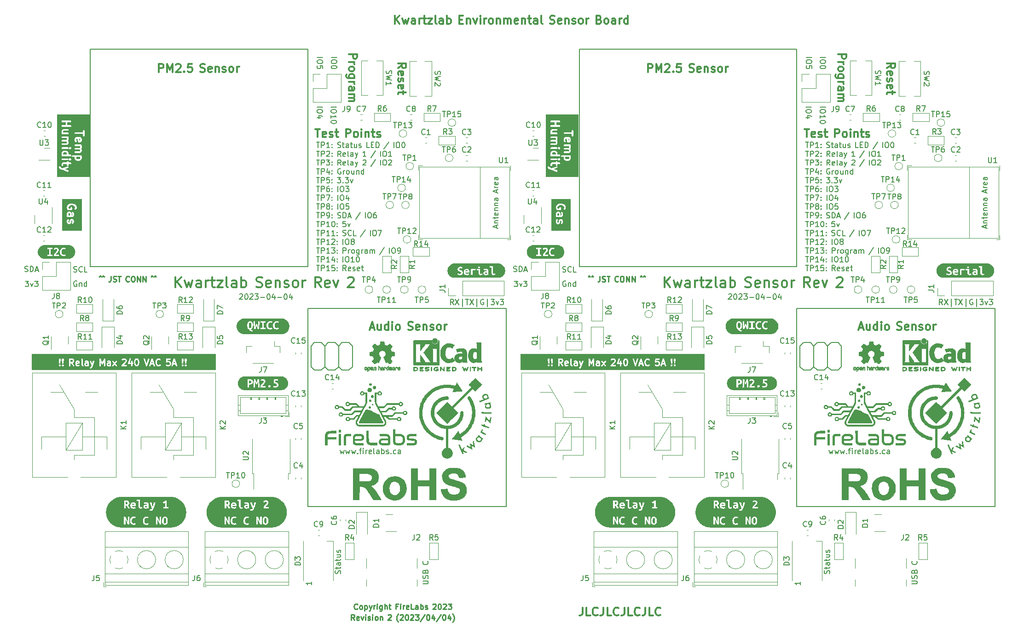
<source format=gbr>
%TF.GenerationSoftware,KiCad,Pcbnew,(7.0.0-0)*%
%TF.CreationDate,2023-04-09T15:50:48-04:00*%
%TF.ProjectId,KwartzLab-SensorBoard-Rev2 Panel,4b776172-747a-44c6-9162-2d53656e736f,2*%
%TF.SameCoordinates,Original*%
%TF.FileFunction,Legend,Top*%
%TF.FilePolarity,Positive*%
%FSLAX46Y46*%
G04 Gerber Fmt 4.6, Leading zero omitted, Abs format (unit mm)*
G04 Created by KiCad (PCBNEW (7.0.0-0)) date 2023-04-09 15:50:48*
%MOMM*%
%LPD*%
G01*
G04 APERTURE LIST*
%ADD10C,0.150000*%
%ADD11C,0.300000*%
%ADD12C,0.250000*%
%ADD13C,0.380000*%
%ADD14C,0.120000*%
%ADD15C,0.010000*%
%ADD16C,0.152400*%
G04 APERTURE END LIST*
D10*
X152199994Y-27750000D02*
X192199994Y-27750000D01*
X192199994Y-27750000D02*
X192199994Y-67750000D01*
X192199994Y-67750000D02*
X152199994Y-67750000D01*
X152199994Y-67750000D02*
X152199994Y-27750000D01*
X62242806Y-27750000D02*
X102242806Y-27750000D01*
X102242806Y-27750000D02*
X102242806Y-67750000D01*
X102242806Y-67750000D02*
X62242806Y-67750000D01*
X62242806Y-67750000D02*
X62242806Y-27750000D01*
D11*
X164807136Y-31923571D02*
X164807136Y-30423571D01*
X164807136Y-30423571D02*
X165378565Y-30423571D01*
X165378565Y-30423571D02*
X165521422Y-30495000D01*
X165521422Y-30495000D02*
X165592851Y-30566428D01*
X165592851Y-30566428D02*
X165664279Y-30709285D01*
X165664279Y-30709285D02*
X165664279Y-30923571D01*
X165664279Y-30923571D02*
X165592851Y-31066428D01*
X165592851Y-31066428D02*
X165521422Y-31137857D01*
X165521422Y-31137857D02*
X165378565Y-31209285D01*
X165378565Y-31209285D02*
X164807136Y-31209285D01*
X166307136Y-31923571D02*
X166307136Y-30423571D01*
X166307136Y-30423571D02*
X166807136Y-31495000D01*
X166807136Y-31495000D02*
X167307136Y-30423571D01*
X167307136Y-30423571D02*
X167307136Y-31923571D01*
X167949994Y-30566428D02*
X168021422Y-30495000D01*
X168021422Y-30495000D02*
X168164280Y-30423571D01*
X168164280Y-30423571D02*
X168521422Y-30423571D01*
X168521422Y-30423571D02*
X168664280Y-30495000D01*
X168664280Y-30495000D02*
X168735708Y-30566428D01*
X168735708Y-30566428D02*
X168807137Y-30709285D01*
X168807137Y-30709285D02*
X168807137Y-30852142D01*
X168807137Y-30852142D02*
X168735708Y-31066428D01*
X168735708Y-31066428D02*
X167878565Y-31923571D01*
X167878565Y-31923571D02*
X168807137Y-31923571D01*
X169449993Y-31780714D02*
X169521422Y-31852142D01*
X169521422Y-31852142D02*
X169449993Y-31923571D01*
X169449993Y-31923571D02*
X169378565Y-31852142D01*
X169378565Y-31852142D02*
X169449993Y-31780714D01*
X169449993Y-31780714D02*
X169449993Y-31923571D01*
X170878565Y-30423571D02*
X170164279Y-30423571D01*
X170164279Y-30423571D02*
X170092851Y-31137857D01*
X170092851Y-31137857D02*
X170164279Y-31066428D01*
X170164279Y-31066428D02*
X170307137Y-30995000D01*
X170307137Y-30995000D02*
X170664279Y-30995000D01*
X170664279Y-30995000D02*
X170807137Y-31066428D01*
X170807137Y-31066428D02*
X170878565Y-31137857D01*
X170878565Y-31137857D02*
X170949994Y-31280714D01*
X170949994Y-31280714D02*
X170949994Y-31637857D01*
X170949994Y-31637857D02*
X170878565Y-31780714D01*
X170878565Y-31780714D02*
X170807137Y-31852142D01*
X170807137Y-31852142D02*
X170664279Y-31923571D01*
X170664279Y-31923571D02*
X170307137Y-31923571D01*
X170307137Y-31923571D02*
X170164279Y-31852142D01*
X170164279Y-31852142D02*
X170092851Y-31780714D01*
X172421422Y-31852142D02*
X172635708Y-31923571D01*
X172635708Y-31923571D02*
X172992850Y-31923571D01*
X172992850Y-31923571D02*
X173135708Y-31852142D01*
X173135708Y-31852142D02*
X173207136Y-31780714D01*
X173207136Y-31780714D02*
X173278565Y-31637857D01*
X173278565Y-31637857D02*
X173278565Y-31495000D01*
X173278565Y-31495000D02*
X173207136Y-31352142D01*
X173207136Y-31352142D02*
X173135708Y-31280714D01*
X173135708Y-31280714D02*
X172992850Y-31209285D01*
X172992850Y-31209285D02*
X172707136Y-31137857D01*
X172707136Y-31137857D02*
X172564279Y-31066428D01*
X172564279Y-31066428D02*
X172492850Y-30995000D01*
X172492850Y-30995000D02*
X172421422Y-30852142D01*
X172421422Y-30852142D02*
X172421422Y-30709285D01*
X172421422Y-30709285D02*
X172492850Y-30566428D01*
X172492850Y-30566428D02*
X172564279Y-30495000D01*
X172564279Y-30495000D02*
X172707136Y-30423571D01*
X172707136Y-30423571D02*
X173064279Y-30423571D01*
X173064279Y-30423571D02*
X173278565Y-30495000D01*
X174492850Y-31852142D02*
X174349993Y-31923571D01*
X174349993Y-31923571D02*
X174064279Y-31923571D01*
X174064279Y-31923571D02*
X173921421Y-31852142D01*
X173921421Y-31852142D02*
X173849993Y-31709285D01*
X173849993Y-31709285D02*
X173849993Y-31137857D01*
X173849993Y-31137857D02*
X173921421Y-30995000D01*
X173921421Y-30995000D02*
X174064279Y-30923571D01*
X174064279Y-30923571D02*
X174349993Y-30923571D01*
X174349993Y-30923571D02*
X174492850Y-30995000D01*
X174492850Y-30995000D02*
X174564279Y-31137857D01*
X174564279Y-31137857D02*
X174564279Y-31280714D01*
X174564279Y-31280714D02*
X173849993Y-31423571D01*
X175207135Y-30923571D02*
X175207135Y-31923571D01*
X175207135Y-31066428D02*
X175278564Y-30995000D01*
X175278564Y-30995000D02*
X175421421Y-30923571D01*
X175421421Y-30923571D02*
X175635707Y-30923571D01*
X175635707Y-30923571D02*
X175778564Y-30995000D01*
X175778564Y-30995000D02*
X175849993Y-31137857D01*
X175849993Y-31137857D02*
X175849993Y-31923571D01*
X176492850Y-31852142D02*
X176635707Y-31923571D01*
X176635707Y-31923571D02*
X176921421Y-31923571D01*
X176921421Y-31923571D02*
X177064278Y-31852142D01*
X177064278Y-31852142D02*
X177135707Y-31709285D01*
X177135707Y-31709285D02*
X177135707Y-31637857D01*
X177135707Y-31637857D02*
X177064278Y-31495000D01*
X177064278Y-31495000D02*
X176921421Y-31423571D01*
X176921421Y-31423571D02*
X176707136Y-31423571D01*
X176707136Y-31423571D02*
X176564278Y-31352142D01*
X176564278Y-31352142D02*
X176492850Y-31209285D01*
X176492850Y-31209285D02*
X176492850Y-31137857D01*
X176492850Y-31137857D02*
X176564278Y-30995000D01*
X176564278Y-30995000D02*
X176707136Y-30923571D01*
X176707136Y-30923571D02*
X176921421Y-30923571D01*
X176921421Y-30923571D02*
X177064278Y-30995000D01*
X177992850Y-31923571D02*
X177849993Y-31852142D01*
X177849993Y-31852142D02*
X177778564Y-31780714D01*
X177778564Y-31780714D02*
X177707136Y-31637857D01*
X177707136Y-31637857D02*
X177707136Y-31209285D01*
X177707136Y-31209285D02*
X177778564Y-31066428D01*
X177778564Y-31066428D02*
X177849993Y-30995000D01*
X177849993Y-30995000D02*
X177992850Y-30923571D01*
X177992850Y-30923571D02*
X178207136Y-30923571D01*
X178207136Y-30923571D02*
X178349993Y-30995000D01*
X178349993Y-30995000D02*
X178421422Y-31066428D01*
X178421422Y-31066428D02*
X178492850Y-31209285D01*
X178492850Y-31209285D02*
X178492850Y-31637857D01*
X178492850Y-31637857D02*
X178421422Y-31780714D01*
X178421422Y-31780714D02*
X178349993Y-31852142D01*
X178349993Y-31852142D02*
X178207136Y-31923571D01*
X178207136Y-31923571D02*
X177992850Y-31923571D01*
X179135707Y-31923571D02*
X179135707Y-30923571D01*
X179135707Y-31209285D02*
X179207136Y-31066428D01*
X179207136Y-31066428D02*
X179278565Y-30995000D01*
X179278565Y-30995000D02*
X179421422Y-30923571D01*
X179421422Y-30923571D02*
X179564279Y-30923571D01*
X74849948Y-31923571D02*
X74849948Y-30423571D01*
X74849948Y-30423571D02*
X75421377Y-30423571D01*
X75421377Y-30423571D02*
X75564234Y-30495000D01*
X75564234Y-30495000D02*
X75635663Y-30566428D01*
X75635663Y-30566428D02*
X75707091Y-30709285D01*
X75707091Y-30709285D02*
X75707091Y-30923571D01*
X75707091Y-30923571D02*
X75635663Y-31066428D01*
X75635663Y-31066428D02*
X75564234Y-31137857D01*
X75564234Y-31137857D02*
X75421377Y-31209285D01*
X75421377Y-31209285D02*
X74849948Y-31209285D01*
X76349948Y-31923571D02*
X76349948Y-30423571D01*
X76349948Y-30423571D02*
X76849948Y-31495000D01*
X76849948Y-31495000D02*
X77349948Y-30423571D01*
X77349948Y-30423571D02*
X77349948Y-31923571D01*
X77992806Y-30566428D02*
X78064234Y-30495000D01*
X78064234Y-30495000D02*
X78207092Y-30423571D01*
X78207092Y-30423571D02*
X78564234Y-30423571D01*
X78564234Y-30423571D02*
X78707092Y-30495000D01*
X78707092Y-30495000D02*
X78778520Y-30566428D01*
X78778520Y-30566428D02*
X78849949Y-30709285D01*
X78849949Y-30709285D02*
X78849949Y-30852142D01*
X78849949Y-30852142D02*
X78778520Y-31066428D01*
X78778520Y-31066428D02*
X77921377Y-31923571D01*
X77921377Y-31923571D02*
X78849949Y-31923571D01*
X79492805Y-31780714D02*
X79564234Y-31852142D01*
X79564234Y-31852142D02*
X79492805Y-31923571D01*
X79492805Y-31923571D02*
X79421377Y-31852142D01*
X79421377Y-31852142D02*
X79492805Y-31780714D01*
X79492805Y-31780714D02*
X79492805Y-31923571D01*
X80921377Y-30423571D02*
X80207091Y-30423571D01*
X80207091Y-30423571D02*
X80135663Y-31137857D01*
X80135663Y-31137857D02*
X80207091Y-31066428D01*
X80207091Y-31066428D02*
X80349949Y-30995000D01*
X80349949Y-30995000D02*
X80707091Y-30995000D01*
X80707091Y-30995000D02*
X80849949Y-31066428D01*
X80849949Y-31066428D02*
X80921377Y-31137857D01*
X80921377Y-31137857D02*
X80992806Y-31280714D01*
X80992806Y-31280714D02*
X80992806Y-31637857D01*
X80992806Y-31637857D02*
X80921377Y-31780714D01*
X80921377Y-31780714D02*
X80849949Y-31852142D01*
X80849949Y-31852142D02*
X80707091Y-31923571D01*
X80707091Y-31923571D02*
X80349949Y-31923571D01*
X80349949Y-31923571D02*
X80207091Y-31852142D01*
X80207091Y-31852142D02*
X80135663Y-31780714D01*
X82464234Y-31852142D02*
X82678520Y-31923571D01*
X82678520Y-31923571D02*
X83035662Y-31923571D01*
X83035662Y-31923571D02*
X83178520Y-31852142D01*
X83178520Y-31852142D02*
X83249948Y-31780714D01*
X83249948Y-31780714D02*
X83321377Y-31637857D01*
X83321377Y-31637857D02*
X83321377Y-31495000D01*
X83321377Y-31495000D02*
X83249948Y-31352142D01*
X83249948Y-31352142D02*
X83178520Y-31280714D01*
X83178520Y-31280714D02*
X83035662Y-31209285D01*
X83035662Y-31209285D02*
X82749948Y-31137857D01*
X82749948Y-31137857D02*
X82607091Y-31066428D01*
X82607091Y-31066428D02*
X82535662Y-30995000D01*
X82535662Y-30995000D02*
X82464234Y-30852142D01*
X82464234Y-30852142D02*
X82464234Y-30709285D01*
X82464234Y-30709285D02*
X82535662Y-30566428D01*
X82535662Y-30566428D02*
X82607091Y-30495000D01*
X82607091Y-30495000D02*
X82749948Y-30423571D01*
X82749948Y-30423571D02*
X83107091Y-30423571D01*
X83107091Y-30423571D02*
X83321377Y-30495000D01*
X84535662Y-31852142D02*
X84392805Y-31923571D01*
X84392805Y-31923571D02*
X84107091Y-31923571D01*
X84107091Y-31923571D02*
X83964233Y-31852142D01*
X83964233Y-31852142D02*
X83892805Y-31709285D01*
X83892805Y-31709285D02*
X83892805Y-31137857D01*
X83892805Y-31137857D02*
X83964233Y-30995000D01*
X83964233Y-30995000D02*
X84107091Y-30923571D01*
X84107091Y-30923571D02*
X84392805Y-30923571D01*
X84392805Y-30923571D02*
X84535662Y-30995000D01*
X84535662Y-30995000D02*
X84607091Y-31137857D01*
X84607091Y-31137857D02*
X84607091Y-31280714D01*
X84607091Y-31280714D02*
X83892805Y-31423571D01*
X85249947Y-30923571D02*
X85249947Y-31923571D01*
X85249947Y-31066428D02*
X85321376Y-30995000D01*
X85321376Y-30995000D02*
X85464233Y-30923571D01*
X85464233Y-30923571D02*
X85678519Y-30923571D01*
X85678519Y-30923571D02*
X85821376Y-30995000D01*
X85821376Y-30995000D02*
X85892805Y-31137857D01*
X85892805Y-31137857D02*
X85892805Y-31923571D01*
X86535662Y-31852142D02*
X86678519Y-31923571D01*
X86678519Y-31923571D02*
X86964233Y-31923571D01*
X86964233Y-31923571D02*
X87107090Y-31852142D01*
X87107090Y-31852142D02*
X87178519Y-31709285D01*
X87178519Y-31709285D02*
X87178519Y-31637857D01*
X87178519Y-31637857D02*
X87107090Y-31495000D01*
X87107090Y-31495000D02*
X86964233Y-31423571D01*
X86964233Y-31423571D02*
X86749948Y-31423571D01*
X86749948Y-31423571D02*
X86607090Y-31352142D01*
X86607090Y-31352142D02*
X86535662Y-31209285D01*
X86535662Y-31209285D02*
X86535662Y-31137857D01*
X86535662Y-31137857D02*
X86607090Y-30995000D01*
X86607090Y-30995000D02*
X86749948Y-30923571D01*
X86749948Y-30923571D02*
X86964233Y-30923571D01*
X86964233Y-30923571D02*
X87107090Y-30995000D01*
X88035662Y-31923571D02*
X87892805Y-31852142D01*
X87892805Y-31852142D02*
X87821376Y-31780714D01*
X87821376Y-31780714D02*
X87749948Y-31637857D01*
X87749948Y-31637857D02*
X87749948Y-31209285D01*
X87749948Y-31209285D02*
X87821376Y-31066428D01*
X87821376Y-31066428D02*
X87892805Y-30995000D01*
X87892805Y-30995000D02*
X88035662Y-30923571D01*
X88035662Y-30923571D02*
X88249948Y-30923571D01*
X88249948Y-30923571D02*
X88392805Y-30995000D01*
X88392805Y-30995000D02*
X88464234Y-31066428D01*
X88464234Y-31066428D02*
X88535662Y-31209285D01*
X88535662Y-31209285D02*
X88535662Y-31637857D01*
X88535662Y-31637857D02*
X88464234Y-31780714D01*
X88464234Y-31780714D02*
X88392805Y-31852142D01*
X88392805Y-31852142D02*
X88249948Y-31923571D01*
X88249948Y-31923571D02*
X88035662Y-31923571D01*
X89178519Y-31923571D02*
X89178519Y-30923571D01*
X89178519Y-31209285D02*
X89249948Y-31066428D01*
X89249948Y-31066428D02*
X89321377Y-30995000D01*
X89321377Y-30995000D02*
X89464234Y-30923571D01*
X89464234Y-30923571D02*
X89607091Y-30923571D01*
D10*
X196467613Y-38392765D02*
X197467613Y-38392765D01*
X197467613Y-39059431D02*
X197467613Y-39249907D01*
X197467613Y-39249907D02*
X197419994Y-39345145D01*
X197419994Y-39345145D02*
X197324755Y-39440383D01*
X197324755Y-39440383D02*
X197134279Y-39488002D01*
X197134279Y-39488002D02*
X196800946Y-39488002D01*
X196800946Y-39488002D02*
X196610470Y-39440383D01*
X196610470Y-39440383D02*
X196515232Y-39345145D01*
X196515232Y-39345145D02*
X196467613Y-39249907D01*
X196467613Y-39249907D02*
X196467613Y-39059431D01*
X196467613Y-39059431D02*
X196515232Y-38964193D01*
X196515232Y-38964193D02*
X196610470Y-38868955D01*
X196610470Y-38868955D02*
X196800946Y-38821336D01*
X196800946Y-38821336D02*
X197134279Y-38821336D01*
X197134279Y-38821336D02*
X197324755Y-38868955D01*
X197324755Y-38868955D02*
X197419994Y-38964193D01*
X197419994Y-38964193D02*
X197467613Y-39059431D01*
X196467613Y-40440383D02*
X196467613Y-39868955D01*
X196467613Y-40154669D02*
X197467613Y-40154669D01*
X197467613Y-40154669D02*
X197324755Y-40059431D01*
X197324755Y-40059431D02*
X197229517Y-39964193D01*
X197229517Y-39964193D02*
X197181898Y-39868955D01*
X197467613Y-41059431D02*
X197467613Y-41154669D01*
X197467613Y-41154669D02*
X197419994Y-41249907D01*
X197419994Y-41249907D02*
X197372374Y-41297526D01*
X197372374Y-41297526D02*
X197277136Y-41345145D01*
X197277136Y-41345145D02*
X197086660Y-41392764D01*
X197086660Y-41392764D02*
X196848565Y-41392764D01*
X196848565Y-41392764D02*
X196658089Y-41345145D01*
X196658089Y-41345145D02*
X196562851Y-41297526D01*
X196562851Y-41297526D02*
X196515232Y-41249907D01*
X196515232Y-41249907D02*
X196467613Y-41154669D01*
X196467613Y-41154669D02*
X196467613Y-41059431D01*
X196467613Y-41059431D02*
X196515232Y-40964193D01*
X196515232Y-40964193D02*
X196562851Y-40916574D01*
X196562851Y-40916574D02*
X196658089Y-40868955D01*
X196658089Y-40868955D02*
X196848565Y-40821336D01*
X196848565Y-40821336D02*
X197086660Y-40821336D01*
X197086660Y-40821336D02*
X197277136Y-40868955D01*
X197277136Y-40868955D02*
X197372374Y-40916574D01*
X197372374Y-40916574D02*
X197419994Y-40964193D01*
X197419994Y-40964193D02*
X197467613Y-41059431D01*
X106510425Y-38392765D02*
X107510425Y-38392765D01*
X107510425Y-39059431D02*
X107510425Y-39249907D01*
X107510425Y-39249907D02*
X107462806Y-39345145D01*
X107462806Y-39345145D02*
X107367567Y-39440383D01*
X107367567Y-39440383D02*
X107177091Y-39488002D01*
X107177091Y-39488002D02*
X106843758Y-39488002D01*
X106843758Y-39488002D02*
X106653282Y-39440383D01*
X106653282Y-39440383D02*
X106558044Y-39345145D01*
X106558044Y-39345145D02*
X106510425Y-39249907D01*
X106510425Y-39249907D02*
X106510425Y-39059431D01*
X106510425Y-39059431D02*
X106558044Y-38964193D01*
X106558044Y-38964193D02*
X106653282Y-38868955D01*
X106653282Y-38868955D02*
X106843758Y-38821336D01*
X106843758Y-38821336D02*
X107177091Y-38821336D01*
X107177091Y-38821336D02*
X107367567Y-38868955D01*
X107367567Y-38868955D02*
X107462806Y-38964193D01*
X107462806Y-38964193D02*
X107510425Y-39059431D01*
X106510425Y-40440383D02*
X106510425Y-39868955D01*
X106510425Y-40154669D02*
X107510425Y-40154669D01*
X107510425Y-40154669D02*
X107367567Y-40059431D01*
X107367567Y-40059431D02*
X107272329Y-39964193D01*
X107272329Y-39964193D02*
X107224710Y-39868955D01*
X107510425Y-41059431D02*
X107510425Y-41154669D01*
X107510425Y-41154669D02*
X107462806Y-41249907D01*
X107462806Y-41249907D02*
X107415186Y-41297526D01*
X107415186Y-41297526D02*
X107319948Y-41345145D01*
X107319948Y-41345145D02*
X107129472Y-41392764D01*
X107129472Y-41392764D02*
X106891377Y-41392764D01*
X106891377Y-41392764D02*
X106700901Y-41345145D01*
X106700901Y-41345145D02*
X106605663Y-41297526D01*
X106605663Y-41297526D02*
X106558044Y-41249907D01*
X106558044Y-41249907D02*
X106510425Y-41154669D01*
X106510425Y-41154669D02*
X106510425Y-41059431D01*
X106510425Y-41059431D02*
X106558044Y-40964193D01*
X106558044Y-40964193D02*
X106605663Y-40916574D01*
X106605663Y-40916574D02*
X106700901Y-40868955D01*
X106700901Y-40868955D02*
X106891377Y-40821336D01*
X106891377Y-40821336D02*
X107129472Y-40821336D01*
X107129472Y-40821336D02*
X107319948Y-40868955D01*
X107319948Y-40868955D02*
X107415186Y-40916574D01*
X107415186Y-40916574D02*
X107462806Y-40964193D01*
X107462806Y-40964193D02*
X107510425Y-41059431D01*
D11*
X199776422Y-28607142D02*
X201276422Y-28607142D01*
X201276422Y-28607142D02*
X201276422Y-29178571D01*
X201276422Y-29178571D02*
X201204994Y-29321428D01*
X201204994Y-29321428D02*
X201133565Y-29392857D01*
X201133565Y-29392857D02*
X200990708Y-29464285D01*
X200990708Y-29464285D02*
X200776422Y-29464285D01*
X200776422Y-29464285D02*
X200633565Y-29392857D01*
X200633565Y-29392857D02*
X200562136Y-29321428D01*
X200562136Y-29321428D02*
X200490708Y-29178571D01*
X200490708Y-29178571D02*
X200490708Y-28607142D01*
X199776422Y-30107142D02*
X200776422Y-30107142D01*
X200490708Y-30107142D02*
X200633565Y-30178571D01*
X200633565Y-30178571D02*
X200704994Y-30250000D01*
X200704994Y-30250000D02*
X200776422Y-30392857D01*
X200776422Y-30392857D02*
X200776422Y-30535714D01*
X199776422Y-31249999D02*
X199847851Y-31107142D01*
X199847851Y-31107142D02*
X199919279Y-31035713D01*
X199919279Y-31035713D02*
X200062136Y-30964285D01*
X200062136Y-30964285D02*
X200490708Y-30964285D01*
X200490708Y-30964285D02*
X200633565Y-31035713D01*
X200633565Y-31035713D02*
X200704994Y-31107142D01*
X200704994Y-31107142D02*
X200776422Y-31249999D01*
X200776422Y-31249999D02*
X200776422Y-31464285D01*
X200776422Y-31464285D02*
X200704994Y-31607142D01*
X200704994Y-31607142D02*
X200633565Y-31678571D01*
X200633565Y-31678571D02*
X200490708Y-31749999D01*
X200490708Y-31749999D02*
X200062136Y-31749999D01*
X200062136Y-31749999D02*
X199919279Y-31678571D01*
X199919279Y-31678571D02*
X199847851Y-31607142D01*
X199847851Y-31607142D02*
X199776422Y-31464285D01*
X199776422Y-31464285D02*
X199776422Y-31249999D01*
X200776422Y-33035714D02*
X199562136Y-33035714D01*
X199562136Y-33035714D02*
X199419279Y-32964285D01*
X199419279Y-32964285D02*
X199347851Y-32892856D01*
X199347851Y-32892856D02*
X199276422Y-32749999D01*
X199276422Y-32749999D02*
X199276422Y-32535714D01*
X199276422Y-32535714D02*
X199347851Y-32392856D01*
X199847851Y-33035714D02*
X199776422Y-32892856D01*
X199776422Y-32892856D02*
X199776422Y-32607142D01*
X199776422Y-32607142D02*
X199847851Y-32464285D01*
X199847851Y-32464285D02*
X199919279Y-32392856D01*
X199919279Y-32392856D02*
X200062136Y-32321428D01*
X200062136Y-32321428D02*
X200490708Y-32321428D01*
X200490708Y-32321428D02*
X200633565Y-32392856D01*
X200633565Y-32392856D02*
X200704994Y-32464285D01*
X200704994Y-32464285D02*
X200776422Y-32607142D01*
X200776422Y-32607142D02*
X200776422Y-32892856D01*
X200776422Y-32892856D02*
X200704994Y-33035714D01*
X199776422Y-33749999D02*
X200776422Y-33749999D01*
X200490708Y-33749999D02*
X200633565Y-33821428D01*
X200633565Y-33821428D02*
X200704994Y-33892857D01*
X200704994Y-33892857D02*
X200776422Y-34035714D01*
X200776422Y-34035714D02*
X200776422Y-34178571D01*
X199776422Y-35321428D02*
X200562136Y-35321428D01*
X200562136Y-35321428D02*
X200704994Y-35249999D01*
X200704994Y-35249999D02*
X200776422Y-35107142D01*
X200776422Y-35107142D02*
X200776422Y-34821428D01*
X200776422Y-34821428D02*
X200704994Y-34678570D01*
X199847851Y-35321428D02*
X199776422Y-35178570D01*
X199776422Y-35178570D02*
X199776422Y-34821428D01*
X199776422Y-34821428D02*
X199847851Y-34678570D01*
X199847851Y-34678570D02*
X199990708Y-34607142D01*
X199990708Y-34607142D02*
X200133565Y-34607142D01*
X200133565Y-34607142D02*
X200276422Y-34678570D01*
X200276422Y-34678570D02*
X200347851Y-34821428D01*
X200347851Y-34821428D02*
X200347851Y-35178570D01*
X200347851Y-35178570D02*
X200419279Y-35321428D01*
X199776422Y-36035713D02*
X200776422Y-36035713D01*
X200633565Y-36035713D02*
X200704994Y-36107142D01*
X200704994Y-36107142D02*
X200776422Y-36249999D01*
X200776422Y-36249999D02*
X200776422Y-36464285D01*
X200776422Y-36464285D02*
X200704994Y-36607142D01*
X200704994Y-36607142D02*
X200562136Y-36678571D01*
X200562136Y-36678571D02*
X199776422Y-36678571D01*
X200562136Y-36678571D02*
X200704994Y-36749999D01*
X200704994Y-36749999D02*
X200776422Y-36892856D01*
X200776422Y-36892856D02*
X200776422Y-37107142D01*
X200776422Y-37107142D02*
X200704994Y-37249999D01*
X200704994Y-37249999D02*
X200562136Y-37321428D01*
X200562136Y-37321428D02*
X199776422Y-37321428D01*
X109819234Y-28607142D02*
X111319234Y-28607142D01*
X111319234Y-28607142D02*
X111319234Y-29178571D01*
X111319234Y-29178571D02*
X111247806Y-29321428D01*
X111247806Y-29321428D02*
X111176377Y-29392857D01*
X111176377Y-29392857D02*
X111033520Y-29464285D01*
X111033520Y-29464285D02*
X110819234Y-29464285D01*
X110819234Y-29464285D02*
X110676377Y-29392857D01*
X110676377Y-29392857D02*
X110604948Y-29321428D01*
X110604948Y-29321428D02*
X110533520Y-29178571D01*
X110533520Y-29178571D02*
X110533520Y-28607142D01*
X109819234Y-30107142D02*
X110819234Y-30107142D01*
X110533520Y-30107142D02*
X110676377Y-30178571D01*
X110676377Y-30178571D02*
X110747806Y-30250000D01*
X110747806Y-30250000D02*
X110819234Y-30392857D01*
X110819234Y-30392857D02*
X110819234Y-30535714D01*
X109819234Y-31249999D02*
X109890663Y-31107142D01*
X109890663Y-31107142D02*
X109962091Y-31035713D01*
X109962091Y-31035713D02*
X110104948Y-30964285D01*
X110104948Y-30964285D02*
X110533520Y-30964285D01*
X110533520Y-30964285D02*
X110676377Y-31035713D01*
X110676377Y-31035713D02*
X110747806Y-31107142D01*
X110747806Y-31107142D02*
X110819234Y-31249999D01*
X110819234Y-31249999D02*
X110819234Y-31464285D01*
X110819234Y-31464285D02*
X110747806Y-31607142D01*
X110747806Y-31607142D02*
X110676377Y-31678571D01*
X110676377Y-31678571D02*
X110533520Y-31749999D01*
X110533520Y-31749999D02*
X110104948Y-31749999D01*
X110104948Y-31749999D02*
X109962091Y-31678571D01*
X109962091Y-31678571D02*
X109890663Y-31607142D01*
X109890663Y-31607142D02*
X109819234Y-31464285D01*
X109819234Y-31464285D02*
X109819234Y-31249999D01*
X110819234Y-33035714D02*
X109604948Y-33035714D01*
X109604948Y-33035714D02*
X109462091Y-32964285D01*
X109462091Y-32964285D02*
X109390663Y-32892856D01*
X109390663Y-32892856D02*
X109319234Y-32749999D01*
X109319234Y-32749999D02*
X109319234Y-32535714D01*
X109319234Y-32535714D02*
X109390663Y-32392856D01*
X109890663Y-33035714D02*
X109819234Y-32892856D01*
X109819234Y-32892856D02*
X109819234Y-32607142D01*
X109819234Y-32607142D02*
X109890663Y-32464285D01*
X109890663Y-32464285D02*
X109962091Y-32392856D01*
X109962091Y-32392856D02*
X110104948Y-32321428D01*
X110104948Y-32321428D02*
X110533520Y-32321428D01*
X110533520Y-32321428D02*
X110676377Y-32392856D01*
X110676377Y-32392856D02*
X110747806Y-32464285D01*
X110747806Y-32464285D02*
X110819234Y-32607142D01*
X110819234Y-32607142D02*
X110819234Y-32892856D01*
X110819234Y-32892856D02*
X110747806Y-33035714D01*
X109819234Y-33749999D02*
X110819234Y-33749999D01*
X110533520Y-33749999D02*
X110676377Y-33821428D01*
X110676377Y-33821428D02*
X110747806Y-33892857D01*
X110747806Y-33892857D02*
X110819234Y-34035714D01*
X110819234Y-34035714D02*
X110819234Y-34178571D01*
X109819234Y-35321428D02*
X110604948Y-35321428D01*
X110604948Y-35321428D02*
X110747806Y-35249999D01*
X110747806Y-35249999D02*
X110819234Y-35107142D01*
X110819234Y-35107142D02*
X110819234Y-34821428D01*
X110819234Y-34821428D02*
X110747806Y-34678570D01*
X109890663Y-35321428D02*
X109819234Y-35178570D01*
X109819234Y-35178570D02*
X109819234Y-34821428D01*
X109819234Y-34821428D02*
X109890663Y-34678570D01*
X109890663Y-34678570D02*
X110033520Y-34607142D01*
X110033520Y-34607142D02*
X110176377Y-34607142D01*
X110176377Y-34607142D02*
X110319234Y-34678570D01*
X110319234Y-34678570D02*
X110390663Y-34821428D01*
X110390663Y-34821428D02*
X110390663Y-35178570D01*
X110390663Y-35178570D02*
X110462091Y-35321428D01*
X109819234Y-36035713D02*
X110819234Y-36035713D01*
X110676377Y-36035713D02*
X110747806Y-36107142D01*
X110747806Y-36107142D02*
X110819234Y-36249999D01*
X110819234Y-36249999D02*
X110819234Y-36464285D01*
X110819234Y-36464285D02*
X110747806Y-36607142D01*
X110747806Y-36607142D02*
X110604948Y-36678571D01*
X110604948Y-36678571D02*
X109819234Y-36678571D01*
X110604948Y-36678571D02*
X110747806Y-36749999D01*
X110747806Y-36749999D02*
X110819234Y-36892856D01*
X110819234Y-36892856D02*
X110819234Y-37107142D01*
X110819234Y-37107142D02*
X110747806Y-37249999D01*
X110747806Y-37249999D02*
X110604948Y-37321428D01*
X110604948Y-37321428D02*
X109819234Y-37321428D01*
D10*
X140130470Y-68647351D02*
X140273327Y-68694970D01*
X140273327Y-68694970D02*
X140511422Y-68694970D01*
X140511422Y-68694970D02*
X140606660Y-68647351D01*
X140606660Y-68647351D02*
X140654279Y-68599732D01*
X140654279Y-68599732D02*
X140701898Y-68504494D01*
X140701898Y-68504494D02*
X140701898Y-68409256D01*
X140701898Y-68409256D02*
X140654279Y-68314018D01*
X140654279Y-68314018D02*
X140606660Y-68266399D01*
X140606660Y-68266399D02*
X140511422Y-68218780D01*
X140511422Y-68218780D02*
X140320946Y-68171161D01*
X140320946Y-68171161D02*
X140225708Y-68123542D01*
X140225708Y-68123542D02*
X140178089Y-68075923D01*
X140178089Y-68075923D02*
X140130470Y-67980685D01*
X140130470Y-67980685D02*
X140130470Y-67885447D01*
X140130470Y-67885447D02*
X140178089Y-67790209D01*
X140178089Y-67790209D02*
X140225708Y-67742590D01*
X140225708Y-67742590D02*
X140320946Y-67694970D01*
X140320946Y-67694970D02*
X140559041Y-67694970D01*
X140559041Y-67694970D02*
X140701898Y-67742590D01*
X141130470Y-68694970D02*
X141130470Y-67694970D01*
X141130470Y-67694970D02*
X141368565Y-67694970D01*
X141368565Y-67694970D02*
X141511422Y-67742590D01*
X141511422Y-67742590D02*
X141606660Y-67837828D01*
X141606660Y-67837828D02*
X141654279Y-67933066D01*
X141654279Y-67933066D02*
X141701898Y-68123542D01*
X141701898Y-68123542D02*
X141701898Y-68266399D01*
X141701898Y-68266399D02*
X141654279Y-68456875D01*
X141654279Y-68456875D02*
X141606660Y-68552113D01*
X141606660Y-68552113D02*
X141511422Y-68647351D01*
X141511422Y-68647351D02*
X141368565Y-68694970D01*
X141368565Y-68694970D02*
X141130470Y-68694970D01*
X142082851Y-68409256D02*
X142559041Y-68409256D01*
X141987613Y-68694970D02*
X142320946Y-67694970D01*
X142320946Y-67694970D02*
X142654279Y-68694970D01*
X50173282Y-68647351D02*
X50316139Y-68694970D01*
X50316139Y-68694970D02*
X50554234Y-68694970D01*
X50554234Y-68694970D02*
X50649472Y-68647351D01*
X50649472Y-68647351D02*
X50697091Y-68599732D01*
X50697091Y-68599732D02*
X50744710Y-68504494D01*
X50744710Y-68504494D02*
X50744710Y-68409256D01*
X50744710Y-68409256D02*
X50697091Y-68314018D01*
X50697091Y-68314018D02*
X50649472Y-68266399D01*
X50649472Y-68266399D02*
X50554234Y-68218780D01*
X50554234Y-68218780D02*
X50363758Y-68171161D01*
X50363758Y-68171161D02*
X50268520Y-68123542D01*
X50268520Y-68123542D02*
X50220901Y-68075923D01*
X50220901Y-68075923D02*
X50173282Y-67980685D01*
X50173282Y-67980685D02*
X50173282Y-67885447D01*
X50173282Y-67885447D02*
X50220901Y-67790209D01*
X50220901Y-67790209D02*
X50268520Y-67742590D01*
X50268520Y-67742590D02*
X50363758Y-67694970D01*
X50363758Y-67694970D02*
X50601853Y-67694970D01*
X50601853Y-67694970D02*
X50744710Y-67742590D01*
X51173282Y-68694970D02*
X51173282Y-67694970D01*
X51173282Y-67694970D02*
X51411377Y-67694970D01*
X51411377Y-67694970D02*
X51554234Y-67742590D01*
X51554234Y-67742590D02*
X51649472Y-67837828D01*
X51649472Y-67837828D02*
X51697091Y-67933066D01*
X51697091Y-67933066D02*
X51744710Y-68123542D01*
X51744710Y-68123542D02*
X51744710Y-68266399D01*
X51744710Y-68266399D02*
X51697091Y-68456875D01*
X51697091Y-68456875D02*
X51649472Y-68552113D01*
X51649472Y-68552113D02*
X51554234Y-68647351D01*
X51554234Y-68647351D02*
X51411377Y-68694970D01*
X51411377Y-68694970D02*
X51173282Y-68694970D01*
X52125663Y-68409256D02*
X52601853Y-68409256D01*
X52030425Y-68694970D02*
X52363758Y-67694970D01*
X52363758Y-67694970D02*
X52697091Y-68694970D01*
X213342374Y-126211904D02*
X214151898Y-126211904D01*
X214151898Y-126211904D02*
X214247136Y-126164285D01*
X214247136Y-126164285D02*
X214294755Y-126116666D01*
X214294755Y-126116666D02*
X214342374Y-126021428D01*
X214342374Y-126021428D02*
X214342374Y-125830952D01*
X214342374Y-125830952D02*
X214294755Y-125735714D01*
X214294755Y-125735714D02*
X214247136Y-125688095D01*
X214247136Y-125688095D02*
X214151898Y-125640476D01*
X214151898Y-125640476D02*
X213342374Y-125640476D01*
X214294755Y-125211904D02*
X214342374Y-125069047D01*
X214342374Y-125069047D02*
X214342374Y-124830952D01*
X214342374Y-124830952D02*
X214294755Y-124735714D01*
X214294755Y-124735714D02*
X214247136Y-124688095D01*
X214247136Y-124688095D02*
X214151898Y-124640476D01*
X214151898Y-124640476D02*
X214056660Y-124640476D01*
X214056660Y-124640476D02*
X213961422Y-124688095D01*
X213961422Y-124688095D02*
X213913803Y-124735714D01*
X213913803Y-124735714D02*
X213866184Y-124830952D01*
X213866184Y-124830952D02*
X213818565Y-125021428D01*
X213818565Y-125021428D02*
X213770946Y-125116666D01*
X213770946Y-125116666D02*
X213723327Y-125164285D01*
X213723327Y-125164285D02*
X213628089Y-125211904D01*
X213628089Y-125211904D02*
X213532851Y-125211904D01*
X213532851Y-125211904D02*
X213437613Y-125164285D01*
X213437613Y-125164285D02*
X213389994Y-125116666D01*
X213389994Y-125116666D02*
X213342374Y-125021428D01*
X213342374Y-125021428D02*
X213342374Y-124783333D01*
X213342374Y-124783333D02*
X213389994Y-124640476D01*
X213818565Y-123878571D02*
X213866184Y-123735714D01*
X213866184Y-123735714D02*
X213913803Y-123688095D01*
X213913803Y-123688095D02*
X214009041Y-123640476D01*
X214009041Y-123640476D02*
X214151898Y-123640476D01*
X214151898Y-123640476D02*
X214247136Y-123688095D01*
X214247136Y-123688095D02*
X214294755Y-123735714D01*
X214294755Y-123735714D02*
X214342374Y-123830952D01*
X214342374Y-123830952D02*
X214342374Y-124211904D01*
X214342374Y-124211904D02*
X213342374Y-124211904D01*
X213342374Y-124211904D02*
X213342374Y-123878571D01*
X213342374Y-123878571D02*
X213389994Y-123783333D01*
X213389994Y-123783333D02*
X213437613Y-123735714D01*
X213437613Y-123735714D02*
X213532851Y-123688095D01*
X213532851Y-123688095D02*
X213628089Y-123688095D01*
X213628089Y-123688095D02*
X213723327Y-123735714D01*
X213723327Y-123735714D02*
X213770946Y-123783333D01*
X213770946Y-123783333D02*
X213818565Y-123878571D01*
X213818565Y-123878571D02*
X213818565Y-124211904D01*
X214247136Y-122040476D02*
X214294755Y-122088095D01*
X214294755Y-122088095D02*
X214342374Y-122230952D01*
X214342374Y-122230952D02*
X214342374Y-122326190D01*
X214342374Y-122326190D02*
X214294755Y-122469047D01*
X214294755Y-122469047D02*
X214199517Y-122564285D01*
X214199517Y-122564285D02*
X214104279Y-122611904D01*
X214104279Y-122611904D02*
X213913803Y-122659523D01*
X213913803Y-122659523D02*
X213770946Y-122659523D01*
X213770946Y-122659523D02*
X213580470Y-122611904D01*
X213580470Y-122611904D02*
X213485232Y-122564285D01*
X213485232Y-122564285D02*
X213389994Y-122469047D01*
X213389994Y-122469047D02*
X213342374Y-122326190D01*
X213342374Y-122326190D02*
X213342374Y-122230952D01*
X213342374Y-122230952D02*
X213389994Y-122088095D01*
X213389994Y-122088095D02*
X213437613Y-122040476D01*
X123385186Y-126211904D02*
X124194710Y-126211904D01*
X124194710Y-126211904D02*
X124289948Y-126164285D01*
X124289948Y-126164285D02*
X124337567Y-126116666D01*
X124337567Y-126116666D02*
X124385186Y-126021428D01*
X124385186Y-126021428D02*
X124385186Y-125830952D01*
X124385186Y-125830952D02*
X124337567Y-125735714D01*
X124337567Y-125735714D02*
X124289948Y-125688095D01*
X124289948Y-125688095D02*
X124194710Y-125640476D01*
X124194710Y-125640476D02*
X123385186Y-125640476D01*
X124337567Y-125211904D02*
X124385186Y-125069047D01*
X124385186Y-125069047D02*
X124385186Y-124830952D01*
X124385186Y-124830952D02*
X124337567Y-124735714D01*
X124337567Y-124735714D02*
X124289948Y-124688095D01*
X124289948Y-124688095D02*
X124194710Y-124640476D01*
X124194710Y-124640476D02*
X124099472Y-124640476D01*
X124099472Y-124640476D02*
X124004234Y-124688095D01*
X124004234Y-124688095D02*
X123956615Y-124735714D01*
X123956615Y-124735714D02*
X123908996Y-124830952D01*
X123908996Y-124830952D02*
X123861377Y-125021428D01*
X123861377Y-125021428D02*
X123813758Y-125116666D01*
X123813758Y-125116666D02*
X123766139Y-125164285D01*
X123766139Y-125164285D02*
X123670901Y-125211904D01*
X123670901Y-125211904D02*
X123575663Y-125211904D01*
X123575663Y-125211904D02*
X123480425Y-125164285D01*
X123480425Y-125164285D02*
X123432806Y-125116666D01*
X123432806Y-125116666D02*
X123385186Y-125021428D01*
X123385186Y-125021428D02*
X123385186Y-124783333D01*
X123385186Y-124783333D02*
X123432806Y-124640476D01*
X123861377Y-123878571D02*
X123908996Y-123735714D01*
X123908996Y-123735714D02*
X123956615Y-123688095D01*
X123956615Y-123688095D02*
X124051853Y-123640476D01*
X124051853Y-123640476D02*
X124194710Y-123640476D01*
X124194710Y-123640476D02*
X124289948Y-123688095D01*
X124289948Y-123688095D02*
X124337567Y-123735714D01*
X124337567Y-123735714D02*
X124385186Y-123830952D01*
X124385186Y-123830952D02*
X124385186Y-124211904D01*
X124385186Y-124211904D02*
X123385186Y-124211904D01*
X123385186Y-124211904D02*
X123385186Y-123878571D01*
X123385186Y-123878571D02*
X123432806Y-123783333D01*
X123432806Y-123783333D02*
X123480425Y-123735714D01*
X123480425Y-123735714D02*
X123575663Y-123688095D01*
X123575663Y-123688095D02*
X123670901Y-123688095D01*
X123670901Y-123688095D02*
X123766139Y-123735714D01*
X123766139Y-123735714D02*
X123813758Y-123783333D01*
X123813758Y-123783333D02*
X123861377Y-123878571D01*
X123861377Y-123878571D02*
X123861377Y-124211904D01*
X124289948Y-122040476D02*
X124337567Y-122088095D01*
X124337567Y-122088095D02*
X124385186Y-122230952D01*
X124385186Y-122230952D02*
X124385186Y-122326190D01*
X124385186Y-122326190D02*
X124337567Y-122469047D01*
X124337567Y-122469047D02*
X124242329Y-122564285D01*
X124242329Y-122564285D02*
X124147091Y-122611904D01*
X124147091Y-122611904D02*
X123956615Y-122659523D01*
X123956615Y-122659523D02*
X123813758Y-122659523D01*
X123813758Y-122659523D02*
X123623282Y-122611904D01*
X123623282Y-122611904D02*
X123528044Y-122564285D01*
X123528044Y-122564285D02*
X123432806Y-122469047D01*
X123432806Y-122469047D02*
X123385186Y-122326190D01*
X123385186Y-122326190D02*
X123385186Y-122230952D01*
X123385186Y-122230952D02*
X123432806Y-122088095D01*
X123432806Y-122088095D02*
X123480425Y-122040476D01*
D12*
X111361903Y-130772142D02*
X111314284Y-130819761D01*
X111314284Y-130819761D02*
X111171427Y-130867380D01*
X111171427Y-130867380D02*
X111076189Y-130867380D01*
X111076189Y-130867380D02*
X110933332Y-130819761D01*
X110933332Y-130819761D02*
X110838094Y-130724523D01*
X110838094Y-130724523D02*
X110790475Y-130629285D01*
X110790475Y-130629285D02*
X110742856Y-130438809D01*
X110742856Y-130438809D02*
X110742856Y-130295952D01*
X110742856Y-130295952D02*
X110790475Y-130105476D01*
X110790475Y-130105476D02*
X110838094Y-130010238D01*
X110838094Y-130010238D02*
X110933332Y-129915000D01*
X110933332Y-129915000D02*
X111076189Y-129867380D01*
X111076189Y-129867380D02*
X111171427Y-129867380D01*
X111171427Y-129867380D02*
X111314284Y-129915000D01*
X111314284Y-129915000D02*
X111361903Y-129962619D01*
X111933332Y-130867380D02*
X111838094Y-130819761D01*
X111838094Y-130819761D02*
X111790475Y-130772142D01*
X111790475Y-130772142D02*
X111742856Y-130676904D01*
X111742856Y-130676904D02*
X111742856Y-130391190D01*
X111742856Y-130391190D02*
X111790475Y-130295952D01*
X111790475Y-130295952D02*
X111838094Y-130248333D01*
X111838094Y-130248333D02*
X111933332Y-130200714D01*
X111933332Y-130200714D02*
X112076189Y-130200714D01*
X112076189Y-130200714D02*
X112171427Y-130248333D01*
X112171427Y-130248333D02*
X112219046Y-130295952D01*
X112219046Y-130295952D02*
X112266665Y-130391190D01*
X112266665Y-130391190D02*
X112266665Y-130676904D01*
X112266665Y-130676904D02*
X112219046Y-130772142D01*
X112219046Y-130772142D02*
X112171427Y-130819761D01*
X112171427Y-130819761D02*
X112076189Y-130867380D01*
X112076189Y-130867380D02*
X111933332Y-130867380D01*
X112695237Y-130200714D02*
X112695237Y-131200714D01*
X112695237Y-130248333D02*
X112790475Y-130200714D01*
X112790475Y-130200714D02*
X112980951Y-130200714D01*
X112980951Y-130200714D02*
X113076189Y-130248333D01*
X113076189Y-130248333D02*
X113123808Y-130295952D01*
X113123808Y-130295952D02*
X113171427Y-130391190D01*
X113171427Y-130391190D02*
X113171427Y-130676904D01*
X113171427Y-130676904D02*
X113123808Y-130772142D01*
X113123808Y-130772142D02*
X113076189Y-130819761D01*
X113076189Y-130819761D02*
X112980951Y-130867380D01*
X112980951Y-130867380D02*
X112790475Y-130867380D01*
X112790475Y-130867380D02*
X112695237Y-130819761D01*
X113504761Y-130200714D02*
X113742856Y-130867380D01*
X113980951Y-130200714D02*
X113742856Y-130867380D01*
X113742856Y-130867380D02*
X113647618Y-131105476D01*
X113647618Y-131105476D02*
X113599999Y-131153095D01*
X113599999Y-131153095D02*
X113504761Y-131200714D01*
X114361904Y-130867380D02*
X114361904Y-130200714D01*
X114361904Y-130391190D02*
X114409523Y-130295952D01*
X114409523Y-130295952D02*
X114457142Y-130248333D01*
X114457142Y-130248333D02*
X114552380Y-130200714D01*
X114552380Y-130200714D02*
X114647618Y-130200714D01*
X114980952Y-130867380D02*
X114980952Y-130200714D01*
X114980952Y-129867380D02*
X114933333Y-129915000D01*
X114933333Y-129915000D02*
X114980952Y-129962619D01*
X114980952Y-129962619D02*
X115028571Y-129915000D01*
X115028571Y-129915000D02*
X114980952Y-129867380D01*
X114980952Y-129867380D02*
X114980952Y-129962619D01*
X115885713Y-130200714D02*
X115885713Y-131010238D01*
X115885713Y-131010238D02*
X115838094Y-131105476D01*
X115838094Y-131105476D02*
X115790475Y-131153095D01*
X115790475Y-131153095D02*
X115695237Y-131200714D01*
X115695237Y-131200714D02*
X115552380Y-131200714D01*
X115552380Y-131200714D02*
X115457142Y-131153095D01*
X115885713Y-130819761D02*
X115790475Y-130867380D01*
X115790475Y-130867380D02*
X115599999Y-130867380D01*
X115599999Y-130867380D02*
X115504761Y-130819761D01*
X115504761Y-130819761D02*
X115457142Y-130772142D01*
X115457142Y-130772142D02*
X115409523Y-130676904D01*
X115409523Y-130676904D02*
X115409523Y-130391190D01*
X115409523Y-130391190D02*
X115457142Y-130295952D01*
X115457142Y-130295952D02*
X115504761Y-130248333D01*
X115504761Y-130248333D02*
X115599999Y-130200714D01*
X115599999Y-130200714D02*
X115790475Y-130200714D01*
X115790475Y-130200714D02*
X115885713Y-130248333D01*
X116361904Y-130867380D02*
X116361904Y-129867380D01*
X116790475Y-130867380D02*
X116790475Y-130343571D01*
X116790475Y-130343571D02*
X116742856Y-130248333D01*
X116742856Y-130248333D02*
X116647618Y-130200714D01*
X116647618Y-130200714D02*
X116504761Y-130200714D01*
X116504761Y-130200714D02*
X116409523Y-130248333D01*
X116409523Y-130248333D02*
X116361904Y-130295952D01*
X117123809Y-130200714D02*
X117504761Y-130200714D01*
X117266666Y-129867380D02*
X117266666Y-130724523D01*
X117266666Y-130724523D02*
X117314285Y-130819761D01*
X117314285Y-130819761D02*
X117409523Y-130867380D01*
X117409523Y-130867380D02*
X117504761Y-130867380D01*
X118771428Y-130343571D02*
X118438095Y-130343571D01*
X118438095Y-130867380D02*
X118438095Y-129867380D01*
X118438095Y-129867380D02*
X118914285Y-129867380D01*
X119295238Y-130867380D02*
X119295238Y-130200714D01*
X119295238Y-129867380D02*
X119247619Y-129915000D01*
X119247619Y-129915000D02*
X119295238Y-129962619D01*
X119295238Y-129962619D02*
X119342857Y-129915000D01*
X119342857Y-129915000D02*
X119295238Y-129867380D01*
X119295238Y-129867380D02*
X119295238Y-129962619D01*
X119771428Y-130867380D02*
X119771428Y-130200714D01*
X119771428Y-130391190D02*
X119819047Y-130295952D01*
X119819047Y-130295952D02*
X119866666Y-130248333D01*
X119866666Y-130248333D02*
X119961904Y-130200714D01*
X119961904Y-130200714D02*
X120057142Y-130200714D01*
X120771428Y-130819761D02*
X120676190Y-130867380D01*
X120676190Y-130867380D02*
X120485714Y-130867380D01*
X120485714Y-130867380D02*
X120390476Y-130819761D01*
X120390476Y-130819761D02*
X120342857Y-130724523D01*
X120342857Y-130724523D02*
X120342857Y-130343571D01*
X120342857Y-130343571D02*
X120390476Y-130248333D01*
X120390476Y-130248333D02*
X120485714Y-130200714D01*
X120485714Y-130200714D02*
X120676190Y-130200714D01*
X120676190Y-130200714D02*
X120771428Y-130248333D01*
X120771428Y-130248333D02*
X120819047Y-130343571D01*
X120819047Y-130343571D02*
X120819047Y-130438809D01*
X120819047Y-130438809D02*
X120342857Y-130534047D01*
X121723809Y-130867380D02*
X121247619Y-130867380D01*
X121247619Y-130867380D02*
X121247619Y-129867380D01*
X122485714Y-130867380D02*
X122485714Y-130343571D01*
X122485714Y-130343571D02*
X122438095Y-130248333D01*
X122438095Y-130248333D02*
X122342857Y-130200714D01*
X122342857Y-130200714D02*
X122152381Y-130200714D01*
X122152381Y-130200714D02*
X122057143Y-130248333D01*
X122485714Y-130819761D02*
X122390476Y-130867380D01*
X122390476Y-130867380D02*
X122152381Y-130867380D01*
X122152381Y-130867380D02*
X122057143Y-130819761D01*
X122057143Y-130819761D02*
X122009524Y-130724523D01*
X122009524Y-130724523D02*
X122009524Y-130629285D01*
X122009524Y-130629285D02*
X122057143Y-130534047D01*
X122057143Y-130534047D02*
X122152381Y-130486428D01*
X122152381Y-130486428D02*
X122390476Y-130486428D01*
X122390476Y-130486428D02*
X122485714Y-130438809D01*
X122961905Y-130867380D02*
X122961905Y-129867380D01*
X122961905Y-130248333D02*
X123057143Y-130200714D01*
X123057143Y-130200714D02*
X123247619Y-130200714D01*
X123247619Y-130200714D02*
X123342857Y-130248333D01*
X123342857Y-130248333D02*
X123390476Y-130295952D01*
X123390476Y-130295952D02*
X123438095Y-130391190D01*
X123438095Y-130391190D02*
X123438095Y-130676904D01*
X123438095Y-130676904D02*
X123390476Y-130772142D01*
X123390476Y-130772142D02*
X123342857Y-130819761D01*
X123342857Y-130819761D02*
X123247619Y-130867380D01*
X123247619Y-130867380D02*
X123057143Y-130867380D01*
X123057143Y-130867380D02*
X122961905Y-130819761D01*
X123819048Y-130819761D02*
X123914286Y-130867380D01*
X123914286Y-130867380D02*
X124104762Y-130867380D01*
X124104762Y-130867380D02*
X124200000Y-130819761D01*
X124200000Y-130819761D02*
X124247619Y-130724523D01*
X124247619Y-130724523D02*
X124247619Y-130676904D01*
X124247619Y-130676904D02*
X124200000Y-130581666D01*
X124200000Y-130581666D02*
X124104762Y-130534047D01*
X124104762Y-130534047D02*
X123961905Y-130534047D01*
X123961905Y-130534047D02*
X123866667Y-130486428D01*
X123866667Y-130486428D02*
X123819048Y-130391190D01*
X123819048Y-130391190D02*
X123819048Y-130343571D01*
X123819048Y-130343571D02*
X123866667Y-130248333D01*
X123866667Y-130248333D02*
X123961905Y-130200714D01*
X123961905Y-130200714D02*
X124104762Y-130200714D01*
X124104762Y-130200714D02*
X124200000Y-130248333D01*
X125228572Y-129962619D02*
X125276191Y-129915000D01*
X125276191Y-129915000D02*
X125371429Y-129867380D01*
X125371429Y-129867380D02*
X125609524Y-129867380D01*
X125609524Y-129867380D02*
X125704762Y-129915000D01*
X125704762Y-129915000D02*
X125752381Y-129962619D01*
X125752381Y-129962619D02*
X125800000Y-130057857D01*
X125800000Y-130057857D02*
X125800000Y-130153095D01*
X125800000Y-130153095D02*
X125752381Y-130295952D01*
X125752381Y-130295952D02*
X125180953Y-130867380D01*
X125180953Y-130867380D02*
X125800000Y-130867380D01*
X126419048Y-129867380D02*
X126514286Y-129867380D01*
X126514286Y-129867380D02*
X126609524Y-129915000D01*
X126609524Y-129915000D02*
X126657143Y-129962619D01*
X126657143Y-129962619D02*
X126704762Y-130057857D01*
X126704762Y-130057857D02*
X126752381Y-130248333D01*
X126752381Y-130248333D02*
X126752381Y-130486428D01*
X126752381Y-130486428D02*
X126704762Y-130676904D01*
X126704762Y-130676904D02*
X126657143Y-130772142D01*
X126657143Y-130772142D02*
X126609524Y-130819761D01*
X126609524Y-130819761D02*
X126514286Y-130867380D01*
X126514286Y-130867380D02*
X126419048Y-130867380D01*
X126419048Y-130867380D02*
X126323810Y-130819761D01*
X126323810Y-130819761D02*
X126276191Y-130772142D01*
X126276191Y-130772142D02*
X126228572Y-130676904D01*
X126228572Y-130676904D02*
X126180953Y-130486428D01*
X126180953Y-130486428D02*
X126180953Y-130248333D01*
X126180953Y-130248333D02*
X126228572Y-130057857D01*
X126228572Y-130057857D02*
X126276191Y-129962619D01*
X126276191Y-129962619D02*
X126323810Y-129915000D01*
X126323810Y-129915000D02*
X126419048Y-129867380D01*
X127133334Y-129962619D02*
X127180953Y-129915000D01*
X127180953Y-129915000D02*
X127276191Y-129867380D01*
X127276191Y-129867380D02*
X127514286Y-129867380D01*
X127514286Y-129867380D02*
X127609524Y-129915000D01*
X127609524Y-129915000D02*
X127657143Y-129962619D01*
X127657143Y-129962619D02*
X127704762Y-130057857D01*
X127704762Y-130057857D02*
X127704762Y-130153095D01*
X127704762Y-130153095D02*
X127657143Y-130295952D01*
X127657143Y-130295952D02*
X127085715Y-130867380D01*
X127085715Y-130867380D02*
X127704762Y-130867380D01*
X128038096Y-129867380D02*
X128657143Y-129867380D01*
X128657143Y-129867380D02*
X128323810Y-130248333D01*
X128323810Y-130248333D02*
X128466667Y-130248333D01*
X128466667Y-130248333D02*
X128561905Y-130295952D01*
X128561905Y-130295952D02*
X128609524Y-130343571D01*
X128609524Y-130343571D02*
X128657143Y-130438809D01*
X128657143Y-130438809D02*
X128657143Y-130676904D01*
X128657143Y-130676904D02*
X128609524Y-130772142D01*
X128609524Y-130772142D02*
X128561905Y-130819761D01*
X128561905Y-130819761D02*
X128466667Y-130867380D01*
X128466667Y-130867380D02*
X128180953Y-130867380D01*
X128180953Y-130867380D02*
X128085715Y-130819761D01*
X128085715Y-130819761D02*
X128038096Y-130772142D01*
X153795232Y-69627619D02*
X153985708Y-69484761D01*
X153985708Y-69484761D02*
X154176184Y-69627619D01*
X154366661Y-69627619D02*
X154557137Y-69484761D01*
X154557137Y-69484761D02*
X154747613Y-69627619D01*
X155966661Y-69532380D02*
X155966661Y-70246666D01*
X155966661Y-70246666D02*
X155919042Y-70389523D01*
X155919042Y-70389523D02*
X155823804Y-70484761D01*
X155823804Y-70484761D02*
X155680947Y-70532380D01*
X155680947Y-70532380D02*
X155585709Y-70532380D01*
X156395233Y-70484761D02*
X156538090Y-70532380D01*
X156538090Y-70532380D02*
X156776185Y-70532380D01*
X156776185Y-70532380D02*
X156871423Y-70484761D01*
X156871423Y-70484761D02*
X156919042Y-70437142D01*
X156919042Y-70437142D02*
X156966661Y-70341904D01*
X156966661Y-70341904D02*
X156966661Y-70246666D01*
X156966661Y-70246666D02*
X156919042Y-70151428D01*
X156919042Y-70151428D02*
X156871423Y-70103809D01*
X156871423Y-70103809D02*
X156776185Y-70056190D01*
X156776185Y-70056190D02*
X156585709Y-70008571D01*
X156585709Y-70008571D02*
X156490471Y-69960952D01*
X156490471Y-69960952D02*
X156442852Y-69913333D01*
X156442852Y-69913333D02*
X156395233Y-69818095D01*
X156395233Y-69818095D02*
X156395233Y-69722857D01*
X156395233Y-69722857D02*
X156442852Y-69627619D01*
X156442852Y-69627619D02*
X156490471Y-69580000D01*
X156490471Y-69580000D02*
X156585709Y-69532380D01*
X156585709Y-69532380D02*
X156823804Y-69532380D01*
X156823804Y-69532380D02*
X156966661Y-69580000D01*
X157252376Y-69532380D02*
X157823804Y-69532380D01*
X157538090Y-70532380D02*
X157538090Y-69532380D01*
X159328566Y-70437142D02*
X159280947Y-70484761D01*
X159280947Y-70484761D02*
X159138090Y-70532380D01*
X159138090Y-70532380D02*
X159042852Y-70532380D01*
X159042852Y-70532380D02*
X158899995Y-70484761D01*
X158899995Y-70484761D02*
X158804757Y-70389523D01*
X158804757Y-70389523D02*
X158757138Y-70294285D01*
X158757138Y-70294285D02*
X158709519Y-70103809D01*
X158709519Y-70103809D02*
X158709519Y-69960952D01*
X158709519Y-69960952D02*
X158757138Y-69770476D01*
X158757138Y-69770476D02*
X158804757Y-69675238D01*
X158804757Y-69675238D02*
X158899995Y-69580000D01*
X158899995Y-69580000D02*
X159042852Y-69532380D01*
X159042852Y-69532380D02*
X159138090Y-69532380D01*
X159138090Y-69532380D02*
X159280947Y-69580000D01*
X159280947Y-69580000D02*
X159328566Y-69627619D01*
X159947614Y-69532380D02*
X160138090Y-69532380D01*
X160138090Y-69532380D02*
X160233328Y-69580000D01*
X160233328Y-69580000D02*
X160328566Y-69675238D01*
X160328566Y-69675238D02*
X160376185Y-69865714D01*
X160376185Y-69865714D02*
X160376185Y-70199047D01*
X160376185Y-70199047D02*
X160328566Y-70389523D01*
X160328566Y-70389523D02*
X160233328Y-70484761D01*
X160233328Y-70484761D02*
X160138090Y-70532380D01*
X160138090Y-70532380D02*
X159947614Y-70532380D01*
X159947614Y-70532380D02*
X159852376Y-70484761D01*
X159852376Y-70484761D02*
X159757138Y-70389523D01*
X159757138Y-70389523D02*
X159709519Y-70199047D01*
X159709519Y-70199047D02*
X159709519Y-69865714D01*
X159709519Y-69865714D02*
X159757138Y-69675238D01*
X159757138Y-69675238D02*
X159852376Y-69580000D01*
X159852376Y-69580000D02*
X159947614Y-69532380D01*
X160804757Y-70532380D02*
X160804757Y-69532380D01*
X160804757Y-69532380D02*
X161376185Y-70532380D01*
X161376185Y-70532380D02*
X161376185Y-69532380D01*
X161852376Y-70532380D02*
X161852376Y-69532380D01*
X161852376Y-69532380D02*
X162423804Y-70532380D01*
X162423804Y-70532380D02*
X162423804Y-69532380D01*
X163357138Y-69627619D02*
X163547614Y-69484761D01*
X163547614Y-69484761D02*
X163738090Y-69627619D01*
X163928567Y-69627619D02*
X164119043Y-69484761D01*
X164119043Y-69484761D02*
X164309519Y-69627619D01*
X63838044Y-69627619D02*
X64028520Y-69484761D01*
X64028520Y-69484761D02*
X64218996Y-69627619D01*
X64409473Y-69627619D02*
X64599949Y-69484761D01*
X64599949Y-69484761D02*
X64790425Y-69627619D01*
X66009473Y-69532380D02*
X66009473Y-70246666D01*
X66009473Y-70246666D02*
X65961854Y-70389523D01*
X65961854Y-70389523D02*
X65866616Y-70484761D01*
X65866616Y-70484761D02*
X65723759Y-70532380D01*
X65723759Y-70532380D02*
X65628521Y-70532380D01*
X66438045Y-70484761D02*
X66580902Y-70532380D01*
X66580902Y-70532380D02*
X66818997Y-70532380D01*
X66818997Y-70532380D02*
X66914235Y-70484761D01*
X66914235Y-70484761D02*
X66961854Y-70437142D01*
X66961854Y-70437142D02*
X67009473Y-70341904D01*
X67009473Y-70341904D02*
X67009473Y-70246666D01*
X67009473Y-70246666D02*
X66961854Y-70151428D01*
X66961854Y-70151428D02*
X66914235Y-70103809D01*
X66914235Y-70103809D02*
X66818997Y-70056190D01*
X66818997Y-70056190D02*
X66628521Y-70008571D01*
X66628521Y-70008571D02*
X66533283Y-69960952D01*
X66533283Y-69960952D02*
X66485664Y-69913333D01*
X66485664Y-69913333D02*
X66438045Y-69818095D01*
X66438045Y-69818095D02*
X66438045Y-69722857D01*
X66438045Y-69722857D02*
X66485664Y-69627619D01*
X66485664Y-69627619D02*
X66533283Y-69580000D01*
X66533283Y-69580000D02*
X66628521Y-69532380D01*
X66628521Y-69532380D02*
X66866616Y-69532380D01*
X66866616Y-69532380D02*
X67009473Y-69580000D01*
X67295188Y-69532380D02*
X67866616Y-69532380D01*
X67580902Y-70532380D02*
X67580902Y-69532380D01*
X69371378Y-70437142D02*
X69323759Y-70484761D01*
X69323759Y-70484761D02*
X69180902Y-70532380D01*
X69180902Y-70532380D02*
X69085664Y-70532380D01*
X69085664Y-70532380D02*
X68942807Y-70484761D01*
X68942807Y-70484761D02*
X68847569Y-70389523D01*
X68847569Y-70389523D02*
X68799950Y-70294285D01*
X68799950Y-70294285D02*
X68752331Y-70103809D01*
X68752331Y-70103809D02*
X68752331Y-69960952D01*
X68752331Y-69960952D02*
X68799950Y-69770476D01*
X68799950Y-69770476D02*
X68847569Y-69675238D01*
X68847569Y-69675238D02*
X68942807Y-69580000D01*
X68942807Y-69580000D02*
X69085664Y-69532380D01*
X69085664Y-69532380D02*
X69180902Y-69532380D01*
X69180902Y-69532380D02*
X69323759Y-69580000D01*
X69323759Y-69580000D02*
X69371378Y-69627619D01*
X69990426Y-69532380D02*
X70180902Y-69532380D01*
X70180902Y-69532380D02*
X70276140Y-69580000D01*
X70276140Y-69580000D02*
X70371378Y-69675238D01*
X70371378Y-69675238D02*
X70418997Y-69865714D01*
X70418997Y-69865714D02*
X70418997Y-70199047D01*
X70418997Y-70199047D02*
X70371378Y-70389523D01*
X70371378Y-70389523D02*
X70276140Y-70484761D01*
X70276140Y-70484761D02*
X70180902Y-70532380D01*
X70180902Y-70532380D02*
X69990426Y-70532380D01*
X69990426Y-70532380D02*
X69895188Y-70484761D01*
X69895188Y-70484761D02*
X69799950Y-70389523D01*
X69799950Y-70389523D02*
X69752331Y-70199047D01*
X69752331Y-70199047D02*
X69752331Y-69865714D01*
X69752331Y-69865714D02*
X69799950Y-69675238D01*
X69799950Y-69675238D02*
X69895188Y-69580000D01*
X69895188Y-69580000D02*
X69990426Y-69532380D01*
X70847569Y-70532380D02*
X70847569Y-69532380D01*
X70847569Y-69532380D02*
X71418997Y-70532380D01*
X71418997Y-70532380D02*
X71418997Y-69532380D01*
X71895188Y-70532380D02*
X71895188Y-69532380D01*
X71895188Y-69532380D02*
X72466616Y-70532380D01*
X72466616Y-70532380D02*
X72466616Y-69532380D01*
X73399950Y-69627619D02*
X73590426Y-69484761D01*
X73590426Y-69484761D02*
X73780902Y-69627619D01*
X73971379Y-69627619D02*
X74161855Y-69484761D01*
X74161855Y-69484761D02*
X74352331Y-69627619D01*
D11*
X118278571Y-23051071D02*
X118278571Y-21551071D01*
X119135714Y-23051071D02*
X118492857Y-22193928D01*
X119135714Y-21551071D02*
X118278571Y-22408214D01*
X119635714Y-22051071D02*
X119921429Y-23051071D01*
X119921429Y-23051071D02*
X120207143Y-22336785D01*
X120207143Y-22336785D02*
X120492857Y-23051071D01*
X120492857Y-23051071D02*
X120778571Y-22051071D01*
X121992858Y-23051071D02*
X121992858Y-22265357D01*
X121992858Y-22265357D02*
X121921429Y-22122500D01*
X121921429Y-22122500D02*
X121778572Y-22051071D01*
X121778572Y-22051071D02*
X121492858Y-22051071D01*
X121492858Y-22051071D02*
X121350000Y-22122500D01*
X121992858Y-22979642D02*
X121850000Y-23051071D01*
X121850000Y-23051071D02*
X121492858Y-23051071D01*
X121492858Y-23051071D02*
X121350000Y-22979642D01*
X121350000Y-22979642D02*
X121278572Y-22836785D01*
X121278572Y-22836785D02*
X121278572Y-22693928D01*
X121278572Y-22693928D02*
X121350000Y-22551071D01*
X121350000Y-22551071D02*
X121492858Y-22479642D01*
X121492858Y-22479642D02*
X121850000Y-22479642D01*
X121850000Y-22479642D02*
X121992858Y-22408214D01*
X122707143Y-23051071D02*
X122707143Y-22051071D01*
X122707143Y-22336785D02*
X122778572Y-22193928D01*
X122778572Y-22193928D02*
X122850001Y-22122500D01*
X122850001Y-22122500D02*
X122992858Y-22051071D01*
X122992858Y-22051071D02*
X123135715Y-22051071D01*
X123421429Y-22051071D02*
X123992857Y-22051071D01*
X123635714Y-21551071D02*
X123635714Y-22836785D01*
X123635714Y-22836785D02*
X123707143Y-22979642D01*
X123707143Y-22979642D02*
X123850000Y-23051071D01*
X123850000Y-23051071D02*
X123992857Y-23051071D01*
X124350000Y-22051071D02*
X125135715Y-22051071D01*
X125135715Y-22051071D02*
X124350000Y-23051071D01*
X124350000Y-23051071D02*
X125135715Y-23051071D01*
X125921429Y-23051071D02*
X125778572Y-22979642D01*
X125778572Y-22979642D02*
X125707143Y-22836785D01*
X125707143Y-22836785D02*
X125707143Y-21551071D01*
X127135715Y-23051071D02*
X127135715Y-22265357D01*
X127135715Y-22265357D02*
X127064286Y-22122500D01*
X127064286Y-22122500D02*
X126921429Y-22051071D01*
X126921429Y-22051071D02*
X126635715Y-22051071D01*
X126635715Y-22051071D02*
X126492857Y-22122500D01*
X127135715Y-22979642D02*
X126992857Y-23051071D01*
X126992857Y-23051071D02*
X126635715Y-23051071D01*
X126635715Y-23051071D02*
X126492857Y-22979642D01*
X126492857Y-22979642D02*
X126421429Y-22836785D01*
X126421429Y-22836785D02*
X126421429Y-22693928D01*
X126421429Y-22693928D02*
X126492857Y-22551071D01*
X126492857Y-22551071D02*
X126635715Y-22479642D01*
X126635715Y-22479642D02*
X126992857Y-22479642D01*
X126992857Y-22479642D02*
X127135715Y-22408214D01*
X127850000Y-23051071D02*
X127850000Y-21551071D01*
X127850000Y-22122500D02*
X127992858Y-22051071D01*
X127992858Y-22051071D02*
X128278572Y-22051071D01*
X128278572Y-22051071D02*
X128421429Y-22122500D01*
X128421429Y-22122500D02*
X128492858Y-22193928D01*
X128492858Y-22193928D02*
X128564286Y-22336785D01*
X128564286Y-22336785D02*
X128564286Y-22765357D01*
X128564286Y-22765357D02*
X128492858Y-22908214D01*
X128492858Y-22908214D02*
X128421429Y-22979642D01*
X128421429Y-22979642D02*
X128278572Y-23051071D01*
X128278572Y-23051071D02*
X127992858Y-23051071D01*
X127992858Y-23051071D02*
X127850000Y-22979642D01*
X130107143Y-22265357D02*
X130607143Y-22265357D01*
X130821429Y-23051071D02*
X130107143Y-23051071D01*
X130107143Y-23051071D02*
X130107143Y-21551071D01*
X130107143Y-21551071D02*
X130821429Y-21551071D01*
X131464286Y-22051071D02*
X131464286Y-23051071D01*
X131464286Y-22193928D02*
X131535715Y-22122500D01*
X131535715Y-22122500D02*
X131678572Y-22051071D01*
X131678572Y-22051071D02*
X131892858Y-22051071D01*
X131892858Y-22051071D02*
X132035715Y-22122500D01*
X132035715Y-22122500D02*
X132107144Y-22265357D01*
X132107144Y-22265357D02*
X132107144Y-23051071D01*
X132678572Y-22051071D02*
X133035715Y-23051071D01*
X133035715Y-23051071D02*
X133392858Y-22051071D01*
X133964286Y-23051071D02*
X133964286Y-22051071D01*
X133964286Y-21551071D02*
X133892858Y-21622500D01*
X133892858Y-21622500D02*
X133964286Y-21693928D01*
X133964286Y-21693928D02*
X134035715Y-21622500D01*
X134035715Y-21622500D02*
X133964286Y-21551071D01*
X133964286Y-21551071D02*
X133964286Y-21693928D01*
X134678572Y-23051071D02*
X134678572Y-22051071D01*
X134678572Y-22336785D02*
X134750001Y-22193928D01*
X134750001Y-22193928D02*
X134821430Y-22122500D01*
X134821430Y-22122500D02*
X134964287Y-22051071D01*
X134964287Y-22051071D02*
X135107144Y-22051071D01*
X135821429Y-23051071D02*
X135678572Y-22979642D01*
X135678572Y-22979642D02*
X135607143Y-22908214D01*
X135607143Y-22908214D02*
X135535715Y-22765357D01*
X135535715Y-22765357D02*
X135535715Y-22336785D01*
X135535715Y-22336785D02*
X135607143Y-22193928D01*
X135607143Y-22193928D02*
X135678572Y-22122500D01*
X135678572Y-22122500D02*
X135821429Y-22051071D01*
X135821429Y-22051071D02*
X136035715Y-22051071D01*
X136035715Y-22051071D02*
X136178572Y-22122500D01*
X136178572Y-22122500D02*
X136250001Y-22193928D01*
X136250001Y-22193928D02*
X136321429Y-22336785D01*
X136321429Y-22336785D02*
X136321429Y-22765357D01*
X136321429Y-22765357D02*
X136250001Y-22908214D01*
X136250001Y-22908214D02*
X136178572Y-22979642D01*
X136178572Y-22979642D02*
X136035715Y-23051071D01*
X136035715Y-23051071D02*
X135821429Y-23051071D01*
X136964286Y-22051071D02*
X136964286Y-23051071D01*
X136964286Y-22193928D02*
X137035715Y-22122500D01*
X137035715Y-22122500D02*
X137178572Y-22051071D01*
X137178572Y-22051071D02*
X137392858Y-22051071D01*
X137392858Y-22051071D02*
X137535715Y-22122500D01*
X137535715Y-22122500D02*
X137607144Y-22265357D01*
X137607144Y-22265357D02*
X137607144Y-23051071D01*
X138321429Y-23051071D02*
X138321429Y-22051071D01*
X138321429Y-22193928D02*
X138392858Y-22122500D01*
X138392858Y-22122500D02*
X138535715Y-22051071D01*
X138535715Y-22051071D02*
X138750001Y-22051071D01*
X138750001Y-22051071D02*
X138892858Y-22122500D01*
X138892858Y-22122500D02*
X138964287Y-22265357D01*
X138964287Y-22265357D02*
X138964287Y-23051071D01*
X138964287Y-22265357D02*
X139035715Y-22122500D01*
X139035715Y-22122500D02*
X139178572Y-22051071D01*
X139178572Y-22051071D02*
X139392858Y-22051071D01*
X139392858Y-22051071D02*
X139535715Y-22122500D01*
X139535715Y-22122500D02*
X139607144Y-22265357D01*
X139607144Y-22265357D02*
X139607144Y-23051071D01*
X140892858Y-22979642D02*
X140750001Y-23051071D01*
X140750001Y-23051071D02*
X140464287Y-23051071D01*
X140464287Y-23051071D02*
X140321429Y-22979642D01*
X140321429Y-22979642D02*
X140250001Y-22836785D01*
X140250001Y-22836785D02*
X140250001Y-22265357D01*
X140250001Y-22265357D02*
X140321429Y-22122500D01*
X140321429Y-22122500D02*
X140464287Y-22051071D01*
X140464287Y-22051071D02*
X140750001Y-22051071D01*
X140750001Y-22051071D02*
X140892858Y-22122500D01*
X140892858Y-22122500D02*
X140964287Y-22265357D01*
X140964287Y-22265357D02*
X140964287Y-22408214D01*
X140964287Y-22408214D02*
X140250001Y-22551071D01*
X141607143Y-22051071D02*
X141607143Y-23051071D01*
X141607143Y-22193928D02*
X141678572Y-22122500D01*
X141678572Y-22122500D02*
X141821429Y-22051071D01*
X141821429Y-22051071D02*
X142035715Y-22051071D01*
X142035715Y-22051071D02*
X142178572Y-22122500D01*
X142178572Y-22122500D02*
X142250001Y-22265357D01*
X142250001Y-22265357D02*
X142250001Y-23051071D01*
X142750001Y-22051071D02*
X143321429Y-22051071D01*
X142964286Y-21551071D02*
X142964286Y-22836785D01*
X142964286Y-22836785D02*
X143035715Y-22979642D01*
X143035715Y-22979642D02*
X143178572Y-23051071D01*
X143178572Y-23051071D02*
X143321429Y-23051071D01*
X144464287Y-23051071D02*
X144464287Y-22265357D01*
X144464287Y-22265357D02*
X144392858Y-22122500D01*
X144392858Y-22122500D02*
X144250001Y-22051071D01*
X144250001Y-22051071D02*
X143964287Y-22051071D01*
X143964287Y-22051071D02*
X143821429Y-22122500D01*
X144464287Y-22979642D02*
X144321429Y-23051071D01*
X144321429Y-23051071D02*
X143964287Y-23051071D01*
X143964287Y-23051071D02*
X143821429Y-22979642D01*
X143821429Y-22979642D02*
X143750001Y-22836785D01*
X143750001Y-22836785D02*
X143750001Y-22693928D01*
X143750001Y-22693928D02*
X143821429Y-22551071D01*
X143821429Y-22551071D02*
X143964287Y-22479642D01*
X143964287Y-22479642D02*
X144321429Y-22479642D01*
X144321429Y-22479642D02*
X144464287Y-22408214D01*
X145392858Y-23051071D02*
X145250001Y-22979642D01*
X145250001Y-22979642D02*
X145178572Y-22836785D01*
X145178572Y-22836785D02*
X145178572Y-21551071D01*
X146792858Y-22979642D02*
X147007144Y-23051071D01*
X147007144Y-23051071D02*
X147364286Y-23051071D01*
X147364286Y-23051071D02*
X147507144Y-22979642D01*
X147507144Y-22979642D02*
X147578572Y-22908214D01*
X147578572Y-22908214D02*
X147650001Y-22765357D01*
X147650001Y-22765357D02*
X147650001Y-22622500D01*
X147650001Y-22622500D02*
X147578572Y-22479642D01*
X147578572Y-22479642D02*
X147507144Y-22408214D01*
X147507144Y-22408214D02*
X147364286Y-22336785D01*
X147364286Y-22336785D02*
X147078572Y-22265357D01*
X147078572Y-22265357D02*
X146935715Y-22193928D01*
X146935715Y-22193928D02*
X146864286Y-22122500D01*
X146864286Y-22122500D02*
X146792858Y-21979642D01*
X146792858Y-21979642D02*
X146792858Y-21836785D01*
X146792858Y-21836785D02*
X146864286Y-21693928D01*
X146864286Y-21693928D02*
X146935715Y-21622500D01*
X146935715Y-21622500D02*
X147078572Y-21551071D01*
X147078572Y-21551071D02*
X147435715Y-21551071D01*
X147435715Y-21551071D02*
X147650001Y-21622500D01*
X148864286Y-22979642D02*
X148721429Y-23051071D01*
X148721429Y-23051071D02*
X148435715Y-23051071D01*
X148435715Y-23051071D02*
X148292857Y-22979642D01*
X148292857Y-22979642D02*
X148221429Y-22836785D01*
X148221429Y-22836785D02*
X148221429Y-22265357D01*
X148221429Y-22265357D02*
X148292857Y-22122500D01*
X148292857Y-22122500D02*
X148435715Y-22051071D01*
X148435715Y-22051071D02*
X148721429Y-22051071D01*
X148721429Y-22051071D02*
X148864286Y-22122500D01*
X148864286Y-22122500D02*
X148935715Y-22265357D01*
X148935715Y-22265357D02*
X148935715Y-22408214D01*
X148935715Y-22408214D02*
X148221429Y-22551071D01*
X149578571Y-22051071D02*
X149578571Y-23051071D01*
X149578571Y-22193928D02*
X149650000Y-22122500D01*
X149650000Y-22122500D02*
X149792857Y-22051071D01*
X149792857Y-22051071D02*
X150007143Y-22051071D01*
X150007143Y-22051071D02*
X150150000Y-22122500D01*
X150150000Y-22122500D02*
X150221429Y-22265357D01*
X150221429Y-22265357D02*
X150221429Y-23051071D01*
X150864286Y-22979642D02*
X151007143Y-23051071D01*
X151007143Y-23051071D02*
X151292857Y-23051071D01*
X151292857Y-23051071D02*
X151435714Y-22979642D01*
X151435714Y-22979642D02*
X151507143Y-22836785D01*
X151507143Y-22836785D02*
X151507143Y-22765357D01*
X151507143Y-22765357D02*
X151435714Y-22622500D01*
X151435714Y-22622500D02*
X151292857Y-22551071D01*
X151292857Y-22551071D02*
X151078572Y-22551071D01*
X151078572Y-22551071D02*
X150935714Y-22479642D01*
X150935714Y-22479642D02*
X150864286Y-22336785D01*
X150864286Y-22336785D02*
X150864286Y-22265357D01*
X150864286Y-22265357D02*
X150935714Y-22122500D01*
X150935714Y-22122500D02*
X151078572Y-22051071D01*
X151078572Y-22051071D02*
X151292857Y-22051071D01*
X151292857Y-22051071D02*
X151435714Y-22122500D01*
X152364286Y-23051071D02*
X152221429Y-22979642D01*
X152221429Y-22979642D02*
X152150000Y-22908214D01*
X152150000Y-22908214D02*
X152078572Y-22765357D01*
X152078572Y-22765357D02*
X152078572Y-22336785D01*
X152078572Y-22336785D02*
X152150000Y-22193928D01*
X152150000Y-22193928D02*
X152221429Y-22122500D01*
X152221429Y-22122500D02*
X152364286Y-22051071D01*
X152364286Y-22051071D02*
X152578572Y-22051071D01*
X152578572Y-22051071D02*
X152721429Y-22122500D01*
X152721429Y-22122500D02*
X152792858Y-22193928D01*
X152792858Y-22193928D02*
X152864286Y-22336785D01*
X152864286Y-22336785D02*
X152864286Y-22765357D01*
X152864286Y-22765357D02*
X152792858Y-22908214D01*
X152792858Y-22908214D02*
X152721429Y-22979642D01*
X152721429Y-22979642D02*
X152578572Y-23051071D01*
X152578572Y-23051071D02*
X152364286Y-23051071D01*
X153507143Y-23051071D02*
X153507143Y-22051071D01*
X153507143Y-22336785D02*
X153578572Y-22193928D01*
X153578572Y-22193928D02*
X153650001Y-22122500D01*
X153650001Y-22122500D02*
X153792858Y-22051071D01*
X153792858Y-22051071D02*
X153935715Y-22051071D01*
X155835714Y-22265357D02*
X156050000Y-22336785D01*
X156050000Y-22336785D02*
X156121429Y-22408214D01*
X156121429Y-22408214D02*
X156192857Y-22551071D01*
X156192857Y-22551071D02*
X156192857Y-22765357D01*
X156192857Y-22765357D02*
X156121429Y-22908214D01*
X156121429Y-22908214D02*
X156050000Y-22979642D01*
X156050000Y-22979642D02*
X155907143Y-23051071D01*
X155907143Y-23051071D02*
X155335714Y-23051071D01*
X155335714Y-23051071D02*
X155335714Y-21551071D01*
X155335714Y-21551071D02*
X155835714Y-21551071D01*
X155835714Y-21551071D02*
X155978572Y-21622500D01*
X155978572Y-21622500D02*
X156050000Y-21693928D01*
X156050000Y-21693928D02*
X156121429Y-21836785D01*
X156121429Y-21836785D02*
X156121429Y-21979642D01*
X156121429Y-21979642D02*
X156050000Y-22122500D01*
X156050000Y-22122500D02*
X155978572Y-22193928D01*
X155978572Y-22193928D02*
X155835714Y-22265357D01*
X155835714Y-22265357D02*
X155335714Y-22265357D01*
X157050000Y-23051071D02*
X156907143Y-22979642D01*
X156907143Y-22979642D02*
X156835714Y-22908214D01*
X156835714Y-22908214D02*
X156764286Y-22765357D01*
X156764286Y-22765357D02*
X156764286Y-22336785D01*
X156764286Y-22336785D02*
X156835714Y-22193928D01*
X156835714Y-22193928D02*
X156907143Y-22122500D01*
X156907143Y-22122500D02*
X157050000Y-22051071D01*
X157050000Y-22051071D02*
X157264286Y-22051071D01*
X157264286Y-22051071D02*
X157407143Y-22122500D01*
X157407143Y-22122500D02*
X157478572Y-22193928D01*
X157478572Y-22193928D02*
X157550000Y-22336785D01*
X157550000Y-22336785D02*
X157550000Y-22765357D01*
X157550000Y-22765357D02*
X157478572Y-22908214D01*
X157478572Y-22908214D02*
X157407143Y-22979642D01*
X157407143Y-22979642D02*
X157264286Y-23051071D01*
X157264286Y-23051071D02*
X157050000Y-23051071D01*
X158835715Y-23051071D02*
X158835715Y-22265357D01*
X158835715Y-22265357D02*
X158764286Y-22122500D01*
X158764286Y-22122500D02*
X158621429Y-22051071D01*
X158621429Y-22051071D02*
X158335715Y-22051071D01*
X158335715Y-22051071D02*
X158192857Y-22122500D01*
X158835715Y-22979642D02*
X158692857Y-23051071D01*
X158692857Y-23051071D02*
X158335715Y-23051071D01*
X158335715Y-23051071D02*
X158192857Y-22979642D01*
X158192857Y-22979642D02*
X158121429Y-22836785D01*
X158121429Y-22836785D02*
X158121429Y-22693928D01*
X158121429Y-22693928D02*
X158192857Y-22551071D01*
X158192857Y-22551071D02*
X158335715Y-22479642D01*
X158335715Y-22479642D02*
X158692857Y-22479642D01*
X158692857Y-22479642D02*
X158835715Y-22408214D01*
X159550000Y-23051071D02*
X159550000Y-22051071D01*
X159550000Y-22336785D02*
X159621429Y-22193928D01*
X159621429Y-22193928D02*
X159692858Y-22122500D01*
X159692858Y-22122500D02*
X159835715Y-22051071D01*
X159835715Y-22051071D02*
X159978572Y-22051071D01*
X161121429Y-23051071D02*
X161121429Y-21551071D01*
X161121429Y-22979642D02*
X160978571Y-23051071D01*
X160978571Y-23051071D02*
X160692857Y-23051071D01*
X160692857Y-23051071D02*
X160550000Y-22979642D01*
X160550000Y-22979642D02*
X160478571Y-22908214D01*
X160478571Y-22908214D02*
X160407143Y-22765357D01*
X160407143Y-22765357D02*
X160407143Y-22336785D01*
X160407143Y-22336785D02*
X160478571Y-22193928D01*
X160478571Y-22193928D02*
X160550000Y-22122500D01*
X160550000Y-22122500D02*
X160692857Y-22051071D01*
X160692857Y-22051071D02*
X160978571Y-22051071D01*
X160978571Y-22051071D02*
X161121429Y-22122500D01*
X203668636Y-79029144D02*
X204382922Y-79029144D01*
X203525779Y-79457715D02*
X204025779Y-77957715D01*
X204025779Y-77957715D02*
X204525779Y-79457715D01*
X205668636Y-78457715D02*
X205668636Y-79457715D01*
X205025778Y-78457715D02*
X205025778Y-79243429D01*
X205025778Y-79243429D02*
X205097207Y-79386286D01*
X205097207Y-79386286D02*
X205240064Y-79457715D01*
X205240064Y-79457715D02*
X205454350Y-79457715D01*
X205454350Y-79457715D02*
X205597207Y-79386286D01*
X205597207Y-79386286D02*
X205668636Y-79314858D01*
X207025779Y-79457715D02*
X207025779Y-77957715D01*
X207025779Y-79386286D02*
X206882921Y-79457715D01*
X206882921Y-79457715D02*
X206597207Y-79457715D01*
X206597207Y-79457715D02*
X206454350Y-79386286D01*
X206454350Y-79386286D02*
X206382921Y-79314858D01*
X206382921Y-79314858D02*
X206311493Y-79172001D01*
X206311493Y-79172001D02*
X206311493Y-78743429D01*
X206311493Y-78743429D02*
X206382921Y-78600572D01*
X206382921Y-78600572D02*
X206454350Y-78529144D01*
X206454350Y-78529144D02*
X206597207Y-78457715D01*
X206597207Y-78457715D02*
X206882921Y-78457715D01*
X206882921Y-78457715D02*
X207025779Y-78529144D01*
X207740064Y-79457715D02*
X207740064Y-78457715D01*
X207740064Y-77957715D02*
X207668636Y-78029144D01*
X207668636Y-78029144D02*
X207740064Y-78100572D01*
X207740064Y-78100572D02*
X207811493Y-78029144D01*
X207811493Y-78029144D02*
X207740064Y-77957715D01*
X207740064Y-77957715D02*
X207740064Y-78100572D01*
X208668636Y-79457715D02*
X208525779Y-79386286D01*
X208525779Y-79386286D02*
X208454350Y-79314858D01*
X208454350Y-79314858D02*
X208382922Y-79172001D01*
X208382922Y-79172001D02*
X208382922Y-78743429D01*
X208382922Y-78743429D02*
X208454350Y-78600572D01*
X208454350Y-78600572D02*
X208525779Y-78529144D01*
X208525779Y-78529144D02*
X208668636Y-78457715D01*
X208668636Y-78457715D02*
X208882922Y-78457715D01*
X208882922Y-78457715D02*
X209025779Y-78529144D01*
X209025779Y-78529144D02*
X209097208Y-78600572D01*
X209097208Y-78600572D02*
X209168636Y-78743429D01*
X209168636Y-78743429D02*
X209168636Y-79172001D01*
X209168636Y-79172001D02*
X209097208Y-79314858D01*
X209097208Y-79314858D02*
X209025779Y-79386286D01*
X209025779Y-79386286D02*
X208882922Y-79457715D01*
X208882922Y-79457715D02*
X208668636Y-79457715D01*
X210640065Y-79386286D02*
X210854351Y-79457715D01*
X210854351Y-79457715D02*
X211211493Y-79457715D01*
X211211493Y-79457715D02*
X211354351Y-79386286D01*
X211354351Y-79386286D02*
X211425779Y-79314858D01*
X211425779Y-79314858D02*
X211497208Y-79172001D01*
X211497208Y-79172001D02*
X211497208Y-79029144D01*
X211497208Y-79029144D02*
X211425779Y-78886286D01*
X211425779Y-78886286D02*
X211354351Y-78814858D01*
X211354351Y-78814858D02*
X211211493Y-78743429D01*
X211211493Y-78743429D02*
X210925779Y-78672001D01*
X210925779Y-78672001D02*
X210782922Y-78600572D01*
X210782922Y-78600572D02*
X210711493Y-78529144D01*
X210711493Y-78529144D02*
X210640065Y-78386286D01*
X210640065Y-78386286D02*
X210640065Y-78243429D01*
X210640065Y-78243429D02*
X210711493Y-78100572D01*
X210711493Y-78100572D02*
X210782922Y-78029144D01*
X210782922Y-78029144D02*
X210925779Y-77957715D01*
X210925779Y-77957715D02*
X211282922Y-77957715D01*
X211282922Y-77957715D02*
X211497208Y-78029144D01*
X212711493Y-79386286D02*
X212568636Y-79457715D01*
X212568636Y-79457715D02*
X212282922Y-79457715D01*
X212282922Y-79457715D02*
X212140064Y-79386286D01*
X212140064Y-79386286D02*
X212068636Y-79243429D01*
X212068636Y-79243429D02*
X212068636Y-78672001D01*
X212068636Y-78672001D02*
X212140064Y-78529144D01*
X212140064Y-78529144D02*
X212282922Y-78457715D01*
X212282922Y-78457715D02*
X212568636Y-78457715D01*
X212568636Y-78457715D02*
X212711493Y-78529144D01*
X212711493Y-78529144D02*
X212782922Y-78672001D01*
X212782922Y-78672001D02*
X212782922Y-78814858D01*
X212782922Y-78814858D02*
X212068636Y-78957715D01*
X213425778Y-78457715D02*
X213425778Y-79457715D01*
X213425778Y-78600572D02*
X213497207Y-78529144D01*
X213497207Y-78529144D02*
X213640064Y-78457715D01*
X213640064Y-78457715D02*
X213854350Y-78457715D01*
X213854350Y-78457715D02*
X213997207Y-78529144D01*
X213997207Y-78529144D02*
X214068636Y-78672001D01*
X214068636Y-78672001D02*
X214068636Y-79457715D01*
X214711493Y-79386286D02*
X214854350Y-79457715D01*
X214854350Y-79457715D02*
X215140064Y-79457715D01*
X215140064Y-79457715D02*
X215282921Y-79386286D01*
X215282921Y-79386286D02*
X215354350Y-79243429D01*
X215354350Y-79243429D02*
X215354350Y-79172001D01*
X215354350Y-79172001D02*
X215282921Y-79029144D01*
X215282921Y-79029144D02*
X215140064Y-78957715D01*
X215140064Y-78957715D02*
X214925779Y-78957715D01*
X214925779Y-78957715D02*
X214782921Y-78886286D01*
X214782921Y-78886286D02*
X214711493Y-78743429D01*
X214711493Y-78743429D02*
X214711493Y-78672001D01*
X214711493Y-78672001D02*
X214782921Y-78529144D01*
X214782921Y-78529144D02*
X214925779Y-78457715D01*
X214925779Y-78457715D02*
X215140064Y-78457715D01*
X215140064Y-78457715D02*
X215282921Y-78529144D01*
X216211493Y-79457715D02*
X216068636Y-79386286D01*
X216068636Y-79386286D02*
X215997207Y-79314858D01*
X215997207Y-79314858D02*
X215925779Y-79172001D01*
X215925779Y-79172001D02*
X215925779Y-78743429D01*
X215925779Y-78743429D02*
X215997207Y-78600572D01*
X215997207Y-78600572D02*
X216068636Y-78529144D01*
X216068636Y-78529144D02*
X216211493Y-78457715D01*
X216211493Y-78457715D02*
X216425779Y-78457715D01*
X216425779Y-78457715D02*
X216568636Y-78529144D01*
X216568636Y-78529144D02*
X216640065Y-78600572D01*
X216640065Y-78600572D02*
X216711493Y-78743429D01*
X216711493Y-78743429D02*
X216711493Y-79172001D01*
X216711493Y-79172001D02*
X216640065Y-79314858D01*
X216640065Y-79314858D02*
X216568636Y-79386286D01*
X216568636Y-79386286D02*
X216425779Y-79457715D01*
X216425779Y-79457715D02*
X216211493Y-79457715D01*
X217354350Y-79457715D02*
X217354350Y-78457715D01*
X217354350Y-78743429D02*
X217425779Y-78600572D01*
X217425779Y-78600572D02*
X217497208Y-78529144D01*
X217497208Y-78529144D02*
X217640065Y-78457715D01*
X217640065Y-78457715D02*
X217782922Y-78457715D01*
X113711448Y-79029144D02*
X114425734Y-79029144D01*
X113568591Y-79457715D02*
X114068591Y-77957715D01*
X114068591Y-77957715D02*
X114568591Y-79457715D01*
X115711448Y-78457715D02*
X115711448Y-79457715D01*
X115068590Y-78457715D02*
X115068590Y-79243429D01*
X115068590Y-79243429D02*
X115140019Y-79386286D01*
X115140019Y-79386286D02*
X115282876Y-79457715D01*
X115282876Y-79457715D02*
X115497162Y-79457715D01*
X115497162Y-79457715D02*
X115640019Y-79386286D01*
X115640019Y-79386286D02*
X115711448Y-79314858D01*
X117068591Y-79457715D02*
X117068591Y-77957715D01*
X117068591Y-79386286D02*
X116925733Y-79457715D01*
X116925733Y-79457715D02*
X116640019Y-79457715D01*
X116640019Y-79457715D02*
X116497162Y-79386286D01*
X116497162Y-79386286D02*
X116425733Y-79314858D01*
X116425733Y-79314858D02*
X116354305Y-79172001D01*
X116354305Y-79172001D02*
X116354305Y-78743429D01*
X116354305Y-78743429D02*
X116425733Y-78600572D01*
X116425733Y-78600572D02*
X116497162Y-78529144D01*
X116497162Y-78529144D02*
X116640019Y-78457715D01*
X116640019Y-78457715D02*
X116925733Y-78457715D01*
X116925733Y-78457715D02*
X117068591Y-78529144D01*
X117782876Y-79457715D02*
X117782876Y-78457715D01*
X117782876Y-77957715D02*
X117711448Y-78029144D01*
X117711448Y-78029144D02*
X117782876Y-78100572D01*
X117782876Y-78100572D02*
X117854305Y-78029144D01*
X117854305Y-78029144D02*
X117782876Y-77957715D01*
X117782876Y-77957715D02*
X117782876Y-78100572D01*
X118711448Y-79457715D02*
X118568591Y-79386286D01*
X118568591Y-79386286D02*
X118497162Y-79314858D01*
X118497162Y-79314858D02*
X118425734Y-79172001D01*
X118425734Y-79172001D02*
X118425734Y-78743429D01*
X118425734Y-78743429D02*
X118497162Y-78600572D01*
X118497162Y-78600572D02*
X118568591Y-78529144D01*
X118568591Y-78529144D02*
X118711448Y-78457715D01*
X118711448Y-78457715D02*
X118925734Y-78457715D01*
X118925734Y-78457715D02*
X119068591Y-78529144D01*
X119068591Y-78529144D02*
X119140020Y-78600572D01*
X119140020Y-78600572D02*
X119211448Y-78743429D01*
X119211448Y-78743429D02*
X119211448Y-79172001D01*
X119211448Y-79172001D02*
X119140020Y-79314858D01*
X119140020Y-79314858D02*
X119068591Y-79386286D01*
X119068591Y-79386286D02*
X118925734Y-79457715D01*
X118925734Y-79457715D02*
X118711448Y-79457715D01*
X120682877Y-79386286D02*
X120897163Y-79457715D01*
X120897163Y-79457715D02*
X121254305Y-79457715D01*
X121254305Y-79457715D02*
X121397163Y-79386286D01*
X121397163Y-79386286D02*
X121468591Y-79314858D01*
X121468591Y-79314858D02*
X121540020Y-79172001D01*
X121540020Y-79172001D02*
X121540020Y-79029144D01*
X121540020Y-79029144D02*
X121468591Y-78886286D01*
X121468591Y-78886286D02*
X121397163Y-78814858D01*
X121397163Y-78814858D02*
X121254305Y-78743429D01*
X121254305Y-78743429D02*
X120968591Y-78672001D01*
X120968591Y-78672001D02*
X120825734Y-78600572D01*
X120825734Y-78600572D02*
X120754305Y-78529144D01*
X120754305Y-78529144D02*
X120682877Y-78386286D01*
X120682877Y-78386286D02*
X120682877Y-78243429D01*
X120682877Y-78243429D02*
X120754305Y-78100572D01*
X120754305Y-78100572D02*
X120825734Y-78029144D01*
X120825734Y-78029144D02*
X120968591Y-77957715D01*
X120968591Y-77957715D02*
X121325734Y-77957715D01*
X121325734Y-77957715D02*
X121540020Y-78029144D01*
X122754305Y-79386286D02*
X122611448Y-79457715D01*
X122611448Y-79457715D02*
X122325734Y-79457715D01*
X122325734Y-79457715D02*
X122182876Y-79386286D01*
X122182876Y-79386286D02*
X122111448Y-79243429D01*
X122111448Y-79243429D02*
X122111448Y-78672001D01*
X122111448Y-78672001D02*
X122182876Y-78529144D01*
X122182876Y-78529144D02*
X122325734Y-78457715D01*
X122325734Y-78457715D02*
X122611448Y-78457715D01*
X122611448Y-78457715D02*
X122754305Y-78529144D01*
X122754305Y-78529144D02*
X122825734Y-78672001D01*
X122825734Y-78672001D02*
X122825734Y-78814858D01*
X122825734Y-78814858D02*
X122111448Y-78957715D01*
X123468590Y-78457715D02*
X123468590Y-79457715D01*
X123468590Y-78600572D02*
X123540019Y-78529144D01*
X123540019Y-78529144D02*
X123682876Y-78457715D01*
X123682876Y-78457715D02*
X123897162Y-78457715D01*
X123897162Y-78457715D02*
X124040019Y-78529144D01*
X124040019Y-78529144D02*
X124111448Y-78672001D01*
X124111448Y-78672001D02*
X124111448Y-79457715D01*
X124754305Y-79386286D02*
X124897162Y-79457715D01*
X124897162Y-79457715D02*
X125182876Y-79457715D01*
X125182876Y-79457715D02*
X125325733Y-79386286D01*
X125325733Y-79386286D02*
X125397162Y-79243429D01*
X125397162Y-79243429D02*
X125397162Y-79172001D01*
X125397162Y-79172001D02*
X125325733Y-79029144D01*
X125325733Y-79029144D02*
X125182876Y-78957715D01*
X125182876Y-78957715D02*
X124968591Y-78957715D01*
X124968591Y-78957715D02*
X124825733Y-78886286D01*
X124825733Y-78886286D02*
X124754305Y-78743429D01*
X124754305Y-78743429D02*
X124754305Y-78672001D01*
X124754305Y-78672001D02*
X124825733Y-78529144D01*
X124825733Y-78529144D02*
X124968591Y-78457715D01*
X124968591Y-78457715D02*
X125182876Y-78457715D01*
X125182876Y-78457715D02*
X125325733Y-78529144D01*
X126254305Y-79457715D02*
X126111448Y-79386286D01*
X126111448Y-79386286D02*
X126040019Y-79314858D01*
X126040019Y-79314858D02*
X125968591Y-79172001D01*
X125968591Y-79172001D02*
X125968591Y-78743429D01*
X125968591Y-78743429D02*
X126040019Y-78600572D01*
X126040019Y-78600572D02*
X126111448Y-78529144D01*
X126111448Y-78529144D02*
X126254305Y-78457715D01*
X126254305Y-78457715D02*
X126468591Y-78457715D01*
X126468591Y-78457715D02*
X126611448Y-78529144D01*
X126611448Y-78529144D02*
X126682877Y-78600572D01*
X126682877Y-78600572D02*
X126754305Y-78743429D01*
X126754305Y-78743429D02*
X126754305Y-79172001D01*
X126754305Y-79172001D02*
X126682877Y-79314858D01*
X126682877Y-79314858D02*
X126611448Y-79386286D01*
X126611448Y-79386286D02*
X126468591Y-79457715D01*
X126468591Y-79457715D02*
X126254305Y-79457715D01*
X127397162Y-79457715D02*
X127397162Y-78457715D01*
X127397162Y-78743429D02*
X127468591Y-78600572D01*
X127468591Y-78600572D02*
X127540020Y-78529144D01*
X127540020Y-78529144D02*
X127682877Y-78457715D01*
X127682877Y-78457715D02*
X127825734Y-78457715D01*
X208776422Y-31214285D02*
X209490708Y-30714285D01*
X208776422Y-30357142D02*
X210276422Y-30357142D01*
X210276422Y-30357142D02*
X210276422Y-30928571D01*
X210276422Y-30928571D02*
X210204994Y-31071428D01*
X210204994Y-31071428D02*
X210133565Y-31142857D01*
X210133565Y-31142857D02*
X209990708Y-31214285D01*
X209990708Y-31214285D02*
X209776422Y-31214285D01*
X209776422Y-31214285D02*
X209633565Y-31142857D01*
X209633565Y-31142857D02*
X209562136Y-31071428D01*
X209562136Y-31071428D02*
X209490708Y-30928571D01*
X209490708Y-30928571D02*
X209490708Y-30357142D01*
X208847851Y-32428571D02*
X208776422Y-32285714D01*
X208776422Y-32285714D02*
X208776422Y-32000000D01*
X208776422Y-32000000D02*
X208847851Y-31857142D01*
X208847851Y-31857142D02*
X208990708Y-31785714D01*
X208990708Y-31785714D02*
X209562136Y-31785714D01*
X209562136Y-31785714D02*
X209704994Y-31857142D01*
X209704994Y-31857142D02*
X209776422Y-32000000D01*
X209776422Y-32000000D02*
X209776422Y-32285714D01*
X209776422Y-32285714D02*
X209704994Y-32428571D01*
X209704994Y-32428571D02*
X209562136Y-32500000D01*
X209562136Y-32500000D02*
X209419279Y-32500000D01*
X209419279Y-32500000D02*
X209276422Y-31785714D01*
X208847851Y-33071428D02*
X208776422Y-33214285D01*
X208776422Y-33214285D02*
X208776422Y-33499999D01*
X208776422Y-33499999D02*
X208847851Y-33642856D01*
X208847851Y-33642856D02*
X208990708Y-33714285D01*
X208990708Y-33714285D02*
X209062136Y-33714285D01*
X209062136Y-33714285D02*
X209204994Y-33642856D01*
X209204994Y-33642856D02*
X209276422Y-33499999D01*
X209276422Y-33499999D02*
X209276422Y-33285714D01*
X209276422Y-33285714D02*
X209347851Y-33142856D01*
X209347851Y-33142856D02*
X209490708Y-33071428D01*
X209490708Y-33071428D02*
X209562136Y-33071428D01*
X209562136Y-33071428D02*
X209704994Y-33142856D01*
X209704994Y-33142856D02*
X209776422Y-33285714D01*
X209776422Y-33285714D02*
X209776422Y-33499999D01*
X209776422Y-33499999D02*
X209704994Y-33642856D01*
X208847851Y-34928571D02*
X208776422Y-34785714D01*
X208776422Y-34785714D02*
X208776422Y-34500000D01*
X208776422Y-34500000D02*
X208847851Y-34357142D01*
X208847851Y-34357142D02*
X208990708Y-34285714D01*
X208990708Y-34285714D02*
X209562136Y-34285714D01*
X209562136Y-34285714D02*
X209704994Y-34357142D01*
X209704994Y-34357142D02*
X209776422Y-34500000D01*
X209776422Y-34500000D02*
X209776422Y-34785714D01*
X209776422Y-34785714D02*
X209704994Y-34928571D01*
X209704994Y-34928571D02*
X209562136Y-35000000D01*
X209562136Y-35000000D02*
X209419279Y-35000000D01*
X209419279Y-35000000D02*
X209276422Y-34285714D01*
X209776422Y-35428571D02*
X209776422Y-35999999D01*
X210276422Y-35642856D02*
X208990708Y-35642856D01*
X208990708Y-35642856D02*
X208847851Y-35714285D01*
X208847851Y-35714285D02*
X208776422Y-35857142D01*
X208776422Y-35857142D02*
X208776422Y-35999999D01*
X118819234Y-31214285D02*
X119533520Y-30714285D01*
X118819234Y-30357142D02*
X120319234Y-30357142D01*
X120319234Y-30357142D02*
X120319234Y-30928571D01*
X120319234Y-30928571D02*
X120247806Y-31071428D01*
X120247806Y-31071428D02*
X120176377Y-31142857D01*
X120176377Y-31142857D02*
X120033520Y-31214285D01*
X120033520Y-31214285D02*
X119819234Y-31214285D01*
X119819234Y-31214285D02*
X119676377Y-31142857D01*
X119676377Y-31142857D02*
X119604948Y-31071428D01*
X119604948Y-31071428D02*
X119533520Y-30928571D01*
X119533520Y-30928571D02*
X119533520Y-30357142D01*
X118890663Y-32428571D02*
X118819234Y-32285714D01*
X118819234Y-32285714D02*
X118819234Y-32000000D01*
X118819234Y-32000000D02*
X118890663Y-31857142D01*
X118890663Y-31857142D02*
X119033520Y-31785714D01*
X119033520Y-31785714D02*
X119604948Y-31785714D01*
X119604948Y-31785714D02*
X119747806Y-31857142D01*
X119747806Y-31857142D02*
X119819234Y-32000000D01*
X119819234Y-32000000D02*
X119819234Y-32285714D01*
X119819234Y-32285714D02*
X119747806Y-32428571D01*
X119747806Y-32428571D02*
X119604948Y-32500000D01*
X119604948Y-32500000D02*
X119462091Y-32500000D01*
X119462091Y-32500000D02*
X119319234Y-31785714D01*
X118890663Y-33071428D02*
X118819234Y-33214285D01*
X118819234Y-33214285D02*
X118819234Y-33499999D01*
X118819234Y-33499999D02*
X118890663Y-33642856D01*
X118890663Y-33642856D02*
X119033520Y-33714285D01*
X119033520Y-33714285D02*
X119104948Y-33714285D01*
X119104948Y-33714285D02*
X119247806Y-33642856D01*
X119247806Y-33642856D02*
X119319234Y-33499999D01*
X119319234Y-33499999D02*
X119319234Y-33285714D01*
X119319234Y-33285714D02*
X119390663Y-33142856D01*
X119390663Y-33142856D02*
X119533520Y-33071428D01*
X119533520Y-33071428D02*
X119604948Y-33071428D01*
X119604948Y-33071428D02*
X119747806Y-33142856D01*
X119747806Y-33142856D02*
X119819234Y-33285714D01*
X119819234Y-33285714D02*
X119819234Y-33499999D01*
X119819234Y-33499999D02*
X119747806Y-33642856D01*
X118890663Y-34928571D02*
X118819234Y-34785714D01*
X118819234Y-34785714D02*
X118819234Y-34500000D01*
X118819234Y-34500000D02*
X118890663Y-34357142D01*
X118890663Y-34357142D02*
X119033520Y-34285714D01*
X119033520Y-34285714D02*
X119604948Y-34285714D01*
X119604948Y-34285714D02*
X119747806Y-34357142D01*
X119747806Y-34357142D02*
X119819234Y-34500000D01*
X119819234Y-34500000D02*
X119819234Y-34785714D01*
X119819234Y-34785714D02*
X119747806Y-34928571D01*
X119747806Y-34928571D02*
X119604948Y-35000000D01*
X119604948Y-35000000D02*
X119462091Y-35000000D01*
X119462091Y-35000000D02*
X119319234Y-34285714D01*
X119819234Y-35428571D02*
X119819234Y-35999999D01*
X120319234Y-35642856D02*
X119033520Y-35642856D01*
X119033520Y-35642856D02*
X118890663Y-35714285D01*
X118890663Y-35714285D02*
X118819234Y-35857142D01*
X118819234Y-35857142D02*
X118819234Y-35999999D01*
D10*
X193927613Y-29253162D02*
X194927613Y-29253162D01*
X194927613Y-29919828D02*
X194927613Y-30110304D01*
X194927613Y-30110304D02*
X194879994Y-30205542D01*
X194879994Y-30205542D02*
X194784755Y-30300780D01*
X194784755Y-30300780D02*
X194594279Y-30348399D01*
X194594279Y-30348399D02*
X194260946Y-30348399D01*
X194260946Y-30348399D02*
X194070470Y-30300780D01*
X194070470Y-30300780D02*
X193975232Y-30205542D01*
X193975232Y-30205542D02*
X193927613Y-30110304D01*
X193927613Y-30110304D02*
X193927613Y-29919828D01*
X193927613Y-29919828D02*
X193975232Y-29824590D01*
X193975232Y-29824590D02*
X194070470Y-29729352D01*
X194070470Y-29729352D02*
X194260946Y-29681733D01*
X194260946Y-29681733D02*
X194594279Y-29681733D01*
X194594279Y-29681733D02*
X194784755Y-29729352D01*
X194784755Y-29729352D02*
X194879994Y-29824590D01*
X194879994Y-29824590D02*
X194927613Y-29919828D01*
X194927613Y-31253161D02*
X194927613Y-30776971D01*
X194927613Y-30776971D02*
X194451422Y-30729352D01*
X194451422Y-30729352D02*
X194499041Y-30776971D01*
X194499041Y-30776971D02*
X194546660Y-30872209D01*
X194546660Y-30872209D02*
X194546660Y-31110304D01*
X194546660Y-31110304D02*
X194499041Y-31205542D01*
X194499041Y-31205542D02*
X194451422Y-31253161D01*
X194451422Y-31253161D02*
X194356184Y-31300780D01*
X194356184Y-31300780D02*
X194118089Y-31300780D01*
X194118089Y-31300780D02*
X194022851Y-31253161D01*
X194022851Y-31253161D02*
X193975232Y-31205542D01*
X193975232Y-31205542D02*
X193927613Y-31110304D01*
X193927613Y-31110304D02*
X193927613Y-30872209D01*
X193927613Y-30872209D02*
X193975232Y-30776971D01*
X193975232Y-30776971D02*
X194022851Y-30729352D01*
X103970425Y-29253162D02*
X104970425Y-29253162D01*
X104970425Y-29919828D02*
X104970425Y-30110304D01*
X104970425Y-30110304D02*
X104922806Y-30205542D01*
X104922806Y-30205542D02*
X104827567Y-30300780D01*
X104827567Y-30300780D02*
X104637091Y-30348399D01*
X104637091Y-30348399D02*
X104303758Y-30348399D01*
X104303758Y-30348399D02*
X104113282Y-30300780D01*
X104113282Y-30300780D02*
X104018044Y-30205542D01*
X104018044Y-30205542D02*
X103970425Y-30110304D01*
X103970425Y-30110304D02*
X103970425Y-29919828D01*
X103970425Y-29919828D02*
X104018044Y-29824590D01*
X104018044Y-29824590D02*
X104113282Y-29729352D01*
X104113282Y-29729352D02*
X104303758Y-29681733D01*
X104303758Y-29681733D02*
X104637091Y-29681733D01*
X104637091Y-29681733D02*
X104827567Y-29729352D01*
X104827567Y-29729352D02*
X104922806Y-29824590D01*
X104922806Y-29824590D02*
X104970425Y-29919828D01*
X104970425Y-31253161D02*
X104970425Y-30776971D01*
X104970425Y-30776971D02*
X104494234Y-30729352D01*
X104494234Y-30729352D02*
X104541853Y-30776971D01*
X104541853Y-30776971D02*
X104589472Y-30872209D01*
X104589472Y-30872209D02*
X104589472Y-31110304D01*
X104589472Y-31110304D02*
X104541853Y-31205542D01*
X104541853Y-31205542D02*
X104494234Y-31253161D01*
X104494234Y-31253161D02*
X104398996Y-31300780D01*
X104398996Y-31300780D02*
X104160901Y-31300780D01*
X104160901Y-31300780D02*
X104065663Y-31253161D01*
X104065663Y-31253161D02*
X104018044Y-31205542D01*
X104018044Y-31205542D02*
X103970425Y-31110304D01*
X103970425Y-31110304D02*
X103970425Y-30872209D01*
X103970425Y-30872209D02*
X104018044Y-30776971D01*
X104018044Y-30776971D02*
X104065663Y-30729352D01*
D11*
G36*
X150306422Y-47571124D02*
G01*
X150306422Y-47786018D01*
X150261715Y-47875432D01*
X150224710Y-47912436D01*
X150135298Y-47957142D01*
X149777546Y-47957142D01*
X149688131Y-47912434D01*
X149651129Y-47875432D01*
X149606422Y-47786018D01*
X149606422Y-47571124D01*
X149620556Y-47542856D01*
X150292288Y-47542856D01*
X150306422Y-47571124D01*
G37*
G36*
X147794711Y-46766135D02*
G01*
X147831716Y-46803140D01*
X147876422Y-46892553D01*
X147876422Y-47107448D01*
X147862288Y-47135715D01*
X147190556Y-47135715D01*
X147176422Y-47107446D01*
X147176422Y-46892554D01*
X147221129Y-46803138D01*
X147258132Y-46766135D01*
X147347546Y-46721429D01*
X147705298Y-46721429D01*
X147794711Y-46766135D01*
G37*
G36*
X150273190Y-44218945D02*
G01*
X150306422Y-44285410D01*
X150306422Y-44500304D01*
X150273190Y-44566767D01*
X150220838Y-44592943D01*
X150139392Y-44185714D01*
X150206725Y-44185714D01*
X150273190Y-44218945D01*
G37*
G36*
X152044280Y-51246430D02*
G01*
X146035708Y-51246430D01*
X146035708Y-49456260D01*
X146372561Y-49456260D01*
X146455276Y-49621688D01*
X146460641Y-49646350D01*
X146489855Y-49675564D01*
X146518018Y-49705842D01*
X146520858Y-49706568D01*
X146554372Y-49740083D01*
X146572677Y-49765772D01*
X146605250Y-49778801D01*
X146636047Y-49795618D01*
X146645586Y-49794935D01*
X146932638Y-49909756D01*
X146934493Y-49912163D01*
X146943166Y-49915260D01*
X146949589Y-49921865D01*
X146981343Y-49929238D01*
X146990739Y-49932997D01*
X146993587Y-49933268D01*
X147996283Y-50291373D01*
X148061784Y-50295139D01*
X148138500Y-50251846D01*
X148179632Y-50173951D01*
X148172121Y-50086184D01*
X148118350Y-50016410D01*
X147472403Y-49785715D01*
X148097184Y-49562579D01*
X148150252Y-49523999D01*
X148182185Y-49441903D01*
X148164666Y-49355574D01*
X148103255Y-49292422D01*
X148017450Y-49272497D01*
X147029428Y-49625362D01*
X146753573Y-49515020D01*
X146721129Y-49482576D01*
X146650940Y-49342199D01*
X146606255Y-49294159D01*
X146520912Y-49272337D01*
X146437319Y-49300117D01*
X146382016Y-49368681D01*
X146372561Y-49456260D01*
X146035708Y-49456260D01*
X146035708Y-48945353D01*
X146870992Y-48945353D01*
X146876422Y-48958445D01*
X146876422Y-49092997D01*
X146894906Y-49155949D01*
X146961479Y-49213634D01*
X147048671Y-49226171D01*
X147128798Y-49189578D01*
X147176422Y-49115473D01*
X147176422Y-48963983D01*
X147209654Y-48897517D01*
X147276118Y-48864286D01*
X147876422Y-48864286D01*
X147876422Y-49092997D01*
X147894906Y-49155949D01*
X147961479Y-49213634D01*
X148048671Y-49226171D01*
X148128798Y-49189578D01*
X148176422Y-49115473D01*
X148176422Y-48864286D01*
X148547990Y-48864286D01*
X148610942Y-48845802D01*
X148668627Y-48779229D01*
X148681164Y-48692037D01*
X148644571Y-48611910D01*
X148570466Y-48564286D01*
X148176422Y-48564286D01*
X148176422Y-48478433D01*
X148157938Y-48415481D01*
X148091365Y-48357796D01*
X148004173Y-48345259D01*
X147924046Y-48381852D01*
X147876422Y-48455957D01*
X147876422Y-48564286D01*
X147248783Y-48564286D01*
X147213019Y-48560425D01*
X147185603Y-48574133D01*
X147156188Y-48582770D01*
X147146906Y-48593481D01*
X147064950Y-48634460D01*
X147059121Y-48634255D01*
X147025907Y-48653982D01*
X147011478Y-48661197D01*
X147007446Y-48664947D01*
X146983384Y-48679239D01*
X146975822Y-48694362D01*
X146963438Y-48705882D01*
X146956504Y-48732997D01*
X146895872Y-48854262D01*
X146876422Y-48884528D01*
X146876422Y-48915181D01*
X146870992Y-48945353D01*
X146035708Y-48945353D01*
X146035708Y-48022249D01*
X146871680Y-48022249D01*
X146908273Y-48102376D01*
X146982378Y-48150000D01*
X148047990Y-48150000D01*
X148110942Y-48131516D01*
X148168627Y-48064943D01*
X148179569Y-47988847D01*
X148227630Y-47988847D01*
X148231239Y-48005440D01*
X148228823Y-48022249D01*
X148235877Y-48037696D01*
X148237089Y-48054631D01*
X148243928Y-48063767D01*
X148246355Y-48074922D01*
X148258361Y-48086928D01*
X148265416Y-48102376D01*
X148279700Y-48111555D01*
X148289877Y-48125151D01*
X148300573Y-48129140D01*
X148341340Y-48169907D01*
X148361308Y-48196581D01*
X148392523Y-48208223D01*
X148421763Y-48224190D01*
X148433148Y-48223375D01*
X148443842Y-48227364D01*
X148476393Y-48220282D01*
X148509627Y-48217905D01*
X148518765Y-48211064D01*
X148529917Y-48208638D01*
X148553468Y-48185086D01*
X148580146Y-48165116D01*
X148584136Y-48154418D01*
X148605414Y-48133138D01*
X148610942Y-48131516D01*
X148629226Y-48110413D01*
X148651573Y-48093686D01*
X148657506Y-48077776D01*
X148668627Y-48064943D01*
X148671043Y-48048135D01*
X148679183Y-48033230D01*
X148678368Y-48021844D01*
X148682356Y-48011153D01*
X148678746Y-47994561D01*
X148681164Y-47977751D01*
X148674108Y-47962301D01*
X148672897Y-47945367D01*
X148666058Y-47936231D01*
X148663632Y-47925077D01*
X148651625Y-47913070D01*
X148644571Y-47897624D01*
X148630284Y-47888442D01*
X148620108Y-47874848D01*
X148609413Y-47870859D01*
X148568645Y-47830091D01*
X148548681Y-47803421D01*
X148517465Y-47791777D01*
X148488225Y-47775811D01*
X148476840Y-47776625D01*
X148466148Y-47772637D01*
X148433594Y-47779718D01*
X148400362Y-47782096D01*
X148391224Y-47788936D01*
X148380073Y-47791362D01*
X148356519Y-47814915D01*
X148329842Y-47834885D01*
X148325852Y-47845581D01*
X148304572Y-47866860D01*
X148299045Y-47868484D01*
X148280763Y-47889581D01*
X148258413Y-47906313D01*
X148252477Y-47922226D01*
X148241360Y-47935057D01*
X148238943Y-47951864D01*
X148230805Y-47966768D01*
X148231619Y-47978151D01*
X148227630Y-47988847D01*
X148179569Y-47988847D01*
X148181164Y-47977751D01*
X148144571Y-47897624D01*
X148070466Y-47850000D01*
X147004854Y-47850000D01*
X146941902Y-47868484D01*
X146884217Y-47935057D01*
X146871680Y-48022249D01*
X146035708Y-48022249D01*
X146035708Y-46873924D01*
X146870992Y-46873924D01*
X146876422Y-46887016D01*
X146876422Y-47134781D01*
X146872561Y-47170545D01*
X146886268Y-47197960D01*
X146890752Y-47213229D01*
X146884217Y-47220772D01*
X146871680Y-47307964D01*
X146908273Y-47388091D01*
X146982378Y-47435715D01*
X147078976Y-47435715D01*
X147103360Y-47441950D01*
X147122122Y-47435715D01*
X147952333Y-47435715D01*
X147993725Y-47437174D01*
X147996181Y-47435715D01*
X148547990Y-47435715D01*
X148610942Y-47417231D01*
X148612784Y-47415105D01*
X148801680Y-47415105D01*
X148838273Y-47495232D01*
X148912378Y-47542856D01*
X149302727Y-47542856D01*
X149300992Y-47552495D01*
X149306422Y-47565587D01*
X149306422Y-47813353D01*
X149302561Y-47849116D01*
X149316268Y-47876530D01*
X149324906Y-47905948D01*
X149335618Y-47915230D01*
X149385276Y-48014544D01*
X149390641Y-48039206D01*
X149419847Y-48068412D01*
X149448018Y-48098698D01*
X149450858Y-48099424D01*
X149479913Y-48128480D01*
X149492803Y-48150181D01*
X149529761Y-48168660D01*
X149566047Y-48188474D01*
X149568971Y-48188264D01*
X149667830Y-48237694D01*
X149698092Y-48257142D01*
X149728744Y-48257142D01*
X149758918Y-48262572D01*
X149772010Y-48257142D01*
X150162632Y-48257142D01*
X150198395Y-48261003D01*
X150225809Y-48247295D01*
X150255228Y-48238658D01*
X150264509Y-48227946D01*
X150363825Y-48178288D01*
X150388487Y-48172924D01*
X150417698Y-48143712D01*
X150447978Y-48115547D01*
X150448704Y-48112706D01*
X150477761Y-48083649D01*
X150499461Y-48070761D01*
X150517935Y-48033811D01*
X150537755Y-47997516D01*
X150537545Y-47994591D01*
X150586974Y-47895733D01*
X150606422Y-47865472D01*
X150606422Y-47834820D01*
X150611852Y-47804646D01*
X150606422Y-47791554D01*
X150606422Y-47543791D01*
X150610283Y-47508027D01*
X150596575Y-47480612D01*
X150592091Y-47465341D01*
X150598627Y-47457799D01*
X150611164Y-47370607D01*
X150574571Y-47290480D01*
X150500466Y-47242856D01*
X150403869Y-47242856D01*
X150379486Y-47236621D01*
X150360723Y-47242856D01*
X149530515Y-47242856D01*
X149489121Y-47241396D01*
X149486663Y-47242856D01*
X148934854Y-47242856D01*
X148871902Y-47261340D01*
X148814217Y-47327913D01*
X148801680Y-47415105D01*
X148612784Y-47415105D01*
X148668627Y-47350658D01*
X148681164Y-47263466D01*
X148644571Y-47183339D01*
X148570466Y-47135715D01*
X148180117Y-47135715D01*
X148181852Y-47126075D01*
X148176422Y-47112983D01*
X148176422Y-46865219D01*
X148180283Y-46829456D01*
X148166575Y-46802041D01*
X148157938Y-46772623D01*
X148147226Y-46763341D01*
X148115965Y-46700820D01*
X149301680Y-46700820D01*
X149338273Y-46780947D01*
X149412378Y-46828571D01*
X150234060Y-46828571D01*
X150269824Y-46832432D01*
X150297239Y-46818724D01*
X150326656Y-46810087D01*
X150335937Y-46799375D01*
X150417895Y-46758396D01*
X150423724Y-46758602D01*
X150456928Y-46738880D01*
X150471367Y-46731661D01*
X150475401Y-46727908D01*
X150499461Y-46713618D01*
X150507022Y-46698494D01*
X150519407Y-46686975D01*
X150526340Y-46659858D01*
X150586974Y-46538590D01*
X150606422Y-46508329D01*
X150606422Y-46477677D01*
X150611852Y-46447503D01*
X150606422Y-46434411D01*
X150606422Y-46258075D01*
X150610283Y-46222312D01*
X150596575Y-46194897D01*
X150587938Y-46165479D01*
X150577226Y-46156197D01*
X150536248Y-46074240D01*
X150536454Y-46068411D01*
X150520194Y-46041036D01*
X150526340Y-46017001D01*
X150586974Y-45895733D01*
X150606422Y-45865472D01*
X150606422Y-45834820D01*
X150611852Y-45804646D01*
X150606422Y-45791554D01*
X150606422Y-45615218D01*
X150610283Y-45579455D01*
X150596575Y-45552040D01*
X150587938Y-45522622D01*
X150577226Y-45513340D01*
X150567447Y-45493782D01*
X150598627Y-45457799D01*
X150611164Y-45370607D01*
X150574571Y-45290480D01*
X150500466Y-45242856D01*
X150351852Y-45242856D01*
X150346796Y-45240095D01*
X150308198Y-45242856D01*
X149434854Y-45242856D01*
X149371902Y-45261340D01*
X149314217Y-45327913D01*
X149301680Y-45415105D01*
X149338273Y-45495232D01*
X149412378Y-45542856D01*
X150251433Y-45542856D01*
X150261716Y-45553139D01*
X150306422Y-45642552D01*
X150306422Y-45786018D01*
X150273190Y-45852481D01*
X150206725Y-45885714D01*
X149434854Y-45885714D01*
X149371902Y-45904198D01*
X149314217Y-45970771D01*
X149301680Y-46057963D01*
X149338273Y-46138090D01*
X149412378Y-46185714D01*
X150206725Y-46185714D01*
X150273190Y-46218946D01*
X150306422Y-46285409D01*
X150306422Y-46428875D01*
X150273190Y-46495338D01*
X150206725Y-46528571D01*
X149434854Y-46528571D01*
X149371902Y-46547055D01*
X149314217Y-46613628D01*
X149301680Y-46700820D01*
X148115965Y-46700820D01*
X148097568Y-46664025D01*
X148092204Y-46639364D01*
X148062992Y-46610152D01*
X148034827Y-46579873D01*
X148031986Y-46579146D01*
X148002929Y-46550089D01*
X147990041Y-46528390D01*
X147953089Y-46509914D01*
X147916796Y-46490096D01*
X147913871Y-46490305D01*
X147815010Y-46440874D01*
X147784752Y-46421429D01*
X147754101Y-46421429D01*
X147723926Y-46415999D01*
X147710834Y-46421429D01*
X147320212Y-46421429D01*
X147284449Y-46417568D01*
X147257034Y-46431275D01*
X147227616Y-46439913D01*
X147218334Y-46450624D01*
X147119016Y-46500282D01*
X147094356Y-46505648D01*
X147065148Y-46534855D01*
X147034866Y-46563024D01*
X147034139Y-46565864D01*
X147005082Y-46594922D01*
X146983384Y-46607810D01*
X146964909Y-46644759D01*
X146945090Y-46681056D01*
X146945299Y-46683979D01*
X146895872Y-46782833D01*
X146876422Y-46813099D01*
X146876422Y-46843752D01*
X146870992Y-46873924D01*
X146035708Y-46873924D01*
X146035708Y-45950820D01*
X146871680Y-45950820D01*
X146908273Y-46030947D01*
X146982378Y-46078571D01*
X148047990Y-46078571D01*
X148110942Y-46060087D01*
X148168627Y-45993514D01*
X148179569Y-45917418D01*
X148227630Y-45917418D01*
X148231239Y-45934011D01*
X148228823Y-45950820D01*
X148235877Y-45966267D01*
X148237089Y-45983202D01*
X148243928Y-45992338D01*
X148246355Y-46003493D01*
X148258361Y-46015499D01*
X148265416Y-46030947D01*
X148279700Y-46040126D01*
X148289877Y-46053722D01*
X148300573Y-46057711D01*
X148341340Y-46098478D01*
X148361308Y-46125152D01*
X148392523Y-46136794D01*
X148421763Y-46152761D01*
X148433148Y-46151946D01*
X148443842Y-46155935D01*
X148476393Y-46148853D01*
X148509627Y-46146476D01*
X148518765Y-46139635D01*
X148529917Y-46137209D01*
X148553468Y-46113657D01*
X148580146Y-46093687D01*
X148584136Y-46082989D01*
X148605414Y-46061709D01*
X148610942Y-46060087D01*
X148629226Y-46038984D01*
X148651573Y-46022257D01*
X148657506Y-46006347D01*
X148668627Y-45993514D01*
X148671043Y-45976706D01*
X148679183Y-45961801D01*
X148678368Y-45950415D01*
X148682356Y-45939724D01*
X148678746Y-45923132D01*
X148681164Y-45906322D01*
X148674108Y-45890872D01*
X148672897Y-45873938D01*
X148666058Y-45864802D01*
X148663632Y-45853648D01*
X148651625Y-45841641D01*
X148644571Y-45826195D01*
X148630284Y-45817013D01*
X148620108Y-45803419D01*
X148609413Y-45799430D01*
X148568645Y-45758662D01*
X148548681Y-45731992D01*
X148517465Y-45720348D01*
X148488225Y-45704382D01*
X148476840Y-45705196D01*
X148466148Y-45701208D01*
X148433594Y-45708289D01*
X148400362Y-45710667D01*
X148391224Y-45717507D01*
X148380073Y-45719933D01*
X148356519Y-45743486D01*
X148329842Y-45763456D01*
X148325852Y-45774152D01*
X148304572Y-45795431D01*
X148299045Y-45797055D01*
X148280763Y-45818152D01*
X148258413Y-45834884D01*
X148252477Y-45850797D01*
X148241360Y-45863628D01*
X148238943Y-45880435D01*
X148230805Y-45895339D01*
X148231619Y-45906722D01*
X148227630Y-45917418D01*
X148179569Y-45917418D01*
X148181164Y-45906322D01*
X148144571Y-45826195D01*
X148070466Y-45778571D01*
X147004854Y-45778571D01*
X146941902Y-45797055D01*
X146884217Y-45863628D01*
X146871680Y-45950820D01*
X146035708Y-45950820D01*
X146035708Y-45236535D01*
X146871680Y-45236535D01*
X146908273Y-45316662D01*
X146982378Y-45364286D01*
X147804060Y-45364286D01*
X147839824Y-45368147D01*
X147867239Y-45354439D01*
X147896656Y-45345802D01*
X147905937Y-45335090D01*
X147987895Y-45294111D01*
X147993724Y-45294317D01*
X148026928Y-45274595D01*
X148041367Y-45267376D01*
X148045401Y-45263623D01*
X148069461Y-45249333D01*
X148077022Y-45234209D01*
X148089407Y-45222690D01*
X148096340Y-45195573D01*
X148156974Y-45074305D01*
X148176422Y-45044044D01*
X148176422Y-45013392D01*
X148181852Y-44983218D01*
X148176422Y-44970126D01*
X148176422Y-44793790D01*
X148180283Y-44758027D01*
X148166575Y-44730612D01*
X148157938Y-44701194D01*
X148147226Y-44691912D01*
X148106248Y-44609955D01*
X148106454Y-44604126D01*
X148090194Y-44576751D01*
X148096340Y-44552716D01*
X148156974Y-44431448D01*
X148176422Y-44401187D01*
X148176422Y-44370535D01*
X148181852Y-44340361D01*
X148176422Y-44327269D01*
X148176422Y-44266781D01*
X149300992Y-44266781D01*
X149306422Y-44279873D01*
X149306422Y-44527639D01*
X149302561Y-44563402D01*
X149316268Y-44590816D01*
X149324906Y-44620234D01*
X149335618Y-44629516D01*
X149403333Y-44764944D01*
X149448018Y-44812984D01*
X149533361Y-44834806D01*
X149616954Y-44807026D01*
X149672257Y-44738462D01*
X149681712Y-44650882D01*
X149606422Y-44500304D01*
X149606422Y-44285410D01*
X149639654Y-44218945D01*
X149706118Y-44185714D01*
X149833451Y-44185714D01*
X149947139Y-44754152D01*
X149944537Y-44772249D01*
X149955605Y-44796486D01*
X149956422Y-44800567D01*
X149964531Y-44816031D01*
X149981130Y-44852376D01*
X149984843Y-44854762D01*
X149986893Y-44858671D01*
X150021629Y-44878403D01*
X150055235Y-44900000D01*
X150059648Y-44900000D01*
X150063486Y-44902180D01*
X150103383Y-44900000D01*
X150234060Y-44900000D01*
X150269824Y-44903861D01*
X150297239Y-44890153D01*
X150326656Y-44881516D01*
X150335937Y-44870804D01*
X150417895Y-44829825D01*
X150423724Y-44830031D01*
X150456928Y-44810309D01*
X150471367Y-44803090D01*
X150475401Y-44799337D01*
X150499461Y-44785047D01*
X150507022Y-44769923D01*
X150519407Y-44758404D01*
X150526340Y-44731287D01*
X150586974Y-44610019D01*
X150606422Y-44579758D01*
X150606422Y-44549106D01*
X150611852Y-44518932D01*
X150606422Y-44505840D01*
X150606422Y-44258077D01*
X150610283Y-44222313D01*
X150596575Y-44194898D01*
X150587938Y-44165480D01*
X150577226Y-44156198D01*
X150536248Y-44074241D01*
X150536454Y-44068411D01*
X150516726Y-44035198D01*
X150509513Y-44020770D01*
X150505762Y-44016737D01*
X150491470Y-43992675D01*
X150476346Y-43985113D01*
X150464828Y-43972730D01*
X150437711Y-43965795D01*
X150316440Y-43905161D01*
X150286180Y-43885714D01*
X150255528Y-43885714D01*
X150225354Y-43880284D01*
X150212262Y-43885714D01*
X149996053Y-43885714D01*
X149992215Y-43883534D01*
X149952318Y-43885714D01*
X149678784Y-43885714D01*
X149643021Y-43881853D01*
X149615606Y-43895560D01*
X149586188Y-43904198D01*
X149576906Y-43914909D01*
X149494949Y-43955887D01*
X149489121Y-43955682D01*
X149455916Y-43975404D01*
X149441478Y-43982623D01*
X149437443Y-43986375D01*
X149413384Y-44000666D01*
X149405822Y-44015789D01*
X149393438Y-44027309D01*
X149386504Y-44054424D01*
X149325867Y-44175697D01*
X149306422Y-44205956D01*
X149306422Y-44236607D01*
X149300992Y-44266781D01*
X148176422Y-44266781D01*
X148176422Y-44150933D01*
X148180283Y-44115170D01*
X148166575Y-44087755D01*
X148157938Y-44058337D01*
X148147226Y-44049055D01*
X148137447Y-44029497D01*
X148168627Y-43993514D01*
X148181164Y-43906322D01*
X148144571Y-43826195D01*
X148070466Y-43778571D01*
X147921852Y-43778571D01*
X147916796Y-43775810D01*
X147878198Y-43778571D01*
X147004854Y-43778571D01*
X146941902Y-43797055D01*
X146884217Y-43863628D01*
X146871680Y-43950820D01*
X146908273Y-44030947D01*
X146982378Y-44078571D01*
X147821433Y-44078571D01*
X147831716Y-44088854D01*
X147876422Y-44178267D01*
X147876422Y-44321733D01*
X147843190Y-44388196D01*
X147776725Y-44421429D01*
X147004854Y-44421429D01*
X146941902Y-44439913D01*
X146884217Y-44506486D01*
X146871680Y-44593678D01*
X146908273Y-44673805D01*
X146982378Y-44721429D01*
X147776725Y-44721429D01*
X147843190Y-44754661D01*
X147876422Y-44821124D01*
X147876422Y-44964590D01*
X147843190Y-45031053D01*
X147776725Y-45064286D01*
X147004854Y-45064286D01*
X146941902Y-45082770D01*
X146884217Y-45149343D01*
X146871680Y-45236535D01*
X146035708Y-45236535D01*
X146035708Y-42802495D01*
X146870992Y-42802495D01*
X146876422Y-42815587D01*
X146876422Y-42991925D01*
X146872561Y-43027688D01*
X146886268Y-43055102D01*
X146894906Y-43084520D01*
X146905618Y-43093802D01*
X146915396Y-43113358D01*
X146884217Y-43149343D01*
X146871680Y-43236535D01*
X146908273Y-43316662D01*
X146982378Y-43364286D01*
X147130993Y-43364286D01*
X147136047Y-43367046D01*
X147174637Y-43364286D01*
X148047990Y-43364286D01*
X148110942Y-43345802D01*
X148168627Y-43279229D01*
X148179901Y-43200820D01*
X149301680Y-43200820D01*
X149338273Y-43280947D01*
X149412378Y-43328571D01*
X150806422Y-43328571D01*
X150806422Y-43628711D01*
X150824906Y-43691663D01*
X150891479Y-43749348D01*
X150978671Y-43761885D01*
X151058798Y-43725292D01*
X151106422Y-43651187D01*
X151106422Y-43189302D01*
X151111164Y-43156322D01*
X151106422Y-43145939D01*
X151106422Y-42728432D01*
X151087938Y-42665480D01*
X151021365Y-42607795D01*
X150934173Y-42595258D01*
X150854046Y-42631851D01*
X150806422Y-42705956D01*
X150806422Y-43028571D01*
X149434854Y-43028571D01*
X149371902Y-43047055D01*
X149314217Y-43113628D01*
X149301680Y-43200820D01*
X148179901Y-43200820D01*
X148181164Y-43192037D01*
X148144571Y-43111910D01*
X148070466Y-43064286D01*
X147231411Y-43064286D01*
X147221129Y-43054004D01*
X147176422Y-42964590D01*
X147176422Y-42821125D01*
X147209654Y-42754659D01*
X147276118Y-42721428D01*
X148047990Y-42721428D01*
X148110942Y-42702944D01*
X148168627Y-42636371D01*
X148181164Y-42549179D01*
X148144571Y-42469052D01*
X148070466Y-42421428D01*
X147248783Y-42421428D01*
X147213019Y-42417567D01*
X147185603Y-42431275D01*
X147156188Y-42439912D01*
X147146906Y-42450623D01*
X147064950Y-42491602D01*
X147059121Y-42491397D01*
X147025907Y-42511124D01*
X147011478Y-42518339D01*
X147007446Y-42522089D01*
X146983384Y-42536381D01*
X146975822Y-42551504D01*
X146963438Y-42563024D01*
X146956504Y-42590139D01*
X146895872Y-42711404D01*
X146876422Y-42741670D01*
X146876422Y-42772323D01*
X146870992Y-42802495D01*
X146035708Y-42802495D01*
X146035708Y-41879391D01*
X146871680Y-41879391D01*
X146908273Y-41959518D01*
X146982378Y-42007142D01*
X147801405Y-42007142D01*
X147834385Y-42011884D01*
X147844768Y-42007142D01*
X148547990Y-42007142D01*
X148610942Y-41988658D01*
X148668627Y-41922085D01*
X148681164Y-41834893D01*
X148644571Y-41754766D01*
X148570466Y-41707142D01*
X147962136Y-41707142D01*
X147962136Y-41149999D01*
X148547990Y-41149999D01*
X148610942Y-41131515D01*
X148668627Y-41064942D01*
X148681164Y-40977750D01*
X148644571Y-40897623D01*
X148570466Y-40849999D01*
X147822867Y-40849999D01*
X147789887Y-40845257D01*
X147779504Y-40849999D01*
X147004854Y-40849999D01*
X146941902Y-40868483D01*
X146884217Y-40935056D01*
X146871680Y-41022248D01*
X146908273Y-41102375D01*
X146982378Y-41149999D01*
X147662136Y-41149999D01*
X147662136Y-41707142D01*
X147004854Y-41707142D01*
X146941902Y-41725626D01*
X146884217Y-41792199D01*
X146871680Y-41879391D01*
X146035708Y-41879391D01*
X146035708Y-39753571D01*
X152044280Y-39753571D01*
X152044280Y-51246430D01*
G37*
G36*
X60349234Y-47571124D02*
G01*
X60349234Y-47786018D01*
X60304527Y-47875432D01*
X60267522Y-47912436D01*
X60178110Y-47957142D01*
X59820358Y-47957142D01*
X59730943Y-47912434D01*
X59693941Y-47875432D01*
X59649234Y-47786018D01*
X59649234Y-47571124D01*
X59663368Y-47542856D01*
X60335100Y-47542856D01*
X60349234Y-47571124D01*
G37*
G36*
X57837523Y-46766135D02*
G01*
X57874528Y-46803140D01*
X57919234Y-46892553D01*
X57919234Y-47107448D01*
X57905100Y-47135715D01*
X57233368Y-47135715D01*
X57219234Y-47107446D01*
X57219234Y-46892554D01*
X57263941Y-46803138D01*
X57300944Y-46766135D01*
X57390358Y-46721429D01*
X57748110Y-46721429D01*
X57837523Y-46766135D01*
G37*
G36*
X60316002Y-44218945D02*
G01*
X60349234Y-44285410D01*
X60349234Y-44500304D01*
X60316002Y-44566767D01*
X60263650Y-44592943D01*
X60182204Y-44185714D01*
X60249537Y-44185714D01*
X60316002Y-44218945D01*
G37*
G36*
X62087092Y-51246430D02*
G01*
X56078520Y-51246430D01*
X56078520Y-49456260D01*
X56415373Y-49456260D01*
X56498088Y-49621688D01*
X56503453Y-49646350D01*
X56532667Y-49675564D01*
X56560830Y-49705842D01*
X56563670Y-49706568D01*
X56597184Y-49740083D01*
X56615489Y-49765772D01*
X56648062Y-49778801D01*
X56678859Y-49795618D01*
X56688398Y-49794935D01*
X56975450Y-49909756D01*
X56977305Y-49912163D01*
X56985978Y-49915260D01*
X56992401Y-49921865D01*
X57024155Y-49929238D01*
X57033551Y-49932997D01*
X57036399Y-49933268D01*
X58039095Y-50291373D01*
X58104596Y-50295139D01*
X58181312Y-50251846D01*
X58222444Y-50173951D01*
X58214933Y-50086184D01*
X58161162Y-50016410D01*
X57515215Y-49785715D01*
X58139996Y-49562579D01*
X58193064Y-49523999D01*
X58224997Y-49441903D01*
X58207478Y-49355574D01*
X58146067Y-49292422D01*
X58060262Y-49272497D01*
X57072240Y-49625362D01*
X56796385Y-49515020D01*
X56763941Y-49482576D01*
X56693752Y-49342199D01*
X56649067Y-49294159D01*
X56563724Y-49272337D01*
X56480131Y-49300117D01*
X56424828Y-49368681D01*
X56415373Y-49456260D01*
X56078520Y-49456260D01*
X56078520Y-48945353D01*
X56913804Y-48945353D01*
X56919234Y-48958445D01*
X56919234Y-49092997D01*
X56937718Y-49155949D01*
X57004291Y-49213634D01*
X57091483Y-49226171D01*
X57171610Y-49189578D01*
X57219234Y-49115473D01*
X57219234Y-48963983D01*
X57252466Y-48897517D01*
X57318930Y-48864286D01*
X57919234Y-48864286D01*
X57919234Y-49092997D01*
X57937718Y-49155949D01*
X58004291Y-49213634D01*
X58091483Y-49226171D01*
X58171610Y-49189578D01*
X58219234Y-49115473D01*
X58219234Y-48864286D01*
X58590802Y-48864286D01*
X58653754Y-48845802D01*
X58711439Y-48779229D01*
X58723976Y-48692037D01*
X58687383Y-48611910D01*
X58613278Y-48564286D01*
X58219234Y-48564286D01*
X58219234Y-48478433D01*
X58200750Y-48415481D01*
X58134177Y-48357796D01*
X58046985Y-48345259D01*
X57966858Y-48381852D01*
X57919234Y-48455957D01*
X57919234Y-48564286D01*
X57291595Y-48564286D01*
X57255831Y-48560425D01*
X57228415Y-48574133D01*
X57199000Y-48582770D01*
X57189718Y-48593481D01*
X57107762Y-48634460D01*
X57101933Y-48634255D01*
X57068719Y-48653982D01*
X57054290Y-48661197D01*
X57050258Y-48664947D01*
X57026196Y-48679239D01*
X57018634Y-48694362D01*
X57006250Y-48705882D01*
X56999316Y-48732997D01*
X56938684Y-48854262D01*
X56919234Y-48884528D01*
X56919234Y-48915181D01*
X56913804Y-48945353D01*
X56078520Y-48945353D01*
X56078520Y-48022249D01*
X56914492Y-48022249D01*
X56951085Y-48102376D01*
X57025190Y-48150000D01*
X58090802Y-48150000D01*
X58153754Y-48131516D01*
X58211439Y-48064943D01*
X58222381Y-47988847D01*
X58270442Y-47988847D01*
X58274051Y-48005440D01*
X58271635Y-48022249D01*
X58278689Y-48037696D01*
X58279901Y-48054631D01*
X58286740Y-48063767D01*
X58289167Y-48074922D01*
X58301173Y-48086928D01*
X58308228Y-48102376D01*
X58322512Y-48111555D01*
X58332689Y-48125151D01*
X58343385Y-48129140D01*
X58384152Y-48169907D01*
X58404120Y-48196581D01*
X58435335Y-48208223D01*
X58464575Y-48224190D01*
X58475960Y-48223375D01*
X58486654Y-48227364D01*
X58519205Y-48220282D01*
X58552439Y-48217905D01*
X58561577Y-48211064D01*
X58572729Y-48208638D01*
X58596280Y-48185086D01*
X58622958Y-48165116D01*
X58626948Y-48154418D01*
X58648226Y-48133138D01*
X58653754Y-48131516D01*
X58672038Y-48110413D01*
X58694385Y-48093686D01*
X58700318Y-48077776D01*
X58711439Y-48064943D01*
X58713855Y-48048135D01*
X58721995Y-48033230D01*
X58721180Y-48021844D01*
X58725168Y-48011153D01*
X58721558Y-47994561D01*
X58723976Y-47977751D01*
X58716920Y-47962301D01*
X58715709Y-47945367D01*
X58708870Y-47936231D01*
X58706444Y-47925077D01*
X58694437Y-47913070D01*
X58687383Y-47897624D01*
X58673096Y-47888442D01*
X58662920Y-47874848D01*
X58652225Y-47870859D01*
X58611457Y-47830091D01*
X58591493Y-47803421D01*
X58560277Y-47791777D01*
X58531037Y-47775811D01*
X58519652Y-47776625D01*
X58508960Y-47772637D01*
X58476406Y-47779718D01*
X58443174Y-47782096D01*
X58434036Y-47788936D01*
X58422885Y-47791362D01*
X58399331Y-47814915D01*
X58372654Y-47834885D01*
X58368664Y-47845581D01*
X58347384Y-47866860D01*
X58341857Y-47868484D01*
X58323575Y-47889581D01*
X58301225Y-47906313D01*
X58295289Y-47922226D01*
X58284172Y-47935057D01*
X58281755Y-47951864D01*
X58273617Y-47966768D01*
X58274431Y-47978151D01*
X58270442Y-47988847D01*
X58222381Y-47988847D01*
X58223976Y-47977751D01*
X58187383Y-47897624D01*
X58113278Y-47850000D01*
X57047666Y-47850000D01*
X56984714Y-47868484D01*
X56927029Y-47935057D01*
X56914492Y-48022249D01*
X56078520Y-48022249D01*
X56078520Y-46873924D01*
X56913804Y-46873924D01*
X56919234Y-46887016D01*
X56919234Y-47134781D01*
X56915373Y-47170545D01*
X56929080Y-47197960D01*
X56933564Y-47213229D01*
X56927029Y-47220772D01*
X56914492Y-47307964D01*
X56951085Y-47388091D01*
X57025190Y-47435715D01*
X57121788Y-47435715D01*
X57146172Y-47441950D01*
X57164934Y-47435715D01*
X57995145Y-47435715D01*
X58036537Y-47437174D01*
X58038993Y-47435715D01*
X58590802Y-47435715D01*
X58653754Y-47417231D01*
X58655596Y-47415105D01*
X58844492Y-47415105D01*
X58881085Y-47495232D01*
X58955190Y-47542856D01*
X59345539Y-47542856D01*
X59343804Y-47552495D01*
X59349234Y-47565587D01*
X59349234Y-47813353D01*
X59345373Y-47849116D01*
X59359080Y-47876530D01*
X59367718Y-47905948D01*
X59378430Y-47915230D01*
X59428088Y-48014544D01*
X59433453Y-48039206D01*
X59462659Y-48068412D01*
X59490830Y-48098698D01*
X59493670Y-48099424D01*
X59522725Y-48128480D01*
X59535615Y-48150181D01*
X59572573Y-48168660D01*
X59608859Y-48188474D01*
X59611783Y-48188264D01*
X59710642Y-48237694D01*
X59740904Y-48257142D01*
X59771556Y-48257142D01*
X59801730Y-48262572D01*
X59814822Y-48257142D01*
X60205444Y-48257142D01*
X60241207Y-48261003D01*
X60268621Y-48247295D01*
X60298040Y-48238658D01*
X60307321Y-48227946D01*
X60406637Y-48178288D01*
X60431299Y-48172924D01*
X60460510Y-48143712D01*
X60490790Y-48115547D01*
X60491516Y-48112706D01*
X60520573Y-48083649D01*
X60542273Y-48070761D01*
X60560747Y-48033811D01*
X60580567Y-47997516D01*
X60580357Y-47994591D01*
X60629786Y-47895733D01*
X60649234Y-47865472D01*
X60649234Y-47834820D01*
X60654664Y-47804646D01*
X60649234Y-47791554D01*
X60649234Y-47543791D01*
X60653095Y-47508027D01*
X60639387Y-47480612D01*
X60634903Y-47465341D01*
X60641439Y-47457799D01*
X60653976Y-47370607D01*
X60617383Y-47290480D01*
X60543278Y-47242856D01*
X60446681Y-47242856D01*
X60422298Y-47236621D01*
X60403535Y-47242856D01*
X59573327Y-47242856D01*
X59531933Y-47241396D01*
X59529475Y-47242856D01*
X58977666Y-47242856D01*
X58914714Y-47261340D01*
X58857029Y-47327913D01*
X58844492Y-47415105D01*
X58655596Y-47415105D01*
X58711439Y-47350658D01*
X58723976Y-47263466D01*
X58687383Y-47183339D01*
X58613278Y-47135715D01*
X58222929Y-47135715D01*
X58224664Y-47126075D01*
X58219234Y-47112983D01*
X58219234Y-46865219D01*
X58223095Y-46829456D01*
X58209387Y-46802041D01*
X58200750Y-46772623D01*
X58190038Y-46763341D01*
X58158777Y-46700820D01*
X59344492Y-46700820D01*
X59381085Y-46780947D01*
X59455190Y-46828571D01*
X60276872Y-46828571D01*
X60312636Y-46832432D01*
X60340051Y-46818724D01*
X60369468Y-46810087D01*
X60378749Y-46799375D01*
X60460707Y-46758396D01*
X60466536Y-46758602D01*
X60499740Y-46738880D01*
X60514179Y-46731661D01*
X60518213Y-46727908D01*
X60542273Y-46713618D01*
X60549834Y-46698494D01*
X60562219Y-46686975D01*
X60569152Y-46659858D01*
X60629786Y-46538590D01*
X60649234Y-46508329D01*
X60649234Y-46477677D01*
X60654664Y-46447503D01*
X60649234Y-46434411D01*
X60649234Y-46258075D01*
X60653095Y-46222312D01*
X60639387Y-46194897D01*
X60630750Y-46165479D01*
X60620038Y-46156197D01*
X60579060Y-46074240D01*
X60579266Y-46068411D01*
X60563006Y-46041036D01*
X60569152Y-46017001D01*
X60629786Y-45895733D01*
X60649234Y-45865472D01*
X60649234Y-45834820D01*
X60654664Y-45804646D01*
X60649234Y-45791554D01*
X60649234Y-45615218D01*
X60653095Y-45579455D01*
X60639387Y-45552040D01*
X60630750Y-45522622D01*
X60620038Y-45513340D01*
X60610259Y-45493782D01*
X60641439Y-45457799D01*
X60653976Y-45370607D01*
X60617383Y-45290480D01*
X60543278Y-45242856D01*
X60394664Y-45242856D01*
X60389608Y-45240095D01*
X60351010Y-45242856D01*
X59477666Y-45242856D01*
X59414714Y-45261340D01*
X59357029Y-45327913D01*
X59344492Y-45415105D01*
X59381085Y-45495232D01*
X59455190Y-45542856D01*
X60294245Y-45542856D01*
X60304528Y-45553139D01*
X60349234Y-45642552D01*
X60349234Y-45786018D01*
X60316002Y-45852481D01*
X60249537Y-45885714D01*
X59477666Y-45885714D01*
X59414714Y-45904198D01*
X59357029Y-45970771D01*
X59344492Y-46057963D01*
X59381085Y-46138090D01*
X59455190Y-46185714D01*
X60249537Y-46185714D01*
X60316002Y-46218946D01*
X60349234Y-46285409D01*
X60349234Y-46428875D01*
X60316002Y-46495338D01*
X60249537Y-46528571D01*
X59477666Y-46528571D01*
X59414714Y-46547055D01*
X59357029Y-46613628D01*
X59344492Y-46700820D01*
X58158777Y-46700820D01*
X58140380Y-46664025D01*
X58135016Y-46639364D01*
X58105804Y-46610152D01*
X58077639Y-46579873D01*
X58074798Y-46579146D01*
X58045741Y-46550089D01*
X58032853Y-46528390D01*
X57995901Y-46509914D01*
X57959608Y-46490096D01*
X57956683Y-46490305D01*
X57857822Y-46440874D01*
X57827564Y-46421429D01*
X57796913Y-46421429D01*
X57766738Y-46415999D01*
X57753646Y-46421429D01*
X57363024Y-46421429D01*
X57327261Y-46417568D01*
X57299846Y-46431275D01*
X57270428Y-46439913D01*
X57261146Y-46450624D01*
X57161828Y-46500282D01*
X57137168Y-46505648D01*
X57107960Y-46534855D01*
X57077678Y-46563024D01*
X57076951Y-46565864D01*
X57047894Y-46594922D01*
X57026196Y-46607810D01*
X57007721Y-46644759D01*
X56987902Y-46681056D01*
X56988111Y-46683979D01*
X56938684Y-46782833D01*
X56919234Y-46813099D01*
X56919234Y-46843752D01*
X56913804Y-46873924D01*
X56078520Y-46873924D01*
X56078520Y-45950820D01*
X56914492Y-45950820D01*
X56951085Y-46030947D01*
X57025190Y-46078571D01*
X58090802Y-46078571D01*
X58153754Y-46060087D01*
X58211439Y-45993514D01*
X58222381Y-45917418D01*
X58270442Y-45917418D01*
X58274051Y-45934011D01*
X58271635Y-45950820D01*
X58278689Y-45966267D01*
X58279901Y-45983202D01*
X58286740Y-45992338D01*
X58289167Y-46003493D01*
X58301173Y-46015499D01*
X58308228Y-46030947D01*
X58322512Y-46040126D01*
X58332689Y-46053722D01*
X58343385Y-46057711D01*
X58384152Y-46098478D01*
X58404120Y-46125152D01*
X58435335Y-46136794D01*
X58464575Y-46152761D01*
X58475960Y-46151946D01*
X58486654Y-46155935D01*
X58519205Y-46148853D01*
X58552439Y-46146476D01*
X58561577Y-46139635D01*
X58572729Y-46137209D01*
X58596280Y-46113657D01*
X58622958Y-46093687D01*
X58626948Y-46082989D01*
X58648226Y-46061709D01*
X58653754Y-46060087D01*
X58672038Y-46038984D01*
X58694385Y-46022257D01*
X58700318Y-46006347D01*
X58711439Y-45993514D01*
X58713855Y-45976706D01*
X58721995Y-45961801D01*
X58721180Y-45950415D01*
X58725168Y-45939724D01*
X58721558Y-45923132D01*
X58723976Y-45906322D01*
X58716920Y-45890872D01*
X58715709Y-45873938D01*
X58708870Y-45864802D01*
X58706444Y-45853648D01*
X58694437Y-45841641D01*
X58687383Y-45826195D01*
X58673096Y-45817013D01*
X58662920Y-45803419D01*
X58652225Y-45799430D01*
X58611457Y-45758662D01*
X58591493Y-45731992D01*
X58560277Y-45720348D01*
X58531037Y-45704382D01*
X58519652Y-45705196D01*
X58508960Y-45701208D01*
X58476406Y-45708289D01*
X58443174Y-45710667D01*
X58434036Y-45717507D01*
X58422885Y-45719933D01*
X58399331Y-45743486D01*
X58372654Y-45763456D01*
X58368664Y-45774152D01*
X58347384Y-45795431D01*
X58341857Y-45797055D01*
X58323575Y-45818152D01*
X58301225Y-45834884D01*
X58295289Y-45850797D01*
X58284172Y-45863628D01*
X58281755Y-45880435D01*
X58273617Y-45895339D01*
X58274431Y-45906722D01*
X58270442Y-45917418D01*
X58222381Y-45917418D01*
X58223976Y-45906322D01*
X58187383Y-45826195D01*
X58113278Y-45778571D01*
X57047666Y-45778571D01*
X56984714Y-45797055D01*
X56927029Y-45863628D01*
X56914492Y-45950820D01*
X56078520Y-45950820D01*
X56078520Y-45236535D01*
X56914492Y-45236535D01*
X56951085Y-45316662D01*
X57025190Y-45364286D01*
X57846872Y-45364286D01*
X57882636Y-45368147D01*
X57910051Y-45354439D01*
X57939468Y-45345802D01*
X57948749Y-45335090D01*
X58030707Y-45294111D01*
X58036536Y-45294317D01*
X58069740Y-45274595D01*
X58084179Y-45267376D01*
X58088213Y-45263623D01*
X58112273Y-45249333D01*
X58119834Y-45234209D01*
X58132219Y-45222690D01*
X58139152Y-45195573D01*
X58199786Y-45074305D01*
X58219234Y-45044044D01*
X58219234Y-45013392D01*
X58224664Y-44983218D01*
X58219234Y-44970126D01*
X58219234Y-44793790D01*
X58223095Y-44758027D01*
X58209387Y-44730612D01*
X58200750Y-44701194D01*
X58190038Y-44691912D01*
X58149060Y-44609955D01*
X58149266Y-44604126D01*
X58133006Y-44576751D01*
X58139152Y-44552716D01*
X58199786Y-44431448D01*
X58219234Y-44401187D01*
X58219234Y-44370535D01*
X58224664Y-44340361D01*
X58219234Y-44327269D01*
X58219234Y-44266781D01*
X59343804Y-44266781D01*
X59349234Y-44279873D01*
X59349234Y-44527639D01*
X59345373Y-44563402D01*
X59359080Y-44590816D01*
X59367718Y-44620234D01*
X59378430Y-44629516D01*
X59446145Y-44764944D01*
X59490830Y-44812984D01*
X59576173Y-44834806D01*
X59659766Y-44807026D01*
X59715069Y-44738462D01*
X59724524Y-44650882D01*
X59649234Y-44500304D01*
X59649234Y-44285410D01*
X59682466Y-44218945D01*
X59748930Y-44185714D01*
X59876263Y-44185714D01*
X59989951Y-44754152D01*
X59987349Y-44772249D01*
X59998417Y-44796486D01*
X59999234Y-44800567D01*
X60007343Y-44816031D01*
X60023942Y-44852376D01*
X60027655Y-44854762D01*
X60029705Y-44858671D01*
X60064441Y-44878403D01*
X60098047Y-44900000D01*
X60102460Y-44900000D01*
X60106298Y-44902180D01*
X60146195Y-44900000D01*
X60276872Y-44900000D01*
X60312636Y-44903861D01*
X60340051Y-44890153D01*
X60369468Y-44881516D01*
X60378749Y-44870804D01*
X60460707Y-44829825D01*
X60466536Y-44830031D01*
X60499740Y-44810309D01*
X60514179Y-44803090D01*
X60518213Y-44799337D01*
X60542273Y-44785047D01*
X60549834Y-44769923D01*
X60562219Y-44758404D01*
X60569152Y-44731287D01*
X60629786Y-44610019D01*
X60649234Y-44579758D01*
X60649234Y-44549106D01*
X60654664Y-44518932D01*
X60649234Y-44505840D01*
X60649234Y-44258077D01*
X60653095Y-44222313D01*
X60639387Y-44194898D01*
X60630750Y-44165480D01*
X60620038Y-44156198D01*
X60579060Y-44074241D01*
X60579266Y-44068411D01*
X60559538Y-44035198D01*
X60552325Y-44020770D01*
X60548574Y-44016737D01*
X60534282Y-43992675D01*
X60519158Y-43985113D01*
X60507640Y-43972730D01*
X60480523Y-43965795D01*
X60359252Y-43905161D01*
X60328992Y-43885714D01*
X60298340Y-43885714D01*
X60268166Y-43880284D01*
X60255074Y-43885714D01*
X60038865Y-43885714D01*
X60035027Y-43883534D01*
X59995130Y-43885714D01*
X59721596Y-43885714D01*
X59685833Y-43881853D01*
X59658418Y-43895560D01*
X59629000Y-43904198D01*
X59619718Y-43914909D01*
X59537761Y-43955887D01*
X59531933Y-43955682D01*
X59498728Y-43975404D01*
X59484290Y-43982623D01*
X59480255Y-43986375D01*
X59456196Y-44000666D01*
X59448634Y-44015789D01*
X59436250Y-44027309D01*
X59429316Y-44054424D01*
X59368679Y-44175697D01*
X59349234Y-44205956D01*
X59349234Y-44236607D01*
X59343804Y-44266781D01*
X58219234Y-44266781D01*
X58219234Y-44150933D01*
X58223095Y-44115170D01*
X58209387Y-44087755D01*
X58200750Y-44058337D01*
X58190038Y-44049055D01*
X58180259Y-44029497D01*
X58211439Y-43993514D01*
X58223976Y-43906322D01*
X58187383Y-43826195D01*
X58113278Y-43778571D01*
X57964664Y-43778571D01*
X57959608Y-43775810D01*
X57921010Y-43778571D01*
X57047666Y-43778571D01*
X56984714Y-43797055D01*
X56927029Y-43863628D01*
X56914492Y-43950820D01*
X56951085Y-44030947D01*
X57025190Y-44078571D01*
X57864245Y-44078571D01*
X57874528Y-44088854D01*
X57919234Y-44178267D01*
X57919234Y-44321733D01*
X57886002Y-44388196D01*
X57819537Y-44421429D01*
X57047666Y-44421429D01*
X56984714Y-44439913D01*
X56927029Y-44506486D01*
X56914492Y-44593678D01*
X56951085Y-44673805D01*
X57025190Y-44721429D01*
X57819537Y-44721429D01*
X57886002Y-44754661D01*
X57919234Y-44821124D01*
X57919234Y-44964590D01*
X57886002Y-45031053D01*
X57819537Y-45064286D01*
X57047666Y-45064286D01*
X56984714Y-45082770D01*
X56927029Y-45149343D01*
X56914492Y-45236535D01*
X56078520Y-45236535D01*
X56078520Y-42802495D01*
X56913804Y-42802495D01*
X56919234Y-42815587D01*
X56919234Y-42991925D01*
X56915373Y-43027688D01*
X56929080Y-43055102D01*
X56937718Y-43084520D01*
X56948430Y-43093802D01*
X56958208Y-43113358D01*
X56927029Y-43149343D01*
X56914492Y-43236535D01*
X56951085Y-43316662D01*
X57025190Y-43364286D01*
X57173805Y-43364286D01*
X57178859Y-43367046D01*
X57217449Y-43364286D01*
X58090802Y-43364286D01*
X58153754Y-43345802D01*
X58211439Y-43279229D01*
X58222713Y-43200820D01*
X59344492Y-43200820D01*
X59381085Y-43280947D01*
X59455190Y-43328571D01*
X60849234Y-43328571D01*
X60849234Y-43628711D01*
X60867718Y-43691663D01*
X60934291Y-43749348D01*
X61021483Y-43761885D01*
X61101610Y-43725292D01*
X61149234Y-43651187D01*
X61149234Y-43189302D01*
X61153976Y-43156322D01*
X61149234Y-43145939D01*
X61149234Y-42728432D01*
X61130750Y-42665480D01*
X61064177Y-42607795D01*
X60976985Y-42595258D01*
X60896858Y-42631851D01*
X60849234Y-42705956D01*
X60849234Y-43028571D01*
X59477666Y-43028571D01*
X59414714Y-43047055D01*
X59357029Y-43113628D01*
X59344492Y-43200820D01*
X58222713Y-43200820D01*
X58223976Y-43192037D01*
X58187383Y-43111910D01*
X58113278Y-43064286D01*
X57274223Y-43064286D01*
X57263941Y-43054004D01*
X57219234Y-42964590D01*
X57219234Y-42821125D01*
X57252466Y-42754659D01*
X57318930Y-42721428D01*
X58090802Y-42721428D01*
X58153754Y-42702944D01*
X58211439Y-42636371D01*
X58223976Y-42549179D01*
X58187383Y-42469052D01*
X58113278Y-42421428D01*
X57291595Y-42421428D01*
X57255831Y-42417567D01*
X57228415Y-42431275D01*
X57199000Y-42439912D01*
X57189718Y-42450623D01*
X57107762Y-42491602D01*
X57101933Y-42491397D01*
X57068719Y-42511124D01*
X57054290Y-42518339D01*
X57050258Y-42522089D01*
X57026196Y-42536381D01*
X57018634Y-42551504D01*
X57006250Y-42563024D01*
X56999316Y-42590139D01*
X56938684Y-42711404D01*
X56919234Y-42741670D01*
X56919234Y-42772323D01*
X56913804Y-42802495D01*
X56078520Y-42802495D01*
X56078520Y-41879391D01*
X56914492Y-41879391D01*
X56951085Y-41959518D01*
X57025190Y-42007142D01*
X57844217Y-42007142D01*
X57877197Y-42011884D01*
X57887580Y-42007142D01*
X58590802Y-42007142D01*
X58653754Y-41988658D01*
X58711439Y-41922085D01*
X58723976Y-41834893D01*
X58687383Y-41754766D01*
X58613278Y-41707142D01*
X58004948Y-41707142D01*
X58004948Y-41149999D01*
X58590802Y-41149999D01*
X58653754Y-41131515D01*
X58711439Y-41064942D01*
X58723976Y-40977750D01*
X58687383Y-40897623D01*
X58613278Y-40849999D01*
X57865679Y-40849999D01*
X57832699Y-40845257D01*
X57822316Y-40849999D01*
X57047666Y-40849999D01*
X56984714Y-40868483D01*
X56927029Y-40935056D01*
X56914492Y-41022248D01*
X56951085Y-41102375D01*
X57025190Y-41149999D01*
X57704948Y-41149999D01*
X57704948Y-41707142D01*
X57047666Y-41707142D01*
X56984714Y-41725626D01*
X56927029Y-41792199D01*
X56914492Y-41879391D01*
X56078520Y-41879391D01*
X56078520Y-39753571D01*
X62087092Y-39753571D01*
X62087092Y-51246430D01*
G37*
D13*
X167832851Y-71586523D02*
X167832851Y-69686523D01*
X168918566Y-71586523D02*
X168104280Y-70500809D01*
X168918566Y-69686523D02*
X167832851Y-70772238D01*
X169551899Y-70319857D02*
X169913804Y-71586523D01*
X169913804Y-71586523D02*
X170275709Y-70681761D01*
X170275709Y-70681761D02*
X170637613Y-71586523D01*
X170637613Y-71586523D02*
X170999518Y-70319857D01*
X172537613Y-71586523D02*
X172537613Y-70591285D01*
X172537613Y-70591285D02*
X172447137Y-70410333D01*
X172447137Y-70410333D02*
X172266185Y-70319857D01*
X172266185Y-70319857D02*
X171904280Y-70319857D01*
X171904280Y-70319857D02*
X171723327Y-70410333D01*
X172537613Y-71496047D02*
X172356661Y-71586523D01*
X172356661Y-71586523D02*
X171904280Y-71586523D01*
X171904280Y-71586523D02*
X171723327Y-71496047D01*
X171723327Y-71496047D02*
X171632851Y-71315095D01*
X171632851Y-71315095D02*
X171632851Y-71134142D01*
X171632851Y-71134142D02*
X171723327Y-70953190D01*
X171723327Y-70953190D02*
X171904280Y-70862714D01*
X171904280Y-70862714D02*
X172356661Y-70862714D01*
X172356661Y-70862714D02*
X172537613Y-70772238D01*
X173442375Y-71586523D02*
X173442375Y-70319857D01*
X173442375Y-70681761D02*
X173532852Y-70500809D01*
X173532852Y-70500809D02*
X173623328Y-70410333D01*
X173623328Y-70410333D02*
X173804280Y-70319857D01*
X173804280Y-70319857D02*
X173985233Y-70319857D01*
X174347137Y-70319857D02*
X175070946Y-70319857D01*
X174618565Y-69686523D02*
X174618565Y-71315095D01*
X174618565Y-71315095D02*
X174709042Y-71496047D01*
X174709042Y-71496047D02*
X174889994Y-71586523D01*
X174889994Y-71586523D02*
X175070946Y-71586523D01*
X175523327Y-70319857D02*
X176518565Y-70319857D01*
X176518565Y-70319857D02*
X175523327Y-71586523D01*
X175523327Y-71586523D02*
X176518565Y-71586523D01*
X177513803Y-71586523D02*
X177332851Y-71496047D01*
X177332851Y-71496047D02*
X177242374Y-71315095D01*
X177242374Y-71315095D02*
X177242374Y-69686523D01*
X179051898Y-71586523D02*
X179051898Y-70591285D01*
X179051898Y-70591285D02*
X178961422Y-70410333D01*
X178961422Y-70410333D02*
X178780470Y-70319857D01*
X178780470Y-70319857D02*
X178418565Y-70319857D01*
X178418565Y-70319857D02*
X178237612Y-70410333D01*
X179051898Y-71496047D02*
X178870946Y-71586523D01*
X178870946Y-71586523D02*
X178418565Y-71586523D01*
X178418565Y-71586523D02*
X178237612Y-71496047D01*
X178237612Y-71496047D02*
X178147136Y-71315095D01*
X178147136Y-71315095D02*
X178147136Y-71134142D01*
X178147136Y-71134142D02*
X178237612Y-70953190D01*
X178237612Y-70953190D02*
X178418565Y-70862714D01*
X178418565Y-70862714D02*
X178870946Y-70862714D01*
X178870946Y-70862714D02*
X179051898Y-70772238D01*
X179956660Y-71586523D02*
X179956660Y-69686523D01*
X179956660Y-70410333D02*
X180137613Y-70319857D01*
X180137613Y-70319857D02*
X180499518Y-70319857D01*
X180499518Y-70319857D02*
X180680470Y-70410333D01*
X180680470Y-70410333D02*
X180770946Y-70500809D01*
X180770946Y-70500809D02*
X180861422Y-70681761D01*
X180861422Y-70681761D02*
X180861422Y-71224619D01*
X180861422Y-71224619D02*
X180770946Y-71405571D01*
X180770946Y-71405571D02*
X180680470Y-71496047D01*
X180680470Y-71496047D02*
X180499518Y-71586523D01*
X180499518Y-71586523D02*
X180137613Y-71586523D01*
X180137613Y-71586523D02*
X179956660Y-71496047D01*
X182725232Y-71496047D02*
X182996661Y-71586523D01*
X182996661Y-71586523D02*
X183449042Y-71586523D01*
X183449042Y-71586523D02*
X183629994Y-71496047D01*
X183629994Y-71496047D02*
X183720470Y-71405571D01*
X183720470Y-71405571D02*
X183810947Y-71224619D01*
X183810947Y-71224619D02*
X183810947Y-71043666D01*
X183810947Y-71043666D02*
X183720470Y-70862714D01*
X183720470Y-70862714D02*
X183629994Y-70772238D01*
X183629994Y-70772238D02*
X183449042Y-70681761D01*
X183449042Y-70681761D02*
X183087137Y-70591285D01*
X183087137Y-70591285D02*
X182906185Y-70500809D01*
X182906185Y-70500809D02*
X182815708Y-70410333D01*
X182815708Y-70410333D02*
X182725232Y-70229380D01*
X182725232Y-70229380D02*
X182725232Y-70048428D01*
X182725232Y-70048428D02*
X182815708Y-69867476D01*
X182815708Y-69867476D02*
X182906185Y-69777000D01*
X182906185Y-69777000D02*
X183087137Y-69686523D01*
X183087137Y-69686523D02*
X183539518Y-69686523D01*
X183539518Y-69686523D02*
X183810947Y-69777000D01*
X185349042Y-71496047D02*
X185168090Y-71586523D01*
X185168090Y-71586523D02*
X184806185Y-71586523D01*
X184806185Y-71586523D02*
X184625232Y-71496047D01*
X184625232Y-71496047D02*
X184534756Y-71315095D01*
X184534756Y-71315095D02*
X184534756Y-70591285D01*
X184534756Y-70591285D02*
X184625232Y-70410333D01*
X184625232Y-70410333D02*
X184806185Y-70319857D01*
X184806185Y-70319857D02*
X185168090Y-70319857D01*
X185168090Y-70319857D02*
X185349042Y-70410333D01*
X185349042Y-70410333D02*
X185439518Y-70591285D01*
X185439518Y-70591285D02*
X185439518Y-70772238D01*
X185439518Y-70772238D02*
X184534756Y-70953190D01*
X186253803Y-70319857D02*
X186253803Y-71586523D01*
X186253803Y-70500809D02*
X186344280Y-70410333D01*
X186344280Y-70410333D02*
X186525232Y-70319857D01*
X186525232Y-70319857D02*
X186796661Y-70319857D01*
X186796661Y-70319857D02*
X186977613Y-70410333D01*
X186977613Y-70410333D02*
X187068089Y-70591285D01*
X187068089Y-70591285D02*
X187068089Y-71586523D01*
X187882375Y-71496047D02*
X188063328Y-71586523D01*
X188063328Y-71586523D02*
X188425232Y-71586523D01*
X188425232Y-71586523D02*
X188606185Y-71496047D01*
X188606185Y-71496047D02*
X188696661Y-71315095D01*
X188696661Y-71315095D02*
X188696661Y-71224619D01*
X188696661Y-71224619D02*
X188606185Y-71043666D01*
X188606185Y-71043666D02*
X188425232Y-70953190D01*
X188425232Y-70953190D02*
X188153804Y-70953190D01*
X188153804Y-70953190D02*
X187972851Y-70862714D01*
X187972851Y-70862714D02*
X187882375Y-70681761D01*
X187882375Y-70681761D02*
X187882375Y-70591285D01*
X187882375Y-70591285D02*
X187972851Y-70410333D01*
X187972851Y-70410333D02*
X188153804Y-70319857D01*
X188153804Y-70319857D02*
X188425232Y-70319857D01*
X188425232Y-70319857D02*
X188606185Y-70410333D01*
X189782375Y-71586523D02*
X189601423Y-71496047D01*
X189601423Y-71496047D02*
X189510946Y-71405571D01*
X189510946Y-71405571D02*
X189420470Y-71224619D01*
X189420470Y-71224619D02*
X189420470Y-70681761D01*
X189420470Y-70681761D02*
X189510946Y-70500809D01*
X189510946Y-70500809D02*
X189601423Y-70410333D01*
X189601423Y-70410333D02*
X189782375Y-70319857D01*
X189782375Y-70319857D02*
X190053804Y-70319857D01*
X190053804Y-70319857D02*
X190234756Y-70410333D01*
X190234756Y-70410333D02*
X190325232Y-70500809D01*
X190325232Y-70500809D02*
X190415708Y-70681761D01*
X190415708Y-70681761D02*
X190415708Y-71224619D01*
X190415708Y-71224619D02*
X190325232Y-71405571D01*
X190325232Y-71405571D02*
X190234756Y-71496047D01*
X190234756Y-71496047D02*
X190053804Y-71586523D01*
X190053804Y-71586523D02*
X189782375Y-71586523D01*
X191229994Y-71586523D02*
X191229994Y-70319857D01*
X191229994Y-70681761D02*
X191320471Y-70500809D01*
X191320471Y-70500809D02*
X191410947Y-70410333D01*
X191410947Y-70410333D02*
X191591899Y-70319857D01*
X191591899Y-70319857D02*
X191772852Y-70319857D01*
X194631899Y-71586523D02*
X193998565Y-70681761D01*
X193546184Y-71586523D02*
X193546184Y-69686523D01*
X193546184Y-69686523D02*
X194269994Y-69686523D01*
X194269994Y-69686523D02*
X194450946Y-69777000D01*
X194450946Y-69777000D02*
X194541423Y-69867476D01*
X194541423Y-69867476D02*
X194631899Y-70048428D01*
X194631899Y-70048428D02*
X194631899Y-70319857D01*
X194631899Y-70319857D02*
X194541423Y-70500809D01*
X194541423Y-70500809D02*
X194450946Y-70591285D01*
X194450946Y-70591285D02*
X194269994Y-70681761D01*
X194269994Y-70681761D02*
X193546184Y-70681761D01*
X196169994Y-71496047D02*
X195989042Y-71586523D01*
X195989042Y-71586523D02*
X195627137Y-71586523D01*
X195627137Y-71586523D02*
X195446184Y-71496047D01*
X195446184Y-71496047D02*
X195355708Y-71315095D01*
X195355708Y-71315095D02*
X195355708Y-70591285D01*
X195355708Y-70591285D02*
X195446184Y-70410333D01*
X195446184Y-70410333D02*
X195627137Y-70319857D01*
X195627137Y-70319857D02*
X195989042Y-70319857D01*
X195989042Y-70319857D02*
X196169994Y-70410333D01*
X196169994Y-70410333D02*
X196260470Y-70591285D01*
X196260470Y-70591285D02*
X196260470Y-70772238D01*
X196260470Y-70772238D02*
X195355708Y-70953190D01*
X196893803Y-70319857D02*
X197346184Y-71586523D01*
X197346184Y-71586523D02*
X197798565Y-70319857D01*
X199571898Y-69867476D02*
X199662374Y-69777000D01*
X199662374Y-69777000D02*
X199843327Y-69686523D01*
X199843327Y-69686523D02*
X200295708Y-69686523D01*
X200295708Y-69686523D02*
X200476660Y-69777000D01*
X200476660Y-69777000D02*
X200567136Y-69867476D01*
X200567136Y-69867476D02*
X200657613Y-70048428D01*
X200657613Y-70048428D02*
X200657613Y-70229380D01*
X200657613Y-70229380D02*
X200567136Y-70500809D01*
X200567136Y-70500809D02*
X199481422Y-71586523D01*
X199481422Y-71586523D02*
X200657613Y-71586523D01*
X77875663Y-71586523D02*
X77875663Y-69686523D01*
X78961378Y-71586523D02*
X78147092Y-70500809D01*
X78961378Y-69686523D02*
X77875663Y-70772238D01*
X79594711Y-70319857D02*
X79956616Y-71586523D01*
X79956616Y-71586523D02*
X80318521Y-70681761D01*
X80318521Y-70681761D02*
X80680425Y-71586523D01*
X80680425Y-71586523D02*
X81042330Y-70319857D01*
X82580425Y-71586523D02*
X82580425Y-70591285D01*
X82580425Y-70591285D02*
X82489949Y-70410333D01*
X82489949Y-70410333D02*
X82308997Y-70319857D01*
X82308997Y-70319857D02*
X81947092Y-70319857D01*
X81947092Y-70319857D02*
X81766139Y-70410333D01*
X82580425Y-71496047D02*
X82399473Y-71586523D01*
X82399473Y-71586523D02*
X81947092Y-71586523D01*
X81947092Y-71586523D02*
X81766139Y-71496047D01*
X81766139Y-71496047D02*
X81675663Y-71315095D01*
X81675663Y-71315095D02*
X81675663Y-71134142D01*
X81675663Y-71134142D02*
X81766139Y-70953190D01*
X81766139Y-70953190D02*
X81947092Y-70862714D01*
X81947092Y-70862714D02*
X82399473Y-70862714D01*
X82399473Y-70862714D02*
X82580425Y-70772238D01*
X83485187Y-71586523D02*
X83485187Y-70319857D01*
X83485187Y-70681761D02*
X83575664Y-70500809D01*
X83575664Y-70500809D02*
X83666140Y-70410333D01*
X83666140Y-70410333D02*
X83847092Y-70319857D01*
X83847092Y-70319857D02*
X84028045Y-70319857D01*
X84389949Y-70319857D02*
X85113758Y-70319857D01*
X84661377Y-69686523D02*
X84661377Y-71315095D01*
X84661377Y-71315095D02*
X84751854Y-71496047D01*
X84751854Y-71496047D02*
X84932806Y-71586523D01*
X84932806Y-71586523D02*
X85113758Y-71586523D01*
X85566139Y-70319857D02*
X86561377Y-70319857D01*
X86561377Y-70319857D02*
X85566139Y-71586523D01*
X85566139Y-71586523D02*
X86561377Y-71586523D01*
X87556615Y-71586523D02*
X87375663Y-71496047D01*
X87375663Y-71496047D02*
X87285186Y-71315095D01*
X87285186Y-71315095D02*
X87285186Y-69686523D01*
X89094710Y-71586523D02*
X89094710Y-70591285D01*
X89094710Y-70591285D02*
X89004234Y-70410333D01*
X89004234Y-70410333D02*
X88823282Y-70319857D01*
X88823282Y-70319857D02*
X88461377Y-70319857D01*
X88461377Y-70319857D02*
X88280424Y-70410333D01*
X89094710Y-71496047D02*
X88913758Y-71586523D01*
X88913758Y-71586523D02*
X88461377Y-71586523D01*
X88461377Y-71586523D02*
X88280424Y-71496047D01*
X88280424Y-71496047D02*
X88189948Y-71315095D01*
X88189948Y-71315095D02*
X88189948Y-71134142D01*
X88189948Y-71134142D02*
X88280424Y-70953190D01*
X88280424Y-70953190D02*
X88461377Y-70862714D01*
X88461377Y-70862714D02*
X88913758Y-70862714D01*
X88913758Y-70862714D02*
X89094710Y-70772238D01*
X89999472Y-71586523D02*
X89999472Y-69686523D01*
X89999472Y-70410333D02*
X90180425Y-70319857D01*
X90180425Y-70319857D02*
X90542330Y-70319857D01*
X90542330Y-70319857D02*
X90723282Y-70410333D01*
X90723282Y-70410333D02*
X90813758Y-70500809D01*
X90813758Y-70500809D02*
X90904234Y-70681761D01*
X90904234Y-70681761D02*
X90904234Y-71224619D01*
X90904234Y-71224619D02*
X90813758Y-71405571D01*
X90813758Y-71405571D02*
X90723282Y-71496047D01*
X90723282Y-71496047D02*
X90542330Y-71586523D01*
X90542330Y-71586523D02*
X90180425Y-71586523D01*
X90180425Y-71586523D02*
X89999472Y-71496047D01*
X92768044Y-71496047D02*
X93039473Y-71586523D01*
X93039473Y-71586523D02*
X93491854Y-71586523D01*
X93491854Y-71586523D02*
X93672806Y-71496047D01*
X93672806Y-71496047D02*
X93763282Y-71405571D01*
X93763282Y-71405571D02*
X93853759Y-71224619D01*
X93853759Y-71224619D02*
X93853759Y-71043666D01*
X93853759Y-71043666D02*
X93763282Y-70862714D01*
X93763282Y-70862714D02*
X93672806Y-70772238D01*
X93672806Y-70772238D02*
X93491854Y-70681761D01*
X93491854Y-70681761D02*
X93129949Y-70591285D01*
X93129949Y-70591285D02*
X92948997Y-70500809D01*
X92948997Y-70500809D02*
X92858520Y-70410333D01*
X92858520Y-70410333D02*
X92768044Y-70229380D01*
X92768044Y-70229380D02*
X92768044Y-70048428D01*
X92768044Y-70048428D02*
X92858520Y-69867476D01*
X92858520Y-69867476D02*
X92948997Y-69777000D01*
X92948997Y-69777000D02*
X93129949Y-69686523D01*
X93129949Y-69686523D02*
X93582330Y-69686523D01*
X93582330Y-69686523D02*
X93853759Y-69777000D01*
X95391854Y-71496047D02*
X95210902Y-71586523D01*
X95210902Y-71586523D02*
X94848997Y-71586523D01*
X94848997Y-71586523D02*
X94668044Y-71496047D01*
X94668044Y-71496047D02*
X94577568Y-71315095D01*
X94577568Y-71315095D02*
X94577568Y-70591285D01*
X94577568Y-70591285D02*
X94668044Y-70410333D01*
X94668044Y-70410333D02*
X94848997Y-70319857D01*
X94848997Y-70319857D02*
X95210902Y-70319857D01*
X95210902Y-70319857D02*
X95391854Y-70410333D01*
X95391854Y-70410333D02*
X95482330Y-70591285D01*
X95482330Y-70591285D02*
X95482330Y-70772238D01*
X95482330Y-70772238D02*
X94577568Y-70953190D01*
X96296615Y-70319857D02*
X96296615Y-71586523D01*
X96296615Y-70500809D02*
X96387092Y-70410333D01*
X96387092Y-70410333D02*
X96568044Y-70319857D01*
X96568044Y-70319857D02*
X96839473Y-70319857D01*
X96839473Y-70319857D02*
X97020425Y-70410333D01*
X97020425Y-70410333D02*
X97110901Y-70591285D01*
X97110901Y-70591285D02*
X97110901Y-71586523D01*
X97925187Y-71496047D02*
X98106140Y-71586523D01*
X98106140Y-71586523D02*
X98468044Y-71586523D01*
X98468044Y-71586523D02*
X98648997Y-71496047D01*
X98648997Y-71496047D02*
X98739473Y-71315095D01*
X98739473Y-71315095D02*
X98739473Y-71224619D01*
X98739473Y-71224619D02*
X98648997Y-71043666D01*
X98648997Y-71043666D02*
X98468044Y-70953190D01*
X98468044Y-70953190D02*
X98196616Y-70953190D01*
X98196616Y-70953190D02*
X98015663Y-70862714D01*
X98015663Y-70862714D02*
X97925187Y-70681761D01*
X97925187Y-70681761D02*
X97925187Y-70591285D01*
X97925187Y-70591285D02*
X98015663Y-70410333D01*
X98015663Y-70410333D02*
X98196616Y-70319857D01*
X98196616Y-70319857D02*
X98468044Y-70319857D01*
X98468044Y-70319857D02*
X98648997Y-70410333D01*
X99825187Y-71586523D02*
X99644235Y-71496047D01*
X99644235Y-71496047D02*
X99553758Y-71405571D01*
X99553758Y-71405571D02*
X99463282Y-71224619D01*
X99463282Y-71224619D02*
X99463282Y-70681761D01*
X99463282Y-70681761D02*
X99553758Y-70500809D01*
X99553758Y-70500809D02*
X99644235Y-70410333D01*
X99644235Y-70410333D02*
X99825187Y-70319857D01*
X99825187Y-70319857D02*
X100096616Y-70319857D01*
X100096616Y-70319857D02*
X100277568Y-70410333D01*
X100277568Y-70410333D02*
X100368044Y-70500809D01*
X100368044Y-70500809D02*
X100458520Y-70681761D01*
X100458520Y-70681761D02*
X100458520Y-71224619D01*
X100458520Y-71224619D02*
X100368044Y-71405571D01*
X100368044Y-71405571D02*
X100277568Y-71496047D01*
X100277568Y-71496047D02*
X100096616Y-71586523D01*
X100096616Y-71586523D02*
X99825187Y-71586523D01*
X101272806Y-71586523D02*
X101272806Y-70319857D01*
X101272806Y-70681761D02*
X101363283Y-70500809D01*
X101363283Y-70500809D02*
X101453759Y-70410333D01*
X101453759Y-70410333D02*
X101634711Y-70319857D01*
X101634711Y-70319857D02*
X101815664Y-70319857D01*
X104674711Y-71586523D02*
X104041377Y-70681761D01*
X103588996Y-71586523D02*
X103588996Y-69686523D01*
X103588996Y-69686523D02*
X104312806Y-69686523D01*
X104312806Y-69686523D02*
X104493758Y-69777000D01*
X104493758Y-69777000D02*
X104584235Y-69867476D01*
X104584235Y-69867476D02*
X104674711Y-70048428D01*
X104674711Y-70048428D02*
X104674711Y-70319857D01*
X104674711Y-70319857D02*
X104584235Y-70500809D01*
X104584235Y-70500809D02*
X104493758Y-70591285D01*
X104493758Y-70591285D02*
X104312806Y-70681761D01*
X104312806Y-70681761D02*
X103588996Y-70681761D01*
X106212806Y-71496047D02*
X106031854Y-71586523D01*
X106031854Y-71586523D02*
X105669949Y-71586523D01*
X105669949Y-71586523D02*
X105488996Y-71496047D01*
X105488996Y-71496047D02*
X105398520Y-71315095D01*
X105398520Y-71315095D02*
X105398520Y-70591285D01*
X105398520Y-70591285D02*
X105488996Y-70410333D01*
X105488996Y-70410333D02*
X105669949Y-70319857D01*
X105669949Y-70319857D02*
X106031854Y-70319857D01*
X106031854Y-70319857D02*
X106212806Y-70410333D01*
X106212806Y-70410333D02*
X106303282Y-70591285D01*
X106303282Y-70591285D02*
X106303282Y-70772238D01*
X106303282Y-70772238D02*
X105398520Y-70953190D01*
X106936615Y-70319857D02*
X107388996Y-71586523D01*
X107388996Y-71586523D02*
X107841377Y-70319857D01*
X109614710Y-69867476D02*
X109705186Y-69777000D01*
X109705186Y-69777000D02*
X109886139Y-69686523D01*
X109886139Y-69686523D02*
X110338520Y-69686523D01*
X110338520Y-69686523D02*
X110519472Y-69777000D01*
X110519472Y-69777000D02*
X110609948Y-69867476D01*
X110609948Y-69867476D02*
X110700425Y-70048428D01*
X110700425Y-70048428D02*
X110700425Y-70229380D01*
X110700425Y-70229380D02*
X110609948Y-70500809D01*
X110609948Y-70500809D02*
X109524234Y-71586523D01*
X109524234Y-71586523D02*
X110700425Y-71586523D01*
D10*
X198120238Y-101575714D02*
X198310714Y-102242380D01*
X198310714Y-102242380D02*
X198501190Y-101766190D01*
X198501190Y-101766190D02*
X198691666Y-102242380D01*
X198691666Y-102242380D02*
X198882142Y-101575714D01*
X199167857Y-101575714D02*
X199358333Y-102242380D01*
X199358333Y-102242380D02*
X199548809Y-101766190D01*
X199548809Y-101766190D02*
X199739285Y-102242380D01*
X199739285Y-102242380D02*
X199929761Y-101575714D01*
X200215476Y-101575714D02*
X200405952Y-102242380D01*
X200405952Y-102242380D02*
X200596428Y-101766190D01*
X200596428Y-101766190D02*
X200786904Y-102242380D01*
X200786904Y-102242380D02*
X200977380Y-101575714D01*
X201358333Y-102147142D02*
X201405952Y-102194761D01*
X201405952Y-102194761D02*
X201358333Y-102242380D01*
X201358333Y-102242380D02*
X201310714Y-102194761D01*
X201310714Y-102194761D02*
X201358333Y-102147142D01*
X201358333Y-102147142D02*
X201358333Y-102242380D01*
X201691666Y-101575714D02*
X202072618Y-101575714D01*
X201834523Y-102242380D02*
X201834523Y-101385238D01*
X201834523Y-101385238D02*
X201882142Y-101290000D01*
X201882142Y-101290000D02*
X201977380Y-101242380D01*
X201977380Y-101242380D02*
X202072618Y-101242380D01*
X202405952Y-102242380D02*
X202405952Y-101575714D01*
X202405952Y-101242380D02*
X202358333Y-101290000D01*
X202358333Y-101290000D02*
X202405952Y-101337619D01*
X202405952Y-101337619D02*
X202453571Y-101290000D01*
X202453571Y-101290000D02*
X202405952Y-101242380D01*
X202405952Y-101242380D02*
X202405952Y-101337619D01*
X202882142Y-102242380D02*
X202882142Y-101575714D01*
X202882142Y-101766190D02*
X202929761Y-101670952D01*
X202929761Y-101670952D02*
X202977380Y-101623333D01*
X202977380Y-101623333D02*
X203072618Y-101575714D01*
X203072618Y-101575714D02*
X203167856Y-101575714D01*
X203882142Y-102194761D02*
X203786904Y-102242380D01*
X203786904Y-102242380D02*
X203596428Y-102242380D01*
X203596428Y-102242380D02*
X203501190Y-102194761D01*
X203501190Y-102194761D02*
X203453571Y-102099523D01*
X203453571Y-102099523D02*
X203453571Y-101718571D01*
X203453571Y-101718571D02*
X203501190Y-101623333D01*
X203501190Y-101623333D02*
X203596428Y-101575714D01*
X203596428Y-101575714D02*
X203786904Y-101575714D01*
X203786904Y-101575714D02*
X203882142Y-101623333D01*
X203882142Y-101623333D02*
X203929761Y-101718571D01*
X203929761Y-101718571D02*
X203929761Y-101813809D01*
X203929761Y-101813809D02*
X203453571Y-101909047D01*
X204501190Y-102242380D02*
X204405952Y-102194761D01*
X204405952Y-102194761D02*
X204358333Y-102099523D01*
X204358333Y-102099523D02*
X204358333Y-101242380D01*
X205310714Y-102242380D02*
X205310714Y-101718571D01*
X205310714Y-101718571D02*
X205263095Y-101623333D01*
X205263095Y-101623333D02*
X205167857Y-101575714D01*
X205167857Y-101575714D02*
X204977381Y-101575714D01*
X204977381Y-101575714D02*
X204882143Y-101623333D01*
X205310714Y-102194761D02*
X205215476Y-102242380D01*
X205215476Y-102242380D02*
X204977381Y-102242380D01*
X204977381Y-102242380D02*
X204882143Y-102194761D01*
X204882143Y-102194761D02*
X204834524Y-102099523D01*
X204834524Y-102099523D02*
X204834524Y-102004285D01*
X204834524Y-102004285D02*
X204882143Y-101909047D01*
X204882143Y-101909047D02*
X204977381Y-101861428D01*
X204977381Y-101861428D02*
X205215476Y-101861428D01*
X205215476Y-101861428D02*
X205310714Y-101813809D01*
X205786905Y-102242380D02*
X205786905Y-101242380D01*
X205786905Y-101623333D02*
X205882143Y-101575714D01*
X205882143Y-101575714D02*
X206072619Y-101575714D01*
X206072619Y-101575714D02*
X206167857Y-101623333D01*
X206167857Y-101623333D02*
X206215476Y-101670952D01*
X206215476Y-101670952D02*
X206263095Y-101766190D01*
X206263095Y-101766190D02*
X206263095Y-102051904D01*
X206263095Y-102051904D02*
X206215476Y-102147142D01*
X206215476Y-102147142D02*
X206167857Y-102194761D01*
X206167857Y-102194761D02*
X206072619Y-102242380D01*
X206072619Y-102242380D02*
X205882143Y-102242380D01*
X205882143Y-102242380D02*
X205786905Y-102194761D01*
X206644048Y-102194761D02*
X206739286Y-102242380D01*
X206739286Y-102242380D02*
X206929762Y-102242380D01*
X206929762Y-102242380D02*
X207025000Y-102194761D01*
X207025000Y-102194761D02*
X207072619Y-102099523D01*
X207072619Y-102099523D02*
X207072619Y-102051904D01*
X207072619Y-102051904D02*
X207025000Y-101956666D01*
X207025000Y-101956666D02*
X206929762Y-101909047D01*
X206929762Y-101909047D02*
X206786905Y-101909047D01*
X206786905Y-101909047D02*
X206691667Y-101861428D01*
X206691667Y-101861428D02*
X206644048Y-101766190D01*
X206644048Y-101766190D02*
X206644048Y-101718571D01*
X206644048Y-101718571D02*
X206691667Y-101623333D01*
X206691667Y-101623333D02*
X206786905Y-101575714D01*
X206786905Y-101575714D02*
X206929762Y-101575714D01*
X206929762Y-101575714D02*
X207025000Y-101623333D01*
X207501191Y-102147142D02*
X207548810Y-102194761D01*
X207548810Y-102194761D02*
X207501191Y-102242380D01*
X207501191Y-102242380D02*
X207453572Y-102194761D01*
X207453572Y-102194761D02*
X207501191Y-102147142D01*
X207501191Y-102147142D02*
X207501191Y-102242380D01*
X208405952Y-102194761D02*
X208310714Y-102242380D01*
X208310714Y-102242380D02*
X208120238Y-102242380D01*
X208120238Y-102242380D02*
X208025000Y-102194761D01*
X208025000Y-102194761D02*
X207977381Y-102147142D01*
X207977381Y-102147142D02*
X207929762Y-102051904D01*
X207929762Y-102051904D02*
X207929762Y-101766190D01*
X207929762Y-101766190D02*
X207977381Y-101670952D01*
X207977381Y-101670952D02*
X208025000Y-101623333D01*
X208025000Y-101623333D02*
X208120238Y-101575714D01*
X208120238Y-101575714D02*
X208310714Y-101575714D01*
X208310714Y-101575714D02*
X208405952Y-101623333D01*
X209263095Y-102242380D02*
X209263095Y-101718571D01*
X209263095Y-101718571D02*
X209215476Y-101623333D01*
X209215476Y-101623333D02*
X209120238Y-101575714D01*
X209120238Y-101575714D02*
X208929762Y-101575714D01*
X208929762Y-101575714D02*
X208834524Y-101623333D01*
X209263095Y-102194761D02*
X209167857Y-102242380D01*
X209167857Y-102242380D02*
X208929762Y-102242380D01*
X208929762Y-102242380D02*
X208834524Y-102194761D01*
X208834524Y-102194761D02*
X208786905Y-102099523D01*
X208786905Y-102099523D02*
X208786905Y-102004285D01*
X208786905Y-102004285D02*
X208834524Y-101909047D01*
X208834524Y-101909047D02*
X208929762Y-101861428D01*
X208929762Y-101861428D02*
X209167857Y-101861428D01*
X209167857Y-101861428D02*
X209263095Y-101813809D01*
X108163050Y-101575714D02*
X108353526Y-102242380D01*
X108353526Y-102242380D02*
X108544002Y-101766190D01*
X108544002Y-101766190D02*
X108734478Y-102242380D01*
X108734478Y-102242380D02*
X108924954Y-101575714D01*
X109210669Y-101575714D02*
X109401145Y-102242380D01*
X109401145Y-102242380D02*
X109591621Y-101766190D01*
X109591621Y-101766190D02*
X109782097Y-102242380D01*
X109782097Y-102242380D02*
X109972573Y-101575714D01*
X110258288Y-101575714D02*
X110448764Y-102242380D01*
X110448764Y-102242380D02*
X110639240Y-101766190D01*
X110639240Y-101766190D02*
X110829716Y-102242380D01*
X110829716Y-102242380D02*
X111020192Y-101575714D01*
X111401145Y-102147142D02*
X111448764Y-102194761D01*
X111448764Y-102194761D02*
X111401145Y-102242380D01*
X111401145Y-102242380D02*
X111353526Y-102194761D01*
X111353526Y-102194761D02*
X111401145Y-102147142D01*
X111401145Y-102147142D02*
X111401145Y-102242380D01*
X111734478Y-101575714D02*
X112115430Y-101575714D01*
X111877335Y-102242380D02*
X111877335Y-101385238D01*
X111877335Y-101385238D02*
X111924954Y-101290000D01*
X111924954Y-101290000D02*
X112020192Y-101242380D01*
X112020192Y-101242380D02*
X112115430Y-101242380D01*
X112448764Y-102242380D02*
X112448764Y-101575714D01*
X112448764Y-101242380D02*
X112401145Y-101290000D01*
X112401145Y-101290000D02*
X112448764Y-101337619D01*
X112448764Y-101337619D02*
X112496383Y-101290000D01*
X112496383Y-101290000D02*
X112448764Y-101242380D01*
X112448764Y-101242380D02*
X112448764Y-101337619D01*
X112924954Y-102242380D02*
X112924954Y-101575714D01*
X112924954Y-101766190D02*
X112972573Y-101670952D01*
X112972573Y-101670952D02*
X113020192Y-101623333D01*
X113020192Y-101623333D02*
X113115430Y-101575714D01*
X113115430Y-101575714D02*
X113210668Y-101575714D01*
X113924954Y-102194761D02*
X113829716Y-102242380D01*
X113829716Y-102242380D02*
X113639240Y-102242380D01*
X113639240Y-102242380D02*
X113544002Y-102194761D01*
X113544002Y-102194761D02*
X113496383Y-102099523D01*
X113496383Y-102099523D02*
X113496383Y-101718571D01*
X113496383Y-101718571D02*
X113544002Y-101623333D01*
X113544002Y-101623333D02*
X113639240Y-101575714D01*
X113639240Y-101575714D02*
X113829716Y-101575714D01*
X113829716Y-101575714D02*
X113924954Y-101623333D01*
X113924954Y-101623333D02*
X113972573Y-101718571D01*
X113972573Y-101718571D02*
X113972573Y-101813809D01*
X113972573Y-101813809D02*
X113496383Y-101909047D01*
X114544002Y-102242380D02*
X114448764Y-102194761D01*
X114448764Y-102194761D02*
X114401145Y-102099523D01*
X114401145Y-102099523D02*
X114401145Y-101242380D01*
X115353526Y-102242380D02*
X115353526Y-101718571D01*
X115353526Y-101718571D02*
X115305907Y-101623333D01*
X115305907Y-101623333D02*
X115210669Y-101575714D01*
X115210669Y-101575714D02*
X115020193Y-101575714D01*
X115020193Y-101575714D02*
X114924955Y-101623333D01*
X115353526Y-102194761D02*
X115258288Y-102242380D01*
X115258288Y-102242380D02*
X115020193Y-102242380D01*
X115020193Y-102242380D02*
X114924955Y-102194761D01*
X114924955Y-102194761D02*
X114877336Y-102099523D01*
X114877336Y-102099523D02*
X114877336Y-102004285D01*
X114877336Y-102004285D02*
X114924955Y-101909047D01*
X114924955Y-101909047D02*
X115020193Y-101861428D01*
X115020193Y-101861428D02*
X115258288Y-101861428D01*
X115258288Y-101861428D02*
X115353526Y-101813809D01*
X115829717Y-102242380D02*
X115829717Y-101242380D01*
X115829717Y-101623333D02*
X115924955Y-101575714D01*
X115924955Y-101575714D02*
X116115431Y-101575714D01*
X116115431Y-101575714D02*
X116210669Y-101623333D01*
X116210669Y-101623333D02*
X116258288Y-101670952D01*
X116258288Y-101670952D02*
X116305907Y-101766190D01*
X116305907Y-101766190D02*
X116305907Y-102051904D01*
X116305907Y-102051904D02*
X116258288Y-102147142D01*
X116258288Y-102147142D02*
X116210669Y-102194761D01*
X116210669Y-102194761D02*
X116115431Y-102242380D01*
X116115431Y-102242380D02*
X115924955Y-102242380D01*
X115924955Y-102242380D02*
X115829717Y-102194761D01*
X116686860Y-102194761D02*
X116782098Y-102242380D01*
X116782098Y-102242380D02*
X116972574Y-102242380D01*
X116972574Y-102242380D02*
X117067812Y-102194761D01*
X117067812Y-102194761D02*
X117115431Y-102099523D01*
X117115431Y-102099523D02*
X117115431Y-102051904D01*
X117115431Y-102051904D02*
X117067812Y-101956666D01*
X117067812Y-101956666D02*
X116972574Y-101909047D01*
X116972574Y-101909047D02*
X116829717Y-101909047D01*
X116829717Y-101909047D02*
X116734479Y-101861428D01*
X116734479Y-101861428D02*
X116686860Y-101766190D01*
X116686860Y-101766190D02*
X116686860Y-101718571D01*
X116686860Y-101718571D02*
X116734479Y-101623333D01*
X116734479Y-101623333D02*
X116829717Y-101575714D01*
X116829717Y-101575714D02*
X116972574Y-101575714D01*
X116972574Y-101575714D02*
X117067812Y-101623333D01*
X117544003Y-102147142D02*
X117591622Y-102194761D01*
X117591622Y-102194761D02*
X117544003Y-102242380D01*
X117544003Y-102242380D02*
X117496384Y-102194761D01*
X117496384Y-102194761D02*
X117544003Y-102147142D01*
X117544003Y-102147142D02*
X117544003Y-102242380D01*
X118448764Y-102194761D02*
X118353526Y-102242380D01*
X118353526Y-102242380D02*
X118163050Y-102242380D01*
X118163050Y-102242380D02*
X118067812Y-102194761D01*
X118067812Y-102194761D02*
X118020193Y-102147142D01*
X118020193Y-102147142D02*
X117972574Y-102051904D01*
X117972574Y-102051904D02*
X117972574Y-101766190D01*
X117972574Y-101766190D02*
X118020193Y-101670952D01*
X118020193Y-101670952D02*
X118067812Y-101623333D01*
X118067812Y-101623333D02*
X118163050Y-101575714D01*
X118163050Y-101575714D02*
X118353526Y-101575714D01*
X118353526Y-101575714D02*
X118448764Y-101623333D01*
X119305907Y-102242380D02*
X119305907Y-101718571D01*
X119305907Y-101718571D02*
X119258288Y-101623333D01*
X119258288Y-101623333D02*
X119163050Y-101575714D01*
X119163050Y-101575714D02*
X118972574Y-101575714D01*
X118972574Y-101575714D02*
X118877336Y-101623333D01*
X119305907Y-102194761D02*
X119210669Y-102242380D01*
X119210669Y-102242380D02*
X118972574Y-102242380D01*
X118972574Y-102242380D02*
X118877336Y-102194761D01*
X118877336Y-102194761D02*
X118829717Y-102099523D01*
X118829717Y-102099523D02*
X118829717Y-102004285D01*
X118829717Y-102004285D02*
X118877336Y-101909047D01*
X118877336Y-101909047D02*
X118972574Y-101861428D01*
X118972574Y-101861428D02*
X119210669Y-101861428D01*
X119210669Y-101861428D02*
X119305907Y-101813809D01*
X179640470Y-72877619D02*
X179688089Y-72830000D01*
X179688089Y-72830000D02*
X179783327Y-72782380D01*
X179783327Y-72782380D02*
X180021422Y-72782380D01*
X180021422Y-72782380D02*
X180116660Y-72830000D01*
X180116660Y-72830000D02*
X180164279Y-72877619D01*
X180164279Y-72877619D02*
X180211898Y-72972857D01*
X180211898Y-72972857D02*
X180211898Y-73068095D01*
X180211898Y-73068095D02*
X180164279Y-73210952D01*
X180164279Y-73210952D02*
X179592851Y-73782380D01*
X179592851Y-73782380D02*
X180211898Y-73782380D01*
X180830946Y-72782380D02*
X180926184Y-72782380D01*
X180926184Y-72782380D02*
X181021422Y-72830000D01*
X181021422Y-72830000D02*
X181069041Y-72877619D01*
X181069041Y-72877619D02*
X181116660Y-72972857D01*
X181116660Y-72972857D02*
X181164279Y-73163333D01*
X181164279Y-73163333D02*
X181164279Y-73401428D01*
X181164279Y-73401428D02*
X181116660Y-73591904D01*
X181116660Y-73591904D02*
X181069041Y-73687142D01*
X181069041Y-73687142D02*
X181021422Y-73734761D01*
X181021422Y-73734761D02*
X180926184Y-73782380D01*
X180926184Y-73782380D02*
X180830946Y-73782380D01*
X180830946Y-73782380D02*
X180735708Y-73734761D01*
X180735708Y-73734761D02*
X180688089Y-73687142D01*
X180688089Y-73687142D02*
X180640470Y-73591904D01*
X180640470Y-73591904D02*
X180592851Y-73401428D01*
X180592851Y-73401428D02*
X180592851Y-73163333D01*
X180592851Y-73163333D02*
X180640470Y-72972857D01*
X180640470Y-72972857D02*
X180688089Y-72877619D01*
X180688089Y-72877619D02*
X180735708Y-72830000D01*
X180735708Y-72830000D02*
X180830946Y-72782380D01*
X181545232Y-72877619D02*
X181592851Y-72830000D01*
X181592851Y-72830000D02*
X181688089Y-72782380D01*
X181688089Y-72782380D02*
X181926184Y-72782380D01*
X181926184Y-72782380D02*
X182021422Y-72830000D01*
X182021422Y-72830000D02*
X182069041Y-72877619D01*
X182069041Y-72877619D02*
X182116660Y-72972857D01*
X182116660Y-72972857D02*
X182116660Y-73068095D01*
X182116660Y-73068095D02*
X182069041Y-73210952D01*
X182069041Y-73210952D02*
X181497613Y-73782380D01*
X181497613Y-73782380D02*
X182116660Y-73782380D01*
X182449994Y-72782380D02*
X183069041Y-72782380D01*
X183069041Y-72782380D02*
X182735708Y-73163333D01*
X182735708Y-73163333D02*
X182878565Y-73163333D01*
X182878565Y-73163333D02*
X182973803Y-73210952D01*
X182973803Y-73210952D02*
X183021422Y-73258571D01*
X183021422Y-73258571D02*
X183069041Y-73353809D01*
X183069041Y-73353809D02*
X183069041Y-73591904D01*
X183069041Y-73591904D02*
X183021422Y-73687142D01*
X183021422Y-73687142D02*
X182973803Y-73734761D01*
X182973803Y-73734761D02*
X182878565Y-73782380D01*
X182878565Y-73782380D02*
X182592851Y-73782380D01*
X182592851Y-73782380D02*
X182497613Y-73734761D01*
X182497613Y-73734761D02*
X182449994Y-73687142D01*
X183497613Y-73401428D02*
X184259518Y-73401428D01*
X184926184Y-72782380D02*
X185021422Y-72782380D01*
X185021422Y-72782380D02*
X185116660Y-72830000D01*
X185116660Y-72830000D02*
X185164279Y-72877619D01*
X185164279Y-72877619D02*
X185211898Y-72972857D01*
X185211898Y-72972857D02*
X185259517Y-73163333D01*
X185259517Y-73163333D02*
X185259517Y-73401428D01*
X185259517Y-73401428D02*
X185211898Y-73591904D01*
X185211898Y-73591904D02*
X185164279Y-73687142D01*
X185164279Y-73687142D02*
X185116660Y-73734761D01*
X185116660Y-73734761D02*
X185021422Y-73782380D01*
X185021422Y-73782380D02*
X184926184Y-73782380D01*
X184926184Y-73782380D02*
X184830946Y-73734761D01*
X184830946Y-73734761D02*
X184783327Y-73687142D01*
X184783327Y-73687142D02*
X184735708Y-73591904D01*
X184735708Y-73591904D02*
X184688089Y-73401428D01*
X184688089Y-73401428D02*
X184688089Y-73163333D01*
X184688089Y-73163333D02*
X184735708Y-72972857D01*
X184735708Y-72972857D02*
X184783327Y-72877619D01*
X184783327Y-72877619D02*
X184830946Y-72830000D01*
X184830946Y-72830000D02*
X184926184Y-72782380D01*
X186116660Y-73115714D02*
X186116660Y-73782380D01*
X185878565Y-72734761D02*
X185640470Y-73449047D01*
X185640470Y-73449047D02*
X186259517Y-73449047D01*
X186640470Y-73401428D02*
X187402375Y-73401428D01*
X188069041Y-72782380D02*
X188164279Y-72782380D01*
X188164279Y-72782380D02*
X188259517Y-72830000D01*
X188259517Y-72830000D02*
X188307136Y-72877619D01*
X188307136Y-72877619D02*
X188354755Y-72972857D01*
X188354755Y-72972857D02*
X188402374Y-73163333D01*
X188402374Y-73163333D02*
X188402374Y-73401428D01*
X188402374Y-73401428D02*
X188354755Y-73591904D01*
X188354755Y-73591904D02*
X188307136Y-73687142D01*
X188307136Y-73687142D02*
X188259517Y-73734761D01*
X188259517Y-73734761D02*
X188164279Y-73782380D01*
X188164279Y-73782380D02*
X188069041Y-73782380D01*
X188069041Y-73782380D02*
X187973803Y-73734761D01*
X187973803Y-73734761D02*
X187926184Y-73687142D01*
X187926184Y-73687142D02*
X187878565Y-73591904D01*
X187878565Y-73591904D02*
X187830946Y-73401428D01*
X187830946Y-73401428D02*
X187830946Y-73163333D01*
X187830946Y-73163333D02*
X187878565Y-72972857D01*
X187878565Y-72972857D02*
X187926184Y-72877619D01*
X187926184Y-72877619D02*
X187973803Y-72830000D01*
X187973803Y-72830000D02*
X188069041Y-72782380D01*
X189259517Y-73115714D02*
X189259517Y-73782380D01*
X189021422Y-72734761D02*
X188783327Y-73449047D01*
X188783327Y-73449047D02*
X189402374Y-73449047D01*
X89683282Y-72877619D02*
X89730901Y-72830000D01*
X89730901Y-72830000D02*
X89826139Y-72782380D01*
X89826139Y-72782380D02*
X90064234Y-72782380D01*
X90064234Y-72782380D02*
X90159472Y-72830000D01*
X90159472Y-72830000D02*
X90207091Y-72877619D01*
X90207091Y-72877619D02*
X90254710Y-72972857D01*
X90254710Y-72972857D02*
X90254710Y-73068095D01*
X90254710Y-73068095D02*
X90207091Y-73210952D01*
X90207091Y-73210952D02*
X89635663Y-73782380D01*
X89635663Y-73782380D02*
X90254710Y-73782380D01*
X90873758Y-72782380D02*
X90968996Y-72782380D01*
X90968996Y-72782380D02*
X91064234Y-72830000D01*
X91064234Y-72830000D02*
X91111853Y-72877619D01*
X91111853Y-72877619D02*
X91159472Y-72972857D01*
X91159472Y-72972857D02*
X91207091Y-73163333D01*
X91207091Y-73163333D02*
X91207091Y-73401428D01*
X91207091Y-73401428D02*
X91159472Y-73591904D01*
X91159472Y-73591904D02*
X91111853Y-73687142D01*
X91111853Y-73687142D02*
X91064234Y-73734761D01*
X91064234Y-73734761D02*
X90968996Y-73782380D01*
X90968996Y-73782380D02*
X90873758Y-73782380D01*
X90873758Y-73782380D02*
X90778520Y-73734761D01*
X90778520Y-73734761D02*
X90730901Y-73687142D01*
X90730901Y-73687142D02*
X90683282Y-73591904D01*
X90683282Y-73591904D02*
X90635663Y-73401428D01*
X90635663Y-73401428D02*
X90635663Y-73163333D01*
X90635663Y-73163333D02*
X90683282Y-72972857D01*
X90683282Y-72972857D02*
X90730901Y-72877619D01*
X90730901Y-72877619D02*
X90778520Y-72830000D01*
X90778520Y-72830000D02*
X90873758Y-72782380D01*
X91588044Y-72877619D02*
X91635663Y-72830000D01*
X91635663Y-72830000D02*
X91730901Y-72782380D01*
X91730901Y-72782380D02*
X91968996Y-72782380D01*
X91968996Y-72782380D02*
X92064234Y-72830000D01*
X92064234Y-72830000D02*
X92111853Y-72877619D01*
X92111853Y-72877619D02*
X92159472Y-72972857D01*
X92159472Y-72972857D02*
X92159472Y-73068095D01*
X92159472Y-73068095D02*
X92111853Y-73210952D01*
X92111853Y-73210952D02*
X91540425Y-73782380D01*
X91540425Y-73782380D02*
X92159472Y-73782380D01*
X92492806Y-72782380D02*
X93111853Y-72782380D01*
X93111853Y-72782380D02*
X92778520Y-73163333D01*
X92778520Y-73163333D02*
X92921377Y-73163333D01*
X92921377Y-73163333D02*
X93016615Y-73210952D01*
X93016615Y-73210952D02*
X93064234Y-73258571D01*
X93064234Y-73258571D02*
X93111853Y-73353809D01*
X93111853Y-73353809D02*
X93111853Y-73591904D01*
X93111853Y-73591904D02*
X93064234Y-73687142D01*
X93064234Y-73687142D02*
X93016615Y-73734761D01*
X93016615Y-73734761D02*
X92921377Y-73782380D01*
X92921377Y-73782380D02*
X92635663Y-73782380D01*
X92635663Y-73782380D02*
X92540425Y-73734761D01*
X92540425Y-73734761D02*
X92492806Y-73687142D01*
X93540425Y-73401428D02*
X94302330Y-73401428D01*
X94968996Y-72782380D02*
X95064234Y-72782380D01*
X95064234Y-72782380D02*
X95159472Y-72830000D01*
X95159472Y-72830000D02*
X95207091Y-72877619D01*
X95207091Y-72877619D02*
X95254710Y-72972857D01*
X95254710Y-72972857D02*
X95302329Y-73163333D01*
X95302329Y-73163333D02*
X95302329Y-73401428D01*
X95302329Y-73401428D02*
X95254710Y-73591904D01*
X95254710Y-73591904D02*
X95207091Y-73687142D01*
X95207091Y-73687142D02*
X95159472Y-73734761D01*
X95159472Y-73734761D02*
X95064234Y-73782380D01*
X95064234Y-73782380D02*
X94968996Y-73782380D01*
X94968996Y-73782380D02*
X94873758Y-73734761D01*
X94873758Y-73734761D02*
X94826139Y-73687142D01*
X94826139Y-73687142D02*
X94778520Y-73591904D01*
X94778520Y-73591904D02*
X94730901Y-73401428D01*
X94730901Y-73401428D02*
X94730901Y-73163333D01*
X94730901Y-73163333D02*
X94778520Y-72972857D01*
X94778520Y-72972857D02*
X94826139Y-72877619D01*
X94826139Y-72877619D02*
X94873758Y-72830000D01*
X94873758Y-72830000D02*
X94968996Y-72782380D01*
X96159472Y-73115714D02*
X96159472Y-73782380D01*
X95921377Y-72734761D02*
X95683282Y-73449047D01*
X95683282Y-73449047D02*
X96302329Y-73449047D01*
X96683282Y-73401428D02*
X97445187Y-73401428D01*
X98111853Y-72782380D02*
X98207091Y-72782380D01*
X98207091Y-72782380D02*
X98302329Y-72830000D01*
X98302329Y-72830000D02*
X98349948Y-72877619D01*
X98349948Y-72877619D02*
X98397567Y-72972857D01*
X98397567Y-72972857D02*
X98445186Y-73163333D01*
X98445186Y-73163333D02*
X98445186Y-73401428D01*
X98445186Y-73401428D02*
X98397567Y-73591904D01*
X98397567Y-73591904D02*
X98349948Y-73687142D01*
X98349948Y-73687142D02*
X98302329Y-73734761D01*
X98302329Y-73734761D02*
X98207091Y-73782380D01*
X98207091Y-73782380D02*
X98111853Y-73782380D01*
X98111853Y-73782380D02*
X98016615Y-73734761D01*
X98016615Y-73734761D02*
X97968996Y-73687142D01*
X97968996Y-73687142D02*
X97921377Y-73591904D01*
X97921377Y-73591904D02*
X97873758Y-73401428D01*
X97873758Y-73401428D02*
X97873758Y-73163333D01*
X97873758Y-73163333D02*
X97921377Y-72972857D01*
X97921377Y-72972857D02*
X97968996Y-72877619D01*
X97968996Y-72877619D02*
X98016615Y-72830000D01*
X98016615Y-72830000D02*
X98111853Y-72782380D01*
X99302329Y-73115714D02*
X99302329Y-73782380D01*
X99064234Y-72734761D02*
X98826139Y-73449047D01*
X98826139Y-73449047D02*
X99445186Y-73449047D01*
X198184755Y-124309523D02*
X198232374Y-124166666D01*
X198232374Y-124166666D02*
X198232374Y-123928571D01*
X198232374Y-123928571D02*
X198184755Y-123833333D01*
X198184755Y-123833333D02*
X198137136Y-123785714D01*
X198137136Y-123785714D02*
X198041898Y-123738095D01*
X198041898Y-123738095D02*
X197946660Y-123738095D01*
X197946660Y-123738095D02*
X197851422Y-123785714D01*
X197851422Y-123785714D02*
X197803803Y-123833333D01*
X197803803Y-123833333D02*
X197756184Y-123928571D01*
X197756184Y-123928571D02*
X197708565Y-124119047D01*
X197708565Y-124119047D02*
X197660946Y-124214285D01*
X197660946Y-124214285D02*
X197613327Y-124261904D01*
X197613327Y-124261904D02*
X197518089Y-124309523D01*
X197518089Y-124309523D02*
X197422851Y-124309523D01*
X197422851Y-124309523D02*
X197327613Y-124261904D01*
X197327613Y-124261904D02*
X197279994Y-124214285D01*
X197279994Y-124214285D02*
X197232374Y-124119047D01*
X197232374Y-124119047D02*
X197232374Y-123880952D01*
X197232374Y-123880952D02*
X197279994Y-123738095D01*
X197565708Y-123452380D02*
X197565708Y-123071428D01*
X197232374Y-123309523D02*
X198089517Y-123309523D01*
X198089517Y-123309523D02*
X198184755Y-123261904D01*
X198184755Y-123261904D02*
X198232374Y-123166666D01*
X198232374Y-123166666D02*
X198232374Y-123071428D01*
X198232374Y-122309523D02*
X197708565Y-122309523D01*
X197708565Y-122309523D02*
X197613327Y-122357142D01*
X197613327Y-122357142D02*
X197565708Y-122452380D01*
X197565708Y-122452380D02*
X197565708Y-122642856D01*
X197565708Y-122642856D02*
X197613327Y-122738094D01*
X198184755Y-122309523D02*
X198232374Y-122404761D01*
X198232374Y-122404761D02*
X198232374Y-122642856D01*
X198232374Y-122642856D02*
X198184755Y-122738094D01*
X198184755Y-122738094D02*
X198089517Y-122785713D01*
X198089517Y-122785713D02*
X197994279Y-122785713D01*
X197994279Y-122785713D02*
X197899041Y-122738094D01*
X197899041Y-122738094D02*
X197851422Y-122642856D01*
X197851422Y-122642856D02*
X197851422Y-122404761D01*
X197851422Y-122404761D02*
X197803803Y-122309523D01*
X197565708Y-121976189D02*
X197565708Y-121595237D01*
X197232374Y-121833332D02*
X198089517Y-121833332D01*
X198089517Y-121833332D02*
X198184755Y-121785713D01*
X198184755Y-121785713D02*
X198232374Y-121690475D01*
X198232374Y-121690475D02*
X198232374Y-121595237D01*
X197565708Y-120833332D02*
X198232374Y-120833332D01*
X197565708Y-121261903D02*
X198089517Y-121261903D01*
X198089517Y-121261903D02*
X198184755Y-121214284D01*
X198184755Y-121214284D02*
X198232374Y-121119046D01*
X198232374Y-121119046D02*
X198232374Y-120976189D01*
X198232374Y-120976189D02*
X198184755Y-120880951D01*
X198184755Y-120880951D02*
X198137136Y-120833332D01*
X198184755Y-120404760D02*
X198232374Y-120309522D01*
X198232374Y-120309522D02*
X198232374Y-120119046D01*
X198232374Y-120119046D02*
X198184755Y-120023808D01*
X198184755Y-120023808D02*
X198089517Y-119976189D01*
X198089517Y-119976189D02*
X198041898Y-119976189D01*
X198041898Y-119976189D02*
X197946660Y-120023808D01*
X197946660Y-120023808D02*
X197899041Y-120119046D01*
X197899041Y-120119046D02*
X197899041Y-120261903D01*
X197899041Y-120261903D02*
X197851422Y-120357141D01*
X197851422Y-120357141D02*
X197756184Y-120404760D01*
X197756184Y-120404760D02*
X197708565Y-120404760D01*
X197708565Y-120404760D02*
X197613327Y-120357141D01*
X197613327Y-120357141D02*
X197565708Y-120261903D01*
X197565708Y-120261903D02*
X197565708Y-120119046D01*
X197565708Y-120119046D02*
X197613327Y-120023808D01*
X108227567Y-124309523D02*
X108275186Y-124166666D01*
X108275186Y-124166666D02*
X108275186Y-123928571D01*
X108275186Y-123928571D02*
X108227567Y-123833333D01*
X108227567Y-123833333D02*
X108179948Y-123785714D01*
X108179948Y-123785714D02*
X108084710Y-123738095D01*
X108084710Y-123738095D02*
X107989472Y-123738095D01*
X107989472Y-123738095D02*
X107894234Y-123785714D01*
X107894234Y-123785714D02*
X107846615Y-123833333D01*
X107846615Y-123833333D02*
X107798996Y-123928571D01*
X107798996Y-123928571D02*
X107751377Y-124119047D01*
X107751377Y-124119047D02*
X107703758Y-124214285D01*
X107703758Y-124214285D02*
X107656139Y-124261904D01*
X107656139Y-124261904D02*
X107560901Y-124309523D01*
X107560901Y-124309523D02*
X107465663Y-124309523D01*
X107465663Y-124309523D02*
X107370425Y-124261904D01*
X107370425Y-124261904D02*
X107322806Y-124214285D01*
X107322806Y-124214285D02*
X107275186Y-124119047D01*
X107275186Y-124119047D02*
X107275186Y-123880952D01*
X107275186Y-123880952D02*
X107322806Y-123738095D01*
X107608520Y-123452380D02*
X107608520Y-123071428D01*
X107275186Y-123309523D02*
X108132329Y-123309523D01*
X108132329Y-123309523D02*
X108227567Y-123261904D01*
X108227567Y-123261904D02*
X108275186Y-123166666D01*
X108275186Y-123166666D02*
X108275186Y-123071428D01*
X108275186Y-122309523D02*
X107751377Y-122309523D01*
X107751377Y-122309523D02*
X107656139Y-122357142D01*
X107656139Y-122357142D02*
X107608520Y-122452380D01*
X107608520Y-122452380D02*
X107608520Y-122642856D01*
X107608520Y-122642856D02*
X107656139Y-122738094D01*
X108227567Y-122309523D02*
X108275186Y-122404761D01*
X108275186Y-122404761D02*
X108275186Y-122642856D01*
X108275186Y-122642856D02*
X108227567Y-122738094D01*
X108227567Y-122738094D02*
X108132329Y-122785713D01*
X108132329Y-122785713D02*
X108037091Y-122785713D01*
X108037091Y-122785713D02*
X107941853Y-122738094D01*
X107941853Y-122738094D02*
X107894234Y-122642856D01*
X107894234Y-122642856D02*
X107894234Y-122404761D01*
X107894234Y-122404761D02*
X107846615Y-122309523D01*
X107608520Y-121976189D02*
X107608520Y-121595237D01*
X107275186Y-121833332D02*
X108132329Y-121833332D01*
X108132329Y-121833332D02*
X108227567Y-121785713D01*
X108227567Y-121785713D02*
X108275186Y-121690475D01*
X108275186Y-121690475D02*
X108275186Y-121595237D01*
X107608520Y-120833332D02*
X108275186Y-120833332D01*
X107608520Y-121261903D02*
X108132329Y-121261903D01*
X108132329Y-121261903D02*
X108227567Y-121214284D01*
X108227567Y-121214284D02*
X108275186Y-121119046D01*
X108275186Y-121119046D02*
X108275186Y-120976189D01*
X108275186Y-120976189D02*
X108227567Y-120880951D01*
X108227567Y-120880951D02*
X108179948Y-120833332D01*
X108227567Y-120404760D02*
X108275186Y-120309522D01*
X108275186Y-120309522D02*
X108275186Y-120119046D01*
X108275186Y-120119046D02*
X108227567Y-120023808D01*
X108227567Y-120023808D02*
X108132329Y-119976189D01*
X108132329Y-119976189D02*
X108084710Y-119976189D01*
X108084710Y-119976189D02*
X107989472Y-120023808D01*
X107989472Y-120023808D02*
X107941853Y-120119046D01*
X107941853Y-120119046D02*
X107941853Y-120261903D01*
X107941853Y-120261903D02*
X107894234Y-120357141D01*
X107894234Y-120357141D02*
X107798996Y-120404760D01*
X107798996Y-120404760D02*
X107751377Y-120404760D01*
X107751377Y-120404760D02*
X107656139Y-120357141D01*
X107656139Y-120357141D02*
X107608520Y-120261903D01*
X107608520Y-120261903D02*
X107608520Y-120119046D01*
X107608520Y-120119046D02*
X107656139Y-120023808D01*
X196507613Y-29253162D02*
X197507613Y-29253162D01*
X197507613Y-29919828D02*
X197507613Y-30110304D01*
X197507613Y-30110304D02*
X197459994Y-30205542D01*
X197459994Y-30205542D02*
X197364755Y-30300780D01*
X197364755Y-30300780D02*
X197174279Y-30348399D01*
X197174279Y-30348399D02*
X196840946Y-30348399D01*
X196840946Y-30348399D02*
X196650470Y-30300780D01*
X196650470Y-30300780D02*
X196555232Y-30205542D01*
X196555232Y-30205542D02*
X196507613Y-30110304D01*
X196507613Y-30110304D02*
X196507613Y-29919828D01*
X196507613Y-29919828D02*
X196555232Y-29824590D01*
X196555232Y-29824590D02*
X196650470Y-29729352D01*
X196650470Y-29729352D02*
X196840946Y-29681733D01*
X196840946Y-29681733D02*
X197174279Y-29681733D01*
X197174279Y-29681733D02*
X197364755Y-29729352D01*
X197364755Y-29729352D02*
X197459994Y-29824590D01*
X197459994Y-29824590D02*
X197507613Y-29919828D01*
X197507613Y-30967447D02*
X197507613Y-31062685D01*
X197507613Y-31062685D02*
X197459994Y-31157923D01*
X197459994Y-31157923D02*
X197412374Y-31205542D01*
X197412374Y-31205542D02*
X197317136Y-31253161D01*
X197317136Y-31253161D02*
X197126660Y-31300780D01*
X197126660Y-31300780D02*
X196888565Y-31300780D01*
X196888565Y-31300780D02*
X196698089Y-31253161D01*
X196698089Y-31253161D02*
X196602851Y-31205542D01*
X196602851Y-31205542D02*
X196555232Y-31157923D01*
X196555232Y-31157923D02*
X196507613Y-31062685D01*
X196507613Y-31062685D02*
X196507613Y-30967447D01*
X196507613Y-30967447D02*
X196555232Y-30872209D01*
X196555232Y-30872209D02*
X196602851Y-30824590D01*
X196602851Y-30824590D02*
X196698089Y-30776971D01*
X196698089Y-30776971D02*
X196888565Y-30729352D01*
X196888565Y-30729352D02*
X197126660Y-30729352D01*
X197126660Y-30729352D02*
X197317136Y-30776971D01*
X197317136Y-30776971D02*
X197412374Y-30824590D01*
X197412374Y-30824590D02*
X197459994Y-30872209D01*
X197459994Y-30872209D02*
X197507613Y-30967447D01*
X106550425Y-29253162D02*
X107550425Y-29253162D01*
X107550425Y-29919828D02*
X107550425Y-30110304D01*
X107550425Y-30110304D02*
X107502806Y-30205542D01*
X107502806Y-30205542D02*
X107407567Y-30300780D01*
X107407567Y-30300780D02*
X107217091Y-30348399D01*
X107217091Y-30348399D02*
X106883758Y-30348399D01*
X106883758Y-30348399D02*
X106693282Y-30300780D01*
X106693282Y-30300780D02*
X106598044Y-30205542D01*
X106598044Y-30205542D02*
X106550425Y-30110304D01*
X106550425Y-30110304D02*
X106550425Y-29919828D01*
X106550425Y-29919828D02*
X106598044Y-29824590D01*
X106598044Y-29824590D02*
X106693282Y-29729352D01*
X106693282Y-29729352D02*
X106883758Y-29681733D01*
X106883758Y-29681733D02*
X107217091Y-29681733D01*
X107217091Y-29681733D02*
X107407567Y-29729352D01*
X107407567Y-29729352D02*
X107502806Y-29824590D01*
X107502806Y-29824590D02*
X107550425Y-29919828D01*
X107550425Y-30967447D02*
X107550425Y-31062685D01*
X107550425Y-31062685D02*
X107502806Y-31157923D01*
X107502806Y-31157923D02*
X107455186Y-31205542D01*
X107455186Y-31205542D02*
X107359948Y-31253161D01*
X107359948Y-31253161D02*
X107169472Y-31300780D01*
X107169472Y-31300780D02*
X106931377Y-31300780D01*
X106931377Y-31300780D02*
X106740901Y-31253161D01*
X106740901Y-31253161D02*
X106645663Y-31205542D01*
X106645663Y-31205542D02*
X106598044Y-31157923D01*
X106598044Y-31157923D02*
X106550425Y-31062685D01*
X106550425Y-31062685D02*
X106550425Y-30967447D01*
X106550425Y-30967447D02*
X106598044Y-30872209D01*
X106598044Y-30872209D02*
X106645663Y-30824590D01*
X106645663Y-30824590D02*
X106740901Y-30776971D01*
X106740901Y-30776971D02*
X106931377Y-30729352D01*
X106931377Y-30729352D02*
X107169472Y-30729352D01*
X107169472Y-30729352D02*
X107359948Y-30776971D01*
X107359948Y-30776971D02*
X107455186Y-30824590D01*
X107455186Y-30824590D02*
X107502806Y-30872209D01*
X107502806Y-30872209D02*
X107550425Y-30967447D01*
X193887613Y-38392765D02*
X194887613Y-38392765D01*
X194887613Y-39059431D02*
X194887613Y-39249907D01*
X194887613Y-39249907D02*
X194839994Y-39345145D01*
X194839994Y-39345145D02*
X194744755Y-39440383D01*
X194744755Y-39440383D02*
X194554279Y-39488002D01*
X194554279Y-39488002D02*
X194220946Y-39488002D01*
X194220946Y-39488002D02*
X194030470Y-39440383D01*
X194030470Y-39440383D02*
X193935232Y-39345145D01*
X193935232Y-39345145D02*
X193887613Y-39249907D01*
X193887613Y-39249907D02*
X193887613Y-39059431D01*
X193887613Y-39059431D02*
X193935232Y-38964193D01*
X193935232Y-38964193D02*
X194030470Y-38868955D01*
X194030470Y-38868955D02*
X194220946Y-38821336D01*
X194220946Y-38821336D02*
X194554279Y-38821336D01*
X194554279Y-38821336D02*
X194744755Y-38868955D01*
X194744755Y-38868955D02*
X194839994Y-38964193D01*
X194839994Y-38964193D02*
X194887613Y-39059431D01*
X194554279Y-40345145D02*
X193887613Y-40345145D01*
X194935232Y-40107050D02*
X194220946Y-39868955D01*
X194220946Y-39868955D02*
X194220946Y-40488002D01*
X103930425Y-38392765D02*
X104930425Y-38392765D01*
X104930425Y-39059431D02*
X104930425Y-39249907D01*
X104930425Y-39249907D02*
X104882806Y-39345145D01*
X104882806Y-39345145D02*
X104787567Y-39440383D01*
X104787567Y-39440383D02*
X104597091Y-39488002D01*
X104597091Y-39488002D02*
X104263758Y-39488002D01*
X104263758Y-39488002D02*
X104073282Y-39440383D01*
X104073282Y-39440383D02*
X103978044Y-39345145D01*
X103978044Y-39345145D02*
X103930425Y-39249907D01*
X103930425Y-39249907D02*
X103930425Y-39059431D01*
X103930425Y-39059431D02*
X103978044Y-38964193D01*
X103978044Y-38964193D02*
X104073282Y-38868955D01*
X104073282Y-38868955D02*
X104263758Y-38821336D01*
X104263758Y-38821336D02*
X104597091Y-38821336D01*
X104597091Y-38821336D02*
X104787567Y-38868955D01*
X104787567Y-38868955D02*
X104882806Y-38964193D01*
X104882806Y-38964193D02*
X104930425Y-39059431D01*
X104597091Y-40345145D02*
X103930425Y-40345145D01*
X104978044Y-40107050D02*
X104263758Y-39868955D01*
X104263758Y-39868955D02*
X104263758Y-40488002D01*
X149130470Y-68704944D02*
X149273327Y-68752563D01*
X149273327Y-68752563D02*
X149511422Y-68752563D01*
X149511422Y-68752563D02*
X149606660Y-68704944D01*
X149606660Y-68704944D02*
X149654279Y-68657325D01*
X149654279Y-68657325D02*
X149701898Y-68562087D01*
X149701898Y-68562087D02*
X149701898Y-68466849D01*
X149701898Y-68466849D02*
X149654279Y-68371611D01*
X149654279Y-68371611D02*
X149606660Y-68323992D01*
X149606660Y-68323992D02*
X149511422Y-68276373D01*
X149511422Y-68276373D02*
X149320946Y-68228754D01*
X149320946Y-68228754D02*
X149225708Y-68181135D01*
X149225708Y-68181135D02*
X149178089Y-68133516D01*
X149178089Y-68133516D02*
X149130470Y-68038278D01*
X149130470Y-68038278D02*
X149130470Y-67943040D01*
X149130470Y-67943040D02*
X149178089Y-67847802D01*
X149178089Y-67847802D02*
X149225708Y-67800183D01*
X149225708Y-67800183D02*
X149320946Y-67752563D01*
X149320946Y-67752563D02*
X149559041Y-67752563D01*
X149559041Y-67752563D02*
X149701898Y-67800183D01*
X150701898Y-68657325D02*
X150654279Y-68704944D01*
X150654279Y-68704944D02*
X150511422Y-68752563D01*
X150511422Y-68752563D02*
X150416184Y-68752563D01*
X150416184Y-68752563D02*
X150273327Y-68704944D01*
X150273327Y-68704944D02*
X150178089Y-68609706D01*
X150178089Y-68609706D02*
X150130470Y-68514468D01*
X150130470Y-68514468D02*
X150082851Y-68323992D01*
X150082851Y-68323992D02*
X150082851Y-68181135D01*
X150082851Y-68181135D02*
X150130470Y-67990659D01*
X150130470Y-67990659D02*
X150178089Y-67895421D01*
X150178089Y-67895421D02*
X150273327Y-67800183D01*
X150273327Y-67800183D02*
X150416184Y-67752563D01*
X150416184Y-67752563D02*
X150511422Y-67752563D01*
X150511422Y-67752563D02*
X150654279Y-67800183D01*
X150654279Y-67800183D02*
X150701898Y-67847802D01*
X151606660Y-68752563D02*
X151130470Y-68752563D01*
X151130470Y-68752563D02*
X151130470Y-67752563D01*
X59173282Y-68704944D02*
X59316139Y-68752563D01*
X59316139Y-68752563D02*
X59554234Y-68752563D01*
X59554234Y-68752563D02*
X59649472Y-68704944D01*
X59649472Y-68704944D02*
X59697091Y-68657325D01*
X59697091Y-68657325D02*
X59744710Y-68562087D01*
X59744710Y-68562087D02*
X59744710Y-68466849D01*
X59744710Y-68466849D02*
X59697091Y-68371611D01*
X59697091Y-68371611D02*
X59649472Y-68323992D01*
X59649472Y-68323992D02*
X59554234Y-68276373D01*
X59554234Y-68276373D02*
X59363758Y-68228754D01*
X59363758Y-68228754D02*
X59268520Y-68181135D01*
X59268520Y-68181135D02*
X59220901Y-68133516D01*
X59220901Y-68133516D02*
X59173282Y-68038278D01*
X59173282Y-68038278D02*
X59173282Y-67943040D01*
X59173282Y-67943040D02*
X59220901Y-67847802D01*
X59220901Y-67847802D02*
X59268520Y-67800183D01*
X59268520Y-67800183D02*
X59363758Y-67752563D01*
X59363758Y-67752563D02*
X59601853Y-67752563D01*
X59601853Y-67752563D02*
X59744710Y-67800183D01*
X60744710Y-68657325D02*
X60697091Y-68704944D01*
X60697091Y-68704944D02*
X60554234Y-68752563D01*
X60554234Y-68752563D02*
X60458996Y-68752563D01*
X60458996Y-68752563D02*
X60316139Y-68704944D01*
X60316139Y-68704944D02*
X60220901Y-68609706D01*
X60220901Y-68609706D02*
X60173282Y-68514468D01*
X60173282Y-68514468D02*
X60125663Y-68323992D01*
X60125663Y-68323992D02*
X60125663Y-68181135D01*
X60125663Y-68181135D02*
X60173282Y-67990659D01*
X60173282Y-67990659D02*
X60220901Y-67895421D01*
X60220901Y-67895421D02*
X60316139Y-67800183D01*
X60316139Y-67800183D02*
X60458996Y-67752563D01*
X60458996Y-67752563D02*
X60554234Y-67752563D01*
X60554234Y-67752563D02*
X60697091Y-67800183D01*
X60697091Y-67800183D02*
X60744710Y-67847802D01*
X61649472Y-68752563D02*
X61173282Y-68752563D01*
X61173282Y-68752563D02*
X61173282Y-67752563D01*
D11*
G36*
X148414618Y-57968945D02*
G01*
X148447851Y-58035411D01*
X148447851Y-58349069D01*
X148447750Y-58350000D01*
X148190556Y-58350000D01*
X148176422Y-58321731D01*
X148176422Y-58035410D01*
X148209654Y-57968945D01*
X148276118Y-57935714D01*
X148348155Y-57935714D01*
X148414618Y-57968945D01*
G37*
G36*
X150614280Y-61185715D02*
G01*
X147035708Y-61185715D01*
X147035708Y-59302495D01*
X147870992Y-59302495D01*
X147876422Y-59315587D01*
X147876422Y-59563353D01*
X147872561Y-59599116D01*
X147886268Y-59626530D01*
X147894906Y-59655948D01*
X147905618Y-59665230D01*
X147946596Y-59747185D01*
X147946391Y-59753015D01*
X147966120Y-59786233D01*
X147973333Y-59800658D01*
X147977081Y-59804687D01*
X147991374Y-59828752D01*
X148006499Y-59836314D01*
X148018018Y-59848698D01*
X148045131Y-59855630D01*
X148166402Y-59916266D01*
X148196664Y-59935714D01*
X148227317Y-59935714D01*
X148257489Y-59941144D01*
X148270581Y-59935714D01*
X148304060Y-59935714D01*
X148339824Y-59939575D01*
X148367239Y-59925867D01*
X148396656Y-59917230D01*
X148405937Y-59906518D01*
X148487895Y-59865539D01*
X148493724Y-59865745D01*
X148526928Y-59846023D01*
X148541367Y-59838804D01*
X148545401Y-59835051D01*
X148569461Y-59820761D01*
X148577022Y-59805637D01*
X148589407Y-59794118D01*
X148596340Y-59767001D01*
X148656974Y-59645733D01*
X148676422Y-59615472D01*
X148676422Y-59584820D01*
X148681852Y-59554646D01*
X148676422Y-59541554D01*
X148676422Y-59392553D01*
X148709654Y-59326088D01*
X148776118Y-59292857D01*
X148776725Y-59292857D01*
X148843190Y-59326088D01*
X148876422Y-59392553D01*
X148876422Y-59536018D01*
X148811184Y-59666494D01*
X148799564Y-59731067D01*
X148833311Y-59812434D01*
X148905692Y-59862641D01*
X148993724Y-59865745D01*
X149069461Y-59820761D01*
X149156974Y-59645733D01*
X149176422Y-59615472D01*
X149176422Y-59584820D01*
X149181852Y-59554646D01*
X149176422Y-59541554D01*
X149176422Y-59365220D01*
X149180283Y-59329456D01*
X149166575Y-59302041D01*
X149157938Y-59272623D01*
X149147226Y-59263341D01*
X149106248Y-59181384D01*
X149106454Y-59175554D01*
X149086726Y-59142341D01*
X149079513Y-59127913D01*
X149075762Y-59123880D01*
X149061470Y-59099818D01*
X149046346Y-59092256D01*
X149034828Y-59079873D01*
X149007711Y-59072938D01*
X148886440Y-59012304D01*
X148856180Y-58992857D01*
X148825528Y-58992857D01*
X148795354Y-58987427D01*
X148782262Y-58992857D01*
X148748784Y-58992857D01*
X148713021Y-58988996D01*
X148685606Y-59002703D01*
X148656188Y-59011341D01*
X148646906Y-59022052D01*
X148564949Y-59063030D01*
X148559121Y-59062825D01*
X148525916Y-59082547D01*
X148511478Y-59089766D01*
X148507443Y-59093518D01*
X148483384Y-59107809D01*
X148475822Y-59122932D01*
X148463438Y-59134452D01*
X148456504Y-59161567D01*
X148395867Y-59282840D01*
X148376422Y-59313099D01*
X148376422Y-59343750D01*
X148370992Y-59373924D01*
X148376422Y-59387016D01*
X148376422Y-59536018D01*
X148343190Y-59602481D01*
X148276725Y-59635714D01*
X148276118Y-59635714D01*
X148209654Y-59602482D01*
X148176422Y-59536018D01*
X148176422Y-59321125D01*
X148241660Y-59190649D01*
X148253281Y-59126076D01*
X148219534Y-59044709D01*
X148147154Y-58994502D01*
X148059121Y-58991397D01*
X147983384Y-59036381D01*
X147895872Y-59211404D01*
X147876422Y-59241670D01*
X147876422Y-59272323D01*
X147870992Y-59302495D01*
X147035708Y-59302495D01*
X147035708Y-58016781D01*
X147870992Y-58016781D01*
X147876422Y-58029873D01*
X147876422Y-58349066D01*
X147872561Y-58384830D01*
X147886268Y-58412245D01*
X147890752Y-58427514D01*
X147884217Y-58435057D01*
X147871680Y-58522249D01*
X147908273Y-58602376D01*
X147982378Y-58650000D01*
X148078976Y-58650000D01*
X148103360Y-58656235D01*
X148122122Y-58650000D01*
X148650401Y-58650000D01*
X148674788Y-58656236D01*
X148693553Y-58650000D01*
X148804060Y-58650000D01*
X148839824Y-58653861D01*
X148867239Y-58640153D01*
X148896656Y-58631516D01*
X148905937Y-58620804D01*
X148987895Y-58579825D01*
X148993724Y-58580031D01*
X149026928Y-58560309D01*
X149041367Y-58553090D01*
X149045401Y-58549337D01*
X149069461Y-58535047D01*
X149077022Y-58519923D01*
X149089407Y-58508404D01*
X149096340Y-58481287D01*
X149156974Y-58360019D01*
X149176422Y-58329758D01*
X149176422Y-58299106D01*
X149181852Y-58268932D01*
X149176422Y-58255840D01*
X149176422Y-58008077D01*
X149180283Y-57972313D01*
X149166575Y-57944898D01*
X149157938Y-57915480D01*
X149147226Y-57906198D01*
X149079513Y-57770770D01*
X149034828Y-57722730D01*
X148949486Y-57700907D01*
X148865892Y-57728686D01*
X148810589Y-57797249D01*
X148801133Y-57884829D01*
X148876422Y-58035410D01*
X148876422Y-58250304D01*
X148843190Y-58316767D01*
X148776725Y-58350000D01*
X148761984Y-58350000D01*
X148747851Y-58321733D01*
X148747851Y-58008076D01*
X148751712Y-57972312D01*
X148738004Y-57944896D01*
X148729367Y-57915480D01*
X148718655Y-57906198D01*
X148677676Y-57824240D01*
X148677882Y-57818412D01*
X148658160Y-57785207D01*
X148650941Y-57770769D01*
X148647188Y-57766734D01*
X148632898Y-57742675D01*
X148617774Y-57735113D01*
X148606255Y-57722729D01*
X148579138Y-57715795D01*
X148457867Y-57655159D01*
X148427609Y-57635714D01*
X148396958Y-57635714D01*
X148366783Y-57630284D01*
X148353691Y-57635714D01*
X148248784Y-57635714D01*
X148213021Y-57631853D01*
X148185606Y-57645560D01*
X148156188Y-57654198D01*
X148146906Y-57664909D01*
X148064949Y-57705887D01*
X148059121Y-57705682D01*
X148025916Y-57725404D01*
X148011478Y-57732623D01*
X148007443Y-57736375D01*
X147983384Y-57750666D01*
X147975822Y-57765789D01*
X147963438Y-57777309D01*
X147956504Y-57804424D01*
X147895867Y-57925697D01*
X147876422Y-57955956D01*
X147876422Y-57986607D01*
X147870992Y-58016781D01*
X147035708Y-58016781D01*
X147035708Y-56934222D01*
X147870192Y-56934222D01*
X147883255Y-56973413D01*
X147894906Y-57013091D01*
X147897121Y-57015010D01*
X147952993Y-57182626D01*
X147960641Y-57217779D01*
X147982317Y-57239455D01*
X147999812Y-57264628D01*
X148012907Y-57270045D01*
X148044075Y-57301213D01*
X148051130Y-57316661D01*
X148074617Y-57331755D01*
X148078464Y-57335602D01*
X148092692Y-57343371D01*
X148125235Y-57364285D01*
X148130992Y-57364285D01*
X148136047Y-57367045D01*
X148174632Y-57364285D01*
X148658548Y-57364285D01*
X148691528Y-57369027D01*
X148721834Y-57355186D01*
X148753799Y-57345801D01*
X148761273Y-57337175D01*
X148771655Y-57332434D01*
X148789667Y-57304406D01*
X148811484Y-57279228D01*
X148813108Y-57267930D01*
X148819279Y-57258329D01*
X148819279Y-57225016D01*
X148824021Y-57192036D01*
X148819279Y-57181653D01*
X148819279Y-56907003D01*
X148800795Y-56844051D01*
X148734222Y-56786366D01*
X148647030Y-56773829D01*
X148566903Y-56810422D01*
X148519279Y-56884527D01*
X148519279Y-57064285D01*
X148231411Y-57064285D01*
X148228955Y-57061828D01*
X148176422Y-56904229D01*
X148176422Y-56810055D01*
X148228956Y-56652454D01*
X148329562Y-56551848D01*
X148435916Y-56498670D01*
X148687743Y-56435714D01*
X148865101Y-56435714D01*
X149116921Y-56498668D01*
X149223281Y-56551848D01*
X149323889Y-56652456D01*
X149376422Y-56810055D01*
X149376422Y-56964590D01*
X149311184Y-57095066D01*
X149299564Y-57159639D01*
X149333311Y-57241006D01*
X149405692Y-57291213D01*
X149493724Y-57294317D01*
X149569461Y-57249333D01*
X149656974Y-57074305D01*
X149676422Y-57044044D01*
X149676422Y-57013392D01*
X149681852Y-56983218D01*
X149676422Y-56970126D01*
X149676422Y-56804519D01*
X149682652Y-56780064D01*
X149669589Y-56740875D01*
X149657938Y-56701194D01*
X149655722Y-56699274D01*
X149599851Y-56531660D01*
X149592204Y-56496505D01*
X149570527Y-56474828D01*
X149553034Y-56449657D01*
X149539937Y-56444239D01*
X149431499Y-56335802D01*
X149418612Y-56314104D01*
X149381660Y-56295628D01*
X149345367Y-56275810D01*
X149342442Y-56276019D01*
X149260258Y-56234927D01*
X149248388Y-56222303D01*
X149221632Y-56215614D01*
X149217070Y-56213333D01*
X149200782Y-56210401D01*
X148943895Y-56146180D01*
X148927609Y-56135714D01*
X148902029Y-56135714D01*
X148899021Y-56134962D01*
X148880516Y-56135714D01*
X148693966Y-56135714D01*
X148675628Y-56129510D01*
X148650812Y-56135714D01*
X148647711Y-56135714D01*
X148629937Y-56140932D01*
X148373104Y-56205141D01*
X148355876Y-56203281D01*
X148331207Y-56215615D01*
X148326261Y-56216852D01*
X148311991Y-56225223D01*
X148190448Y-56285995D01*
X148165786Y-56291361D01*
X148136565Y-56320581D01*
X148106295Y-56348738D01*
X148105568Y-56351578D01*
X147997495Y-56459651D01*
X147969476Y-56482210D01*
X147959782Y-56511290D01*
X147945090Y-56538197D01*
X147946101Y-56552334D01*
X147890066Y-56720438D01*
X147876422Y-56741670D01*
X147876422Y-56782983D01*
X147874927Y-56824307D01*
X147876422Y-56826829D01*
X147876422Y-56909765D01*
X147870192Y-56934222D01*
X147035708Y-56934222D01*
X147035708Y-55335714D01*
X150614280Y-55335714D01*
X150614280Y-61185715D01*
G37*
G36*
X58457430Y-57968945D02*
G01*
X58490663Y-58035411D01*
X58490663Y-58349069D01*
X58490562Y-58350000D01*
X58233368Y-58350000D01*
X58219234Y-58321731D01*
X58219234Y-58035410D01*
X58252466Y-57968945D01*
X58318930Y-57935714D01*
X58390967Y-57935714D01*
X58457430Y-57968945D01*
G37*
G36*
X60657092Y-61185715D02*
G01*
X57078520Y-61185715D01*
X57078520Y-59302495D01*
X57913804Y-59302495D01*
X57919234Y-59315587D01*
X57919234Y-59563353D01*
X57915373Y-59599116D01*
X57929080Y-59626530D01*
X57937718Y-59655948D01*
X57948430Y-59665230D01*
X57989408Y-59747185D01*
X57989203Y-59753015D01*
X58008932Y-59786233D01*
X58016145Y-59800658D01*
X58019893Y-59804687D01*
X58034186Y-59828752D01*
X58049311Y-59836314D01*
X58060830Y-59848698D01*
X58087943Y-59855630D01*
X58209214Y-59916266D01*
X58239476Y-59935714D01*
X58270129Y-59935714D01*
X58300301Y-59941144D01*
X58313393Y-59935714D01*
X58346872Y-59935714D01*
X58382636Y-59939575D01*
X58410051Y-59925867D01*
X58439468Y-59917230D01*
X58448749Y-59906518D01*
X58530707Y-59865539D01*
X58536536Y-59865745D01*
X58569740Y-59846023D01*
X58584179Y-59838804D01*
X58588213Y-59835051D01*
X58612273Y-59820761D01*
X58619834Y-59805637D01*
X58632219Y-59794118D01*
X58639152Y-59767001D01*
X58699786Y-59645733D01*
X58719234Y-59615472D01*
X58719234Y-59584820D01*
X58724664Y-59554646D01*
X58719234Y-59541554D01*
X58719234Y-59392553D01*
X58752466Y-59326088D01*
X58818930Y-59292857D01*
X58819537Y-59292857D01*
X58886002Y-59326088D01*
X58919234Y-59392553D01*
X58919234Y-59536018D01*
X58853996Y-59666494D01*
X58842376Y-59731067D01*
X58876123Y-59812434D01*
X58948504Y-59862641D01*
X59036536Y-59865745D01*
X59112273Y-59820761D01*
X59199786Y-59645733D01*
X59219234Y-59615472D01*
X59219234Y-59584820D01*
X59224664Y-59554646D01*
X59219234Y-59541554D01*
X59219234Y-59365220D01*
X59223095Y-59329456D01*
X59209387Y-59302041D01*
X59200750Y-59272623D01*
X59190038Y-59263341D01*
X59149060Y-59181384D01*
X59149266Y-59175554D01*
X59129538Y-59142341D01*
X59122325Y-59127913D01*
X59118574Y-59123880D01*
X59104282Y-59099818D01*
X59089158Y-59092256D01*
X59077640Y-59079873D01*
X59050523Y-59072938D01*
X58929252Y-59012304D01*
X58898992Y-58992857D01*
X58868340Y-58992857D01*
X58838166Y-58987427D01*
X58825074Y-58992857D01*
X58791596Y-58992857D01*
X58755833Y-58988996D01*
X58728418Y-59002703D01*
X58699000Y-59011341D01*
X58689718Y-59022052D01*
X58607761Y-59063030D01*
X58601933Y-59062825D01*
X58568728Y-59082547D01*
X58554290Y-59089766D01*
X58550255Y-59093518D01*
X58526196Y-59107809D01*
X58518634Y-59122932D01*
X58506250Y-59134452D01*
X58499316Y-59161567D01*
X58438679Y-59282840D01*
X58419234Y-59313099D01*
X58419234Y-59343750D01*
X58413804Y-59373924D01*
X58419234Y-59387016D01*
X58419234Y-59536018D01*
X58386002Y-59602481D01*
X58319537Y-59635714D01*
X58318930Y-59635714D01*
X58252466Y-59602482D01*
X58219234Y-59536018D01*
X58219234Y-59321125D01*
X58284472Y-59190649D01*
X58296093Y-59126076D01*
X58262346Y-59044709D01*
X58189966Y-58994502D01*
X58101933Y-58991397D01*
X58026196Y-59036381D01*
X57938684Y-59211404D01*
X57919234Y-59241670D01*
X57919234Y-59272323D01*
X57913804Y-59302495D01*
X57078520Y-59302495D01*
X57078520Y-58016781D01*
X57913804Y-58016781D01*
X57919234Y-58029873D01*
X57919234Y-58349066D01*
X57915373Y-58384830D01*
X57929080Y-58412245D01*
X57933564Y-58427514D01*
X57927029Y-58435057D01*
X57914492Y-58522249D01*
X57951085Y-58602376D01*
X58025190Y-58650000D01*
X58121788Y-58650000D01*
X58146172Y-58656235D01*
X58164934Y-58650000D01*
X58693213Y-58650000D01*
X58717600Y-58656236D01*
X58736365Y-58650000D01*
X58846872Y-58650000D01*
X58882636Y-58653861D01*
X58910051Y-58640153D01*
X58939468Y-58631516D01*
X58948749Y-58620804D01*
X59030707Y-58579825D01*
X59036536Y-58580031D01*
X59069740Y-58560309D01*
X59084179Y-58553090D01*
X59088213Y-58549337D01*
X59112273Y-58535047D01*
X59119834Y-58519923D01*
X59132219Y-58508404D01*
X59139152Y-58481287D01*
X59199786Y-58360019D01*
X59219234Y-58329758D01*
X59219234Y-58299106D01*
X59224664Y-58268932D01*
X59219234Y-58255840D01*
X59219234Y-58008077D01*
X59223095Y-57972313D01*
X59209387Y-57944898D01*
X59200750Y-57915480D01*
X59190038Y-57906198D01*
X59122325Y-57770770D01*
X59077640Y-57722730D01*
X58992298Y-57700907D01*
X58908704Y-57728686D01*
X58853401Y-57797249D01*
X58843945Y-57884829D01*
X58919234Y-58035410D01*
X58919234Y-58250304D01*
X58886002Y-58316767D01*
X58819537Y-58350000D01*
X58804796Y-58350000D01*
X58790663Y-58321733D01*
X58790663Y-58008076D01*
X58794524Y-57972312D01*
X58780816Y-57944896D01*
X58772179Y-57915480D01*
X58761467Y-57906198D01*
X58720488Y-57824240D01*
X58720694Y-57818412D01*
X58700972Y-57785207D01*
X58693753Y-57770769D01*
X58690000Y-57766734D01*
X58675710Y-57742675D01*
X58660586Y-57735113D01*
X58649067Y-57722729D01*
X58621950Y-57715795D01*
X58500679Y-57655159D01*
X58470421Y-57635714D01*
X58439770Y-57635714D01*
X58409595Y-57630284D01*
X58396503Y-57635714D01*
X58291596Y-57635714D01*
X58255833Y-57631853D01*
X58228418Y-57645560D01*
X58199000Y-57654198D01*
X58189718Y-57664909D01*
X58107761Y-57705887D01*
X58101933Y-57705682D01*
X58068728Y-57725404D01*
X58054290Y-57732623D01*
X58050255Y-57736375D01*
X58026196Y-57750666D01*
X58018634Y-57765789D01*
X58006250Y-57777309D01*
X57999316Y-57804424D01*
X57938679Y-57925697D01*
X57919234Y-57955956D01*
X57919234Y-57986607D01*
X57913804Y-58016781D01*
X57078520Y-58016781D01*
X57078520Y-56934222D01*
X57913004Y-56934222D01*
X57926067Y-56973413D01*
X57937718Y-57013091D01*
X57939933Y-57015010D01*
X57995805Y-57182626D01*
X58003453Y-57217779D01*
X58025129Y-57239455D01*
X58042624Y-57264628D01*
X58055719Y-57270045D01*
X58086887Y-57301213D01*
X58093942Y-57316661D01*
X58117429Y-57331755D01*
X58121276Y-57335602D01*
X58135504Y-57343371D01*
X58168047Y-57364285D01*
X58173804Y-57364285D01*
X58178859Y-57367045D01*
X58217444Y-57364285D01*
X58701360Y-57364285D01*
X58734340Y-57369027D01*
X58764646Y-57355186D01*
X58796611Y-57345801D01*
X58804085Y-57337175D01*
X58814467Y-57332434D01*
X58832479Y-57304406D01*
X58854296Y-57279228D01*
X58855920Y-57267930D01*
X58862091Y-57258329D01*
X58862091Y-57225016D01*
X58866833Y-57192036D01*
X58862091Y-57181653D01*
X58862091Y-56907003D01*
X58843607Y-56844051D01*
X58777034Y-56786366D01*
X58689842Y-56773829D01*
X58609715Y-56810422D01*
X58562091Y-56884527D01*
X58562091Y-57064285D01*
X58274223Y-57064285D01*
X58271767Y-57061828D01*
X58219234Y-56904229D01*
X58219234Y-56810055D01*
X58271768Y-56652454D01*
X58372374Y-56551848D01*
X58478728Y-56498670D01*
X58730555Y-56435714D01*
X58907913Y-56435714D01*
X59159733Y-56498668D01*
X59266093Y-56551848D01*
X59366701Y-56652456D01*
X59419234Y-56810055D01*
X59419234Y-56964590D01*
X59353996Y-57095066D01*
X59342376Y-57159639D01*
X59376123Y-57241006D01*
X59448504Y-57291213D01*
X59536536Y-57294317D01*
X59612273Y-57249333D01*
X59699786Y-57074305D01*
X59719234Y-57044044D01*
X59719234Y-57013392D01*
X59724664Y-56983218D01*
X59719234Y-56970126D01*
X59719234Y-56804519D01*
X59725464Y-56780064D01*
X59712401Y-56740875D01*
X59700750Y-56701194D01*
X59698534Y-56699274D01*
X59642663Y-56531660D01*
X59635016Y-56496505D01*
X59613339Y-56474828D01*
X59595846Y-56449657D01*
X59582749Y-56444239D01*
X59474311Y-56335802D01*
X59461424Y-56314104D01*
X59424472Y-56295628D01*
X59388179Y-56275810D01*
X59385254Y-56276019D01*
X59303070Y-56234927D01*
X59291200Y-56222303D01*
X59264444Y-56215614D01*
X59259882Y-56213333D01*
X59243594Y-56210401D01*
X58986707Y-56146180D01*
X58970421Y-56135714D01*
X58944841Y-56135714D01*
X58941833Y-56134962D01*
X58923328Y-56135714D01*
X58736778Y-56135714D01*
X58718440Y-56129510D01*
X58693624Y-56135714D01*
X58690523Y-56135714D01*
X58672749Y-56140932D01*
X58415916Y-56205141D01*
X58398688Y-56203281D01*
X58374019Y-56215615D01*
X58369073Y-56216852D01*
X58354803Y-56225223D01*
X58233260Y-56285995D01*
X58208598Y-56291361D01*
X58179377Y-56320581D01*
X58149107Y-56348738D01*
X58148380Y-56351578D01*
X58040307Y-56459651D01*
X58012288Y-56482210D01*
X58002594Y-56511290D01*
X57987902Y-56538197D01*
X57988913Y-56552334D01*
X57932878Y-56720438D01*
X57919234Y-56741670D01*
X57919234Y-56782983D01*
X57917739Y-56824307D01*
X57919234Y-56826829D01*
X57919234Y-56909765D01*
X57913004Y-56934222D01*
X57078520Y-56934222D01*
X57078520Y-55335714D01*
X60657092Y-55335714D01*
X60657092Y-61185715D01*
G37*
D12*
G36*
X167753707Y-85521000D02*
G01*
X167529135Y-85521000D01*
X167641421Y-85184142D01*
X167753707Y-85521000D01*
G37*
G36*
X163662279Y-85521000D02*
G01*
X163437707Y-85521000D01*
X163549993Y-85184142D01*
X163662279Y-85521000D01*
G37*
G36*
X160813093Y-84948732D02*
G01*
X160841546Y-84977185D01*
X160883481Y-85061055D01*
X160933565Y-85261389D01*
X160933565Y-85516325D01*
X160883481Y-85716658D01*
X160841547Y-85800526D01*
X160813093Y-85828981D01*
X160743343Y-85863857D01*
X160688074Y-85863857D01*
X160618324Y-85828981D01*
X160589869Y-85800527D01*
X160547934Y-85716658D
... [1165267 chars truncated]
</source>
